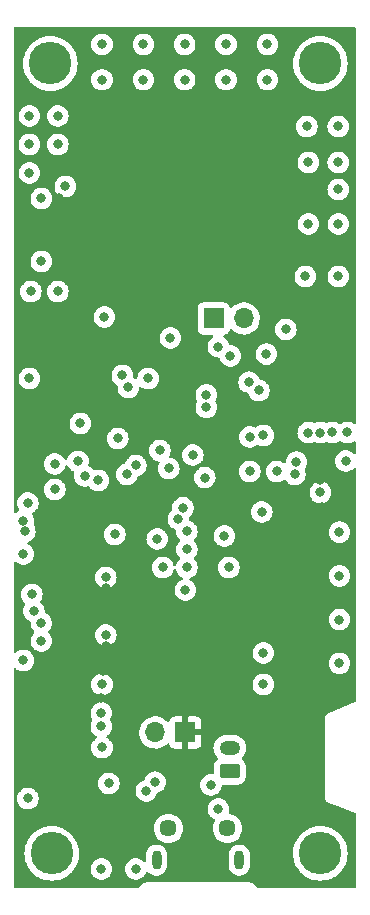
<source format=gbr>
%TF.GenerationSoftware,KiCad,Pcbnew,(6.0.8)*%
%TF.CreationDate,2023-05-05T23:38:08+01:00*%
%TF.ProjectId,circuit board design v1.0,63697263-7569-4742-9062-6f6172642064,rev?*%
%TF.SameCoordinates,Original*%
%TF.FileFunction,Copper,L2,Inr*%
%TF.FilePolarity,Positive*%
%FSLAX46Y46*%
G04 Gerber Fmt 4.6, Leading zero omitted, Abs format (unit mm)*
G04 Created by KiCad (PCBNEW (6.0.8)) date 2023-05-05 23:38:08*
%MOMM*%
%LPD*%
G01*
G04 APERTURE LIST*
G04 Aperture macros list*
%AMRoundRect*
0 Rectangle with rounded corners*
0 $1 Rounding radius*
0 $2 $3 $4 $5 $6 $7 $8 $9 X,Y pos of 4 corners*
0 Add a 4 corners polygon primitive as box body*
4,1,4,$2,$3,$4,$5,$6,$7,$8,$9,$2,$3,0*
0 Add four circle primitives for the rounded corners*
1,1,$1+$1,$2,$3*
1,1,$1+$1,$4,$5*
1,1,$1+$1,$6,$7*
1,1,$1+$1,$8,$9*
0 Add four rect primitives between the rounded corners*
20,1,$1+$1,$2,$3,$4,$5,0*
20,1,$1+$1,$4,$5,$6,$7,0*
20,1,$1+$1,$6,$7,$8,$9,0*
20,1,$1+$1,$8,$9,$2,$3,0*%
G04 Aperture macros list end*
%TA.AperFunction,ComponentPad*%
%ADD10R,1.700000X1.700000*%
%TD*%
%TA.AperFunction,ComponentPad*%
%ADD11O,1.700000X1.700000*%
%TD*%
%TA.AperFunction,ComponentPad*%
%ADD12C,1.450000*%
%TD*%
%TA.AperFunction,ComponentPad*%
%ADD13O,0.800000X1.600000*%
%TD*%
%TA.AperFunction,ComponentPad*%
%ADD14C,3.600000*%
%TD*%
%TA.AperFunction,ComponentPad*%
%ADD15RoundRect,0.250000X0.625000X-0.350000X0.625000X0.350000X-0.625000X0.350000X-0.625000X-0.350000X0*%
%TD*%
%TA.AperFunction,ComponentPad*%
%ADD16O,1.750000X1.200000*%
%TD*%
%TA.AperFunction,ViaPad*%
%ADD17C,0.800000*%
%TD*%
G04 APERTURE END LIST*
D10*
%TO.N,/MCU/SYS_JTCK_SWCLK*%
%TO.C,J6*%
X37460000Y-45212000D03*
D11*
%TO.N,/MCU/SYS_JTMS_SWDIO*%
X40000000Y-45212000D03*
%TD*%
D10*
%TO.N,+3.3V*%
%TO.C,J1*%
X35057000Y-80264000D03*
D11*
%TO.N,GND*%
X32517000Y-80264000D03*
%TD*%
D12*
%TO.N,GND*%
%TO.C,J3*%
X33620000Y-88378000D03*
X38620000Y-88378000D03*
D13*
X32620000Y-91078000D03*
X39620000Y-91078000D03*
%TD*%
D14*
%TO.N,GND*%
%TO.C,H4*%
X46482000Y-90500000D03*
%TD*%
D15*
%TO.N,GND*%
%TO.C,J2*%
X38825000Y-83566000D03*
D16*
%TO.N,Net-(J2-Pad2)*%
X38825000Y-81566000D03*
%TD*%
D14*
%TO.N,GND*%
%TO.C,H2*%
X46482000Y-23622000D03*
%TD*%
%TO.N,GND*%
%TO.C,H3*%
X23622000Y-23622000D03*
%TD*%
%TO.N,GND*%
%TO.C,H1*%
X23749000Y-90500000D03*
%TD*%
D17*
%TO.N,GND*%
X33147000Y-66294000D03*
%TO.N,+3.3V*%
X37846000Y-72136000D03*
X28067000Y-75057000D03*
%TO.N,/MCU/usb_d-*%
X36830000Y-52722000D03*
%TO.N,/MCU/usb_d+*%
X36830000Y-51672000D03*
%TO.N,/MCU/usb_d-*%
X32494730Y-84464768D03*
%TO.N,/MCU/usb_d+*%
X31752266Y-85207232D03*
%TO.N,/MCU/QUADSPI_CLK*%
X41656000Y-55118000D03*
X35687000Y-56769000D03*
%TO.N,/MCU/SPI1_SCK*%
X41656000Y-73533000D03*
%TO.N,/MCU/SPI1_MISO*%
X41656000Y-76200000D03*
%TO.N,/MCU/SPI1_MOSI*%
X33655000Y-57912000D03*
%TO.N,/MCU/Radio_Enable*%
X34849797Y-61216108D03*
%TO.N,/MCU/SYS_JTCK_SWCLK*%
X38862000Y-48387000D03*
%TO.N,/MCU/QUADSPI_NCS*%
X33782000Y-46863000D03*
X37845620Y-47587500D03*
%TO.N,/MCU/SCL*%
X44320500Y-58420000D03*
X47498000Y-54864000D03*
X30226000Y-51054000D03*
X22058500Y-68580000D03*
%TO.N,GND*%
X21844000Y-50292000D03*
X21844000Y-32893000D03*
X24892000Y-34036000D03*
X36698356Y-58678644D03*
X27940000Y-91821000D03*
X22860000Y-72517000D03*
X28575000Y-84582000D03*
X21717000Y-60833000D03*
X40450500Y-50604500D03*
X28321000Y-67122497D03*
X43561000Y-46138500D03*
X35000000Y-22000000D03*
X42000000Y-22000000D03*
X48100000Y-67000000D03*
X48006000Y-37211000D03*
X21971000Y-42926000D03*
X41529000Y-61595000D03*
X22860000Y-35052000D03*
X31500000Y-25000000D03*
X46482000Y-59944000D03*
X45466000Y-37211000D03*
X21336000Y-74168000D03*
X38354000Y-63627000D03*
X32678500Y-63881000D03*
X21717000Y-85852000D03*
X48100000Y-63300000D03*
X29083000Y-63500000D03*
X42799000Y-58166000D03*
X22860000Y-40386000D03*
X37211000Y-84709000D03*
X35000000Y-25000000D03*
X24257000Y-30480000D03*
X27940000Y-78613000D03*
X21463000Y-63246000D03*
X48641000Y-57277000D03*
X37846000Y-86741000D03*
X48000000Y-34290000D03*
X30099000Y-58420000D03*
X26162000Y-54102000D03*
X29337000Y-55372000D03*
X28194000Y-45085000D03*
X21336000Y-62357000D03*
X48000000Y-32004000D03*
X42000000Y-25000000D03*
X45212000Y-41656000D03*
X29718000Y-50038000D03*
X35179000Y-63246000D03*
X31500000Y-22000000D03*
X27940000Y-79756000D03*
X45466000Y-32004000D03*
X45457401Y-54872599D03*
X35052000Y-68199000D03*
X28000000Y-25000000D03*
X48000000Y-28956000D03*
X24257000Y-28067000D03*
X48768000Y-54864000D03*
X24003000Y-57531000D03*
X28321000Y-72009000D03*
X27999502Y-81534000D03*
X48100000Y-74400000D03*
X35179000Y-64770000D03*
X48100000Y-70700000D03*
X28000000Y-22000000D03*
X22860000Y-70993000D03*
X24257000Y-42926000D03*
X21844000Y-28067000D03*
X38500000Y-25000000D03*
X48006000Y-41656000D03*
X30861000Y-91821000D03*
X45339000Y-28956000D03*
X41910000Y-48222500D03*
X38500000Y-22000000D03*
X27999502Y-76200000D03*
X21844000Y-30480000D03*
%TO.N,+3.3V*%
X29972000Y-74168000D03*
X46609000Y-61214000D03*
X33655000Y-44577000D03*
X40386000Y-48222500D03*
X24384000Y-35052000D03*
X40640000Y-72136000D03*
X48895000Y-50673000D03*
X45339000Y-34036000D03*
X46482000Y-58928000D03*
X27940000Y-77343000D03*
X29083000Y-61976000D03*
X43053000Y-54387500D03*
X29464000Y-44577000D03*
X24384000Y-40386000D03*
X37719000Y-60452000D03*
X28321000Y-72958503D03*
X27432000Y-49022000D03*
X22860000Y-78232000D03*
X22987000Y-76200000D03*
X28321000Y-68072000D03*
X21336000Y-78232000D03*
X20955000Y-81280000D03*
X37846000Y-69342000D03*
%TO.N,+3.3VA*%
X40513000Y-55245000D03*
X24003000Y-59690000D03*
X21336000Y-65151000D03*
X32893395Y-56388000D03*
%TO.N,/MCU/SYS_JTMS_SWDIO*%
X41275000Y-51308000D03*
%TO.N,/MCU/SDA*%
X44462723Y-57374313D03*
X31906687Y-50292000D03*
X46485949Y-54876548D03*
X22225000Y-69977000D03*
%TO.N,Net-(J2-Pad2)*%
X38735000Y-66294000D03*
%TO.N,/MCU/PWR_BVOLTS*%
X34458944Y-62188056D03*
X35179000Y-66294000D03*
%TO.N,/MCU/Radio_DIO1*%
X25966500Y-57318537D03*
%TO.N,/MCU/Radio_DIO0*%
X26543000Y-58547000D03*
%TO.N,/MCU/Radio_TX*%
X30861000Y-57658000D03*
%TO.N,/MCU/Radio_RX*%
X27686000Y-58928000D03*
%TO.N,/MCU/Radio_Reset*%
X40513000Y-58166000D03*
%TD*%
%TA.AperFunction,Conductor*%
%TO.N,+3.3V*%
G36*
X49434037Y-20528502D02*
G01*
X49480530Y-20582158D01*
X49491916Y-20634415D01*
X49512000Y-51278455D01*
X49513807Y-54035521D01*
X49493850Y-54103655D01*
X49440224Y-54150183D01*
X49369957Y-54160333D01*
X49313746Y-54137540D01*
X49230094Y-54076763D01*
X49230093Y-54076762D01*
X49224752Y-54072882D01*
X49218724Y-54070198D01*
X49218722Y-54070197D01*
X49056319Y-53997891D01*
X49056318Y-53997891D01*
X49050288Y-53995206D01*
X48956888Y-53975353D01*
X48869944Y-53956872D01*
X48869939Y-53956872D01*
X48863487Y-53955500D01*
X48672513Y-53955500D01*
X48666061Y-53956872D01*
X48666056Y-53956872D01*
X48579113Y-53975353D01*
X48485712Y-53995206D01*
X48479682Y-53997891D01*
X48479681Y-53997891D01*
X48317278Y-54070197D01*
X48317276Y-54070198D01*
X48311248Y-54072882D01*
X48305907Y-54076762D01*
X48305906Y-54076763D01*
X48296686Y-54083462D01*
X48207060Y-54148579D01*
X48140194Y-54172437D01*
X48071042Y-54156357D01*
X48058944Y-54148582D01*
X47969314Y-54083462D01*
X47960094Y-54076763D01*
X47960093Y-54076762D01*
X47954752Y-54072882D01*
X47948724Y-54070198D01*
X47948722Y-54070197D01*
X47786319Y-53997891D01*
X47786318Y-53997891D01*
X47780288Y-53995206D01*
X47686888Y-53975353D01*
X47599944Y-53956872D01*
X47599939Y-53956872D01*
X47593487Y-53955500D01*
X47402513Y-53955500D01*
X47396061Y-53956872D01*
X47396056Y-53956872D01*
X47309113Y-53975353D01*
X47215712Y-53995206D01*
X47209682Y-53997891D01*
X47209681Y-53997891D01*
X47047280Y-54070196D01*
X47047277Y-54070198D01*
X47041248Y-54072882D01*
X47040435Y-54073472D01*
X46973462Y-54089725D01*
X46928201Y-54078974D01*
X46768237Y-54007754D01*
X46674836Y-53987901D01*
X46587893Y-53969420D01*
X46587888Y-53969420D01*
X46581436Y-53968048D01*
X46390462Y-53968048D01*
X46384010Y-53969420D01*
X46384005Y-53969420D01*
X46297062Y-53987901D01*
X46203661Y-54007754D01*
X46029197Y-54085430D01*
X46028321Y-54083462D01*
X45969094Y-54097827D01*
X45914644Y-54081838D01*
X45914153Y-54081481D01*
X45908127Y-54078798D01*
X45745720Y-54006490D01*
X45745719Y-54006490D01*
X45739689Y-54003805D01*
X45646288Y-53983952D01*
X45559345Y-53965471D01*
X45559340Y-53965471D01*
X45552888Y-53964099D01*
X45361914Y-53964099D01*
X45355462Y-53965471D01*
X45355457Y-53965471D01*
X45268514Y-53983952D01*
X45175113Y-54003805D01*
X45169083Y-54006490D01*
X45169082Y-54006490D01*
X45006679Y-54078796D01*
X45006677Y-54078797D01*
X45000649Y-54081481D01*
X44995308Y-54085361D01*
X44995307Y-54085362D01*
X44989302Y-54089725D01*
X44846148Y-54193733D01*
X44841727Y-54198643D01*
X44841726Y-54198644D01*
X44726104Y-54327056D01*
X44718361Y-54335655D01*
X44715060Y-54341373D01*
X44644550Y-54463500D01*
X44622874Y-54501043D01*
X44563859Y-54682671D01*
X44563169Y-54689232D01*
X44563169Y-54689234D01*
X44553538Y-54780866D01*
X44543897Y-54872599D01*
X44544587Y-54879164D01*
X44562416Y-55048794D01*
X44563859Y-55062527D01*
X44622874Y-55244155D01*
X44718361Y-55409543D01*
X44722779Y-55414450D01*
X44722780Y-55414451D01*
X44817102Y-55519206D01*
X44846148Y-55551465D01*
X44908659Y-55596882D01*
X44988814Y-55655118D01*
X45000649Y-55663717D01*
X45006677Y-55666401D01*
X45006679Y-55666402D01*
X45169082Y-55738708D01*
X45175113Y-55741393D01*
X45268513Y-55761246D01*
X45355457Y-55779727D01*
X45355462Y-55779727D01*
X45361914Y-55781099D01*
X45552888Y-55781099D01*
X45559340Y-55779727D01*
X45559345Y-55779727D01*
X45646289Y-55761246D01*
X45739689Y-55741393D01*
X45748948Y-55737271D01*
X45914153Y-55663717D01*
X45915029Y-55665685D01*
X45974256Y-55651320D01*
X46028706Y-55667309D01*
X46029197Y-55667666D01*
X46035223Y-55670349D01*
X46188761Y-55738708D01*
X46203661Y-55745342D01*
X46297062Y-55765195D01*
X46384005Y-55783676D01*
X46384010Y-55783676D01*
X46390462Y-55785048D01*
X46581436Y-55785048D01*
X46587888Y-55783676D01*
X46587893Y-55783676D01*
X46674836Y-55765195D01*
X46768237Y-55745342D01*
X46777107Y-55741393D01*
X46936669Y-55670352D01*
X46936672Y-55670350D01*
X46942701Y-55667666D01*
X46943514Y-55667076D01*
X47010487Y-55650823D01*
X47055748Y-55661574D01*
X47123018Y-55691524D01*
X47162571Y-55709134D01*
X47215712Y-55732794D01*
X47309113Y-55752647D01*
X47396056Y-55771128D01*
X47396061Y-55771128D01*
X47402513Y-55772500D01*
X47593487Y-55772500D01*
X47599939Y-55771128D01*
X47599944Y-55771128D01*
X47686887Y-55752647D01*
X47780288Y-55732794D01*
X47786319Y-55730109D01*
X47948722Y-55657803D01*
X47948724Y-55657802D01*
X47954752Y-55655118D01*
X48058940Y-55579421D01*
X48125806Y-55555563D01*
X48194958Y-55571643D01*
X48207056Y-55579418D01*
X48311248Y-55655118D01*
X48317276Y-55657802D01*
X48317278Y-55657803D01*
X48479681Y-55730109D01*
X48485712Y-55732794D01*
X48579113Y-55752647D01*
X48666056Y-55771128D01*
X48666061Y-55771128D01*
X48672513Y-55772500D01*
X48863487Y-55772500D01*
X48869939Y-55771128D01*
X48869944Y-55771128D01*
X48956887Y-55752647D01*
X49050288Y-55732794D01*
X49056319Y-55730109D01*
X49218722Y-55657803D01*
X49218724Y-55657802D01*
X49224752Y-55655118D01*
X49232862Y-55649226D01*
X49314832Y-55589671D01*
X49381700Y-55565812D01*
X49450851Y-55581893D01*
X49500332Y-55632807D01*
X49514893Y-55691524D01*
X49515038Y-55912920D01*
X49515429Y-56508204D01*
X49515464Y-56562136D01*
X49495507Y-56630270D01*
X49441881Y-56676798D01*
X49371614Y-56686948D01*
X49307014Y-56657498D01*
X49295828Y-56646529D01*
X49256675Y-56603045D01*
X49256674Y-56603044D01*
X49252253Y-56598134D01*
X49151227Y-56524734D01*
X49103094Y-56489763D01*
X49103093Y-56489762D01*
X49097752Y-56485882D01*
X49091724Y-56483198D01*
X49091722Y-56483197D01*
X48929319Y-56410891D01*
X48929318Y-56410891D01*
X48923288Y-56408206D01*
X48828227Y-56388000D01*
X48742944Y-56369872D01*
X48742939Y-56369872D01*
X48736487Y-56368500D01*
X48545513Y-56368500D01*
X48539061Y-56369872D01*
X48539056Y-56369872D01*
X48453773Y-56388000D01*
X48358712Y-56408206D01*
X48352682Y-56410891D01*
X48352681Y-56410891D01*
X48190278Y-56483197D01*
X48190276Y-56483198D01*
X48184248Y-56485882D01*
X48178907Y-56489762D01*
X48178906Y-56489763D01*
X48130773Y-56524734D01*
X48029747Y-56598134D01*
X48025326Y-56603044D01*
X48025325Y-56603045D01*
X47949779Y-56686948D01*
X47901960Y-56740056D01*
X47806473Y-56905444D01*
X47747458Y-57087072D01*
X47746768Y-57093633D01*
X47746768Y-57093635D01*
X47729401Y-57258872D01*
X47727496Y-57277000D01*
X47728186Y-57283565D01*
X47745863Y-57451749D01*
X47747458Y-57466928D01*
X47806473Y-57648556D01*
X47809776Y-57654278D01*
X47809777Y-57654279D01*
X47833761Y-57695820D01*
X47901960Y-57813944D01*
X47906378Y-57818851D01*
X47906379Y-57818852D01*
X47996161Y-57918565D01*
X48029747Y-57955866D01*
X48102875Y-58008997D01*
X48171982Y-58059206D01*
X48184248Y-58068118D01*
X48190276Y-58070802D01*
X48190278Y-58070803D01*
X48352681Y-58143109D01*
X48358712Y-58145794D01*
X48422888Y-58159435D01*
X48539056Y-58184128D01*
X48539061Y-58184128D01*
X48545513Y-58185500D01*
X48736487Y-58185500D01*
X48742939Y-58184128D01*
X48742944Y-58184128D01*
X48859112Y-58159435D01*
X48923288Y-58145794D01*
X48929319Y-58143109D01*
X49091722Y-58070803D01*
X49091724Y-58070802D01*
X49097752Y-58068118D01*
X49110019Y-58059206D01*
X49179125Y-58008997D01*
X49252253Y-57955866D01*
X49296766Y-57906429D01*
X49357209Y-57869191D01*
X49428193Y-57870542D01*
X49487178Y-57910056D01*
X49515436Y-57975186D01*
X49516400Y-57990658D01*
X49516702Y-58451803D01*
X49528903Y-77066109D01*
X49529226Y-77559648D01*
X49509269Y-77627782D01*
X49452861Y-77675542D01*
X47207916Y-78637662D01*
X47192925Y-78642992D01*
X47161229Y-78652051D01*
X47153638Y-78656841D01*
X47153637Y-78656841D01*
X47103903Y-78688220D01*
X47102222Y-78689262D01*
X47051574Y-78720117D01*
X47044238Y-78724586D01*
X47041490Y-78727600D01*
X47038042Y-78729776D01*
X47032373Y-78736195D01*
X47032372Y-78736196D01*
X46993153Y-78780604D01*
X46991828Y-78782081D01*
X46946112Y-78832231D01*
X46944321Y-78835895D01*
X46941622Y-78838951D01*
X46937987Y-78846693D01*
X46937986Y-78846695D01*
X46912796Y-78900348D01*
X46911939Y-78902135D01*
X46885908Y-78955385D01*
X46885906Y-78955391D01*
X46882142Y-78963090D01*
X46881451Y-78967111D01*
X46879719Y-78970800D01*
X46878404Y-78979244D01*
X46878403Y-78979249D01*
X46869289Y-79037783D01*
X46868969Y-79039738D01*
X46857471Y-79106643D01*
X46860359Y-79131800D01*
X46861678Y-79143290D01*
X46862500Y-79157660D01*
X46862500Y-85697350D01*
X46862039Y-85708122D01*
X46858095Y-85754085D01*
X46859869Y-85762885D01*
X46868931Y-85807846D01*
X46870143Y-85814878D01*
X46877920Y-85869187D01*
X46881636Y-85877360D01*
X46883215Y-85882759D01*
X46885100Y-85888069D01*
X46886874Y-85896871D01*
X46891046Y-85904819D01*
X46912364Y-85945431D01*
X46915501Y-85951841D01*
X46938208Y-86001782D01*
X46944070Y-86008585D01*
X46947105Y-86013330D01*
X46950399Y-86017890D01*
X46954572Y-86025840D01*
X46976167Y-86048206D01*
X46992666Y-86065294D01*
X46997471Y-86070560D01*
X47033287Y-86112127D01*
X47040818Y-86117008D01*
X47045063Y-86120712D01*
X47049512Y-86124170D01*
X47055746Y-86130626D01*
X47103392Y-86157808D01*
X47109485Y-86161517D01*
X47155515Y-86191352D01*
X47203535Y-86205713D01*
X47212254Y-86208674D01*
X48111049Y-86551072D01*
X49448355Y-87060522D01*
X49504893Y-87103464D01*
X49529239Y-87170156D01*
X49529500Y-87178267D01*
X49529500Y-93345500D01*
X49509498Y-93413621D01*
X49455842Y-93460114D01*
X49403500Y-93471500D01*
X41211250Y-93471500D01*
X41143129Y-93451498D01*
X41110450Y-93421100D01*
X40935459Y-93187779D01*
X40929697Y-93179415D01*
X40928600Y-93177676D01*
X40904224Y-93139042D01*
X40864296Y-93103779D01*
X40858639Y-93098464D01*
X40827303Y-93067149D01*
X40820952Y-93060802D01*
X40813076Y-93056494D01*
X40807558Y-93052361D01*
X40801777Y-93048564D01*
X40795049Y-93042622D01*
X40746827Y-93019982D01*
X40739917Y-93016474D01*
X40701036Y-92995205D01*
X40701035Y-92995205D01*
X40693164Y-92990899D01*
X40684402Y-92988976D01*
X40677936Y-92986554D01*
X40671323Y-92984532D01*
X40663200Y-92980719D01*
X40610553Y-92972522D01*
X40602925Y-92971092D01*
X40559664Y-92961596D01*
X40550894Y-92959671D01*
X40500976Y-92963091D01*
X40499312Y-92963205D01*
X40490700Y-92963500D01*
X31776100Y-92963500D01*
X31765952Y-92963091D01*
X31727315Y-92959969D01*
X31718368Y-92959246D01*
X31709579Y-92961063D01*
X31709577Y-92961063D01*
X31666197Y-92970031D01*
X31658552Y-92971367D01*
X31614700Y-92977647D01*
X31614698Y-92977648D01*
X31605813Y-92978920D01*
X31597640Y-92982636D01*
X31591017Y-92984573D01*
X31584518Y-92986917D01*
X31575727Y-92988734D01*
X31567800Y-92992945D01*
X31567798Y-92992946D01*
X31528680Y-93013728D01*
X31521722Y-93017154D01*
X31506136Y-93024241D01*
X31481388Y-93035493D01*
X31481387Y-93035494D01*
X31473218Y-93039208D01*
X31466422Y-93045064D01*
X31460595Y-93048790D01*
X31455018Y-93052861D01*
X31447095Y-93057071D01*
X31440671Y-93063336D01*
X31408952Y-93094268D01*
X31403228Y-93099515D01*
X31369674Y-93128426D01*
X31369670Y-93128430D01*
X31362873Y-93134287D01*
X31357991Y-93141819D01*
X31357990Y-93141820D01*
X31334749Y-93177676D01*
X31329820Y-93184739D01*
X31158159Y-93413621D01*
X31152550Y-93421100D01*
X31095676Y-93463595D01*
X31051750Y-93471500D01*
X20634500Y-93471500D01*
X20566379Y-93451498D01*
X20519886Y-93397842D01*
X20508500Y-93345500D01*
X20508500Y-90500000D01*
X21435547Y-90500000D01*
X21455339Y-90801966D01*
X21456143Y-90806006D01*
X21456143Y-90806009D01*
X21485758Y-90954891D01*
X21514376Y-91098766D01*
X21515701Y-91102670D01*
X21515702Y-91102673D01*
X21550207Y-91204322D01*
X21611648Y-91385320D01*
X21613472Y-91389018D01*
X21732840Y-91631072D01*
X21745491Y-91656726D01*
X21913614Y-91908341D01*
X21916328Y-91911435D01*
X21916332Y-91911441D01*
X22046316Y-92059658D01*
X22113142Y-92135858D01*
X22116231Y-92138567D01*
X22337559Y-92332668D01*
X22337565Y-92332672D01*
X22340659Y-92335386D01*
X22344085Y-92337675D01*
X22344090Y-92337679D01*
X22532371Y-92463484D01*
X22592273Y-92503509D01*
X22595972Y-92505333D01*
X22595977Y-92505336D01*
X22735308Y-92574046D01*
X22863680Y-92637352D01*
X22867585Y-92638677D01*
X22867586Y-92638678D01*
X23146327Y-92733298D01*
X23146330Y-92733299D01*
X23150234Y-92734624D01*
X23154273Y-92735427D01*
X23154279Y-92735429D01*
X23442991Y-92792857D01*
X23442994Y-92792857D01*
X23447034Y-92793661D01*
X23451145Y-92793930D01*
X23451149Y-92793931D01*
X23744881Y-92813183D01*
X23749000Y-92813453D01*
X23753119Y-92813183D01*
X24046851Y-92793931D01*
X24046855Y-92793930D01*
X24050966Y-92793661D01*
X24055006Y-92792857D01*
X24055009Y-92792857D01*
X24343721Y-92735429D01*
X24343727Y-92735427D01*
X24347766Y-92734624D01*
X24351670Y-92733299D01*
X24351673Y-92733298D01*
X24630414Y-92638678D01*
X24630415Y-92638677D01*
X24634320Y-92637352D01*
X24762692Y-92574046D01*
X24902023Y-92505336D01*
X24902028Y-92505333D01*
X24905727Y-92503509D01*
X24965629Y-92463484D01*
X25153910Y-92337679D01*
X25153915Y-92337675D01*
X25157341Y-92335386D01*
X25160435Y-92332672D01*
X25160441Y-92332668D01*
X25381769Y-92138567D01*
X25384858Y-92135858D01*
X25451684Y-92059658D01*
X25581668Y-91911441D01*
X25581672Y-91911435D01*
X25584386Y-91908341D01*
X25642745Y-91821000D01*
X27026496Y-91821000D01*
X27046458Y-92010928D01*
X27105473Y-92192556D01*
X27200960Y-92357944D01*
X27205378Y-92362851D01*
X27205379Y-92362852D01*
X27226672Y-92386500D01*
X27328747Y-92499866D01*
X27483248Y-92612118D01*
X27489276Y-92614802D01*
X27489278Y-92614803D01*
X27651681Y-92687109D01*
X27657712Y-92689794D01*
X27751113Y-92709647D01*
X27838056Y-92728128D01*
X27838061Y-92728128D01*
X27844513Y-92729500D01*
X28035487Y-92729500D01*
X28041939Y-92728128D01*
X28041944Y-92728128D01*
X28128887Y-92709647D01*
X28222288Y-92689794D01*
X28228319Y-92687109D01*
X28390722Y-92614803D01*
X28390724Y-92614802D01*
X28396752Y-92612118D01*
X28551253Y-92499866D01*
X28653328Y-92386500D01*
X28674621Y-92362852D01*
X28674622Y-92362851D01*
X28679040Y-92357944D01*
X28774527Y-92192556D01*
X28833542Y-92010928D01*
X28853504Y-91821000D01*
X29947496Y-91821000D01*
X29967458Y-92010928D01*
X30026473Y-92192556D01*
X30121960Y-92357944D01*
X30126378Y-92362851D01*
X30126379Y-92362852D01*
X30147672Y-92386500D01*
X30249747Y-92499866D01*
X30404248Y-92612118D01*
X30410276Y-92614802D01*
X30410278Y-92614803D01*
X30572681Y-92687109D01*
X30578712Y-92689794D01*
X30672113Y-92709647D01*
X30759056Y-92728128D01*
X30759061Y-92728128D01*
X30765513Y-92729500D01*
X30956487Y-92729500D01*
X30962939Y-92728128D01*
X30962944Y-92728128D01*
X31049887Y-92709647D01*
X31143288Y-92689794D01*
X31149319Y-92687109D01*
X31311722Y-92614803D01*
X31311724Y-92614802D01*
X31317752Y-92612118D01*
X31472253Y-92499866D01*
X31574328Y-92386500D01*
X31595621Y-92362852D01*
X31595622Y-92362851D01*
X31600040Y-92357944D01*
X31695527Y-92192556D01*
X31719666Y-92118264D01*
X31759740Y-92059658D01*
X31825136Y-92032021D01*
X31895093Y-92044128D01*
X31933135Y-92072890D01*
X31992271Y-92138567D01*
X32008747Y-92156866D01*
X32163248Y-92269118D01*
X32169276Y-92271802D01*
X32169278Y-92271803D01*
X32305984Y-92332668D01*
X32337712Y-92346794D01*
X32413259Y-92362852D01*
X32518056Y-92385128D01*
X32518061Y-92385128D01*
X32524513Y-92386500D01*
X32715487Y-92386500D01*
X32721939Y-92385128D01*
X32721944Y-92385128D01*
X32826741Y-92362852D01*
X32902288Y-92346794D01*
X32934016Y-92332668D01*
X33070722Y-92271803D01*
X33070724Y-92271802D01*
X33076752Y-92269118D01*
X33231253Y-92156866D01*
X33235675Y-92151955D01*
X33354621Y-92019852D01*
X33354622Y-92019851D01*
X33359040Y-92014944D01*
X33454527Y-91849556D01*
X33513542Y-91667928D01*
X33514720Y-91656726D01*
X33528156Y-91528880D01*
X33528500Y-91525610D01*
X38711500Y-91525610D01*
X38711844Y-91528880D01*
X38725281Y-91656726D01*
X38726458Y-91667928D01*
X38785473Y-91849556D01*
X38880960Y-92014944D01*
X38885378Y-92019851D01*
X38885379Y-92019852D01*
X39004325Y-92151955D01*
X39008747Y-92156866D01*
X39163248Y-92269118D01*
X39169276Y-92271802D01*
X39169278Y-92271803D01*
X39305984Y-92332668D01*
X39337712Y-92346794D01*
X39413259Y-92362852D01*
X39518056Y-92385128D01*
X39518061Y-92385128D01*
X39524513Y-92386500D01*
X39715487Y-92386500D01*
X39721939Y-92385128D01*
X39721944Y-92385128D01*
X39826741Y-92362852D01*
X39902288Y-92346794D01*
X39934016Y-92332668D01*
X40070722Y-92271803D01*
X40070724Y-92271802D01*
X40076752Y-92269118D01*
X40231253Y-92156866D01*
X40235675Y-92151955D01*
X40354621Y-92019852D01*
X40354622Y-92019851D01*
X40359040Y-92014944D01*
X40454527Y-91849556D01*
X40513542Y-91667928D01*
X40514720Y-91656726D01*
X40528156Y-91528880D01*
X40528500Y-91525610D01*
X40528500Y-90630390D01*
X40514796Y-90500000D01*
X44168547Y-90500000D01*
X44188339Y-90801966D01*
X44189143Y-90806006D01*
X44189143Y-90806009D01*
X44218758Y-90954891D01*
X44247376Y-91098766D01*
X44248701Y-91102670D01*
X44248702Y-91102673D01*
X44283207Y-91204322D01*
X44344648Y-91385320D01*
X44346472Y-91389018D01*
X44465840Y-91631072D01*
X44478491Y-91656726D01*
X44646614Y-91908341D01*
X44649328Y-91911435D01*
X44649332Y-91911441D01*
X44779316Y-92059658D01*
X44846142Y-92135858D01*
X44849231Y-92138567D01*
X45070559Y-92332668D01*
X45070565Y-92332672D01*
X45073659Y-92335386D01*
X45077085Y-92337675D01*
X45077090Y-92337679D01*
X45265371Y-92463484D01*
X45325273Y-92503509D01*
X45328972Y-92505333D01*
X45328977Y-92505336D01*
X45468308Y-92574046D01*
X45596680Y-92637352D01*
X45600585Y-92638677D01*
X45600586Y-92638678D01*
X45879327Y-92733298D01*
X45879330Y-92733299D01*
X45883234Y-92734624D01*
X45887273Y-92735427D01*
X45887279Y-92735429D01*
X46175991Y-92792857D01*
X46175994Y-92792857D01*
X46180034Y-92793661D01*
X46184145Y-92793930D01*
X46184149Y-92793931D01*
X46477881Y-92813183D01*
X46482000Y-92813453D01*
X46486119Y-92813183D01*
X46779851Y-92793931D01*
X46779855Y-92793930D01*
X46783966Y-92793661D01*
X46788006Y-92792857D01*
X46788009Y-92792857D01*
X47076721Y-92735429D01*
X47076727Y-92735427D01*
X47080766Y-92734624D01*
X47084670Y-92733299D01*
X47084673Y-92733298D01*
X47363414Y-92638678D01*
X47363415Y-92638677D01*
X47367320Y-92637352D01*
X47495692Y-92574046D01*
X47635023Y-92505336D01*
X47635028Y-92505333D01*
X47638727Y-92503509D01*
X47698629Y-92463484D01*
X47886910Y-92337679D01*
X47886915Y-92337675D01*
X47890341Y-92335386D01*
X47893435Y-92332672D01*
X47893441Y-92332668D01*
X48114769Y-92138567D01*
X48117858Y-92135858D01*
X48184684Y-92059658D01*
X48314668Y-91911441D01*
X48314672Y-91911435D01*
X48317386Y-91908341D01*
X48485509Y-91656726D01*
X48498161Y-91631072D01*
X48617528Y-91389018D01*
X48619352Y-91385320D01*
X48680793Y-91204322D01*
X48715298Y-91102673D01*
X48715299Y-91102670D01*
X48716624Y-91098766D01*
X48745243Y-90954891D01*
X48774857Y-90806009D01*
X48774857Y-90806006D01*
X48775661Y-90801966D01*
X48795453Y-90500000D01*
X48782767Y-90306444D01*
X48775931Y-90202149D01*
X48775930Y-90202145D01*
X48775661Y-90198034D01*
X48765465Y-90146774D01*
X48717429Y-89905279D01*
X48717427Y-89905273D01*
X48716624Y-89901234D01*
X48619352Y-89614680D01*
X48485509Y-89343274D01*
X48317386Y-89091659D01*
X48314672Y-89088565D01*
X48314668Y-89088559D01*
X48120567Y-88867231D01*
X48117858Y-88864142D01*
X48040366Y-88796183D01*
X47893441Y-88667332D01*
X47893435Y-88667328D01*
X47890341Y-88664614D01*
X47886911Y-88662322D01*
X47886910Y-88662321D01*
X47642160Y-88498785D01*
X47638727Y-88496491D01*
X47635028Y-88494667D01*
X47635023Y-88494664D01*
X47409553Y-88383475D01*
X47367320Y-88362648D01*
X47363414Y-88361322D01*
X47084673Y-88266702D01*
X47084670Y-88266701D01*
X47080766Y-88265376D01*
X47076727Y-88264573D01*
X47076721Y-88264571D01*
X46788009Y-88207143D01*
X46788006Y-88207143D01*
X46783966Y-88206339D01*
X46779855Y-88206070D01*
X46779851Y-88206069D01*
X46486119Y-88186817D01*
X46482000Y-88186547D01*
X46477881Y-88186817D01*
X46184149Y-88206069D01*
X46184145Y-88206070D01*
X46180034Y-88206339D01*
X46175994Y-88207143D01*
X46175991Y-88207143D01*
X45887279Y-88264571D01*
X45887273Y-88264573D01*
X45883234Y-88265376D01*
X45879330Y-88266701D01*
X45879327Y-88266702D01*
X45600586Y-88361322D01*
X45596680Y-88362648D01*
X45468442Y-88425888D01*
X45328978Y-88494664D01*
X45328973Y-88494667D01*
X45325274Y-88496491D01*
X45073659Y-88664614D01*
X45070565Y-88667328D01*
X45070559Y-88667332D01*
X44923634Y-88796183D01*
X44846142Y-88864142D01*
X44843433Y-88867231D01*
X44649332Y-89088559D01*
X44649328Y-89088565D01*
X44646614Y-89091659D01*
X44478491Y-89343274D01*
X44344648Y-89614680D01*
X44247376Y-89901234D01*
X44246573Y-89905273D01*
X44246571Y-89905279D01*
X44198535Y-90146774D01*
X44188339Y-90198034D01*
X44188070Y-90202145D01*
X44188069Y-90202149D01*
X44181233Y-90306444D01*
X44168547Y-90500000D01*
X40514796Y-90500000D01*
X40513542Y-90488072D01*
X40454527Y-90306444D01*
X40359040Y-90141056D01*
X40231253Y-89999134D01*
X40076752Y-89886882D01*
X40070724Y-89884198D01*
X40070722Y-89884197D01*
X39908319Y-89811891D01*
X39908318Y-89811891D01*
X39902288Y-89809206D01*
X39808887Y-89789353D01*
X39721944Y-89770872D01*
X39721939Y-89770872D01*
X39715487Y-89769500D01*
X39524513Y-89769500D01*
X39518061Y-89770872D01*
X39518056Y-89770872D01*
X39431113Y-89789353D01*
X39337712Y-89809206D01*
X39331682Y-89811891D01*
X39331681Y-89811891D01*
X39169278Y-89884197D01*
X39169276Y-89884198D01*
X39163248Y-89886882D01*
X39008747Y-89999134D01*
X38880960Y-90141056D01*
X38785473Y-90306444D01*
X38726458Y-90488072D01*
X38711500Y-90630390D01*
X38711500Y-91525610D01*
X33528500Y-91525610D01*
X33528500Y-90630390D01*
X33513542Y-90488072D01*
X33454527Y-90306444D01*
X33359040Y-90141056D01*
X33231253Y-89999134D01*
X33076752Y-89886882D01*
X33070724Y-89884198D01*
X33070722Y-89884197D01*
X32908319Y-89811891D01*
X32908318Y-89811891D01*
X32902288Y-89809206D01*
X32808887Y-89789353D01*
X32721944Y-89770872D01*
X32721939Y-89770872D01*
X32715487Y-89769500D01*
X32524513Y-89769500D01*
X32518061Y-89770872D01*
X32518056Y-89770872D01*
X32431113Y-89789353D01*
X32337712Y-89809206D01*
X32331682Y-89811891D01*
X32331681Y-89811891D01*
X32169278Y-89884197D01*
X32169276Y-89884198D01*
X32163248Y-89886882D01*
X32008747Y-89999134D01*
X31880960Y-90141056D01*
X31785473Y-90306444D01*
X31726458Y-90488072D01*
X31711500Y-90630390D01*
X31711500Y-91079604D01*
X31691498Y-91147725D01*
X31637842Y-91194218D01*
X31567568Y-91204322D01*
X31502988Y-91174828D01*
X31491870Y-91163921D01*
X31472253Y-91142134D01*
X31317752Y-91029882D01*
X31311724Y-91027198D01*
X31311722Y-91027197D01*
X31149319Y-90954891D01*
X31149318Y-90954891D01*
X31143288Y-90952206D01*
X31049888Y-90932353D01*
X30962944Y-90913872D01*
X30962939Y-90913872D01*
X30956487Y-90912500D01*
X30765513Y-90912500D01*
X30759061Y-90913872D01*
X30759056Y-90913872D01*
X30672112Y-90932353D01*
X30578712Y-90952206D01*
X30572682Y-90954891D01*
X30572681Y-90954891D01*
X30410278Y-91027197D01*
X30410276Y-91027198D01*
X30404248Y-91029882D01*
X30249747Y-91142134D01*
X30121960Y-91284056D01*
X30026473Y-91449444D01*
X29967458Y-91631072D01*
X29947496Y-91821000D01*
X28853504Y-91821000D01*
X28833542Y-91631072D01*
X28774527Y-91449444D01*
X28679040Y-91284056D01*
X28551253Y-91142134D01*
X28396752Y-91029882D01*
X28390724Y-91027198D01*
X28390722Y-91027197D01*
X28228319Y-90954891D01*
X28228318Y-90954891D01*
X28222288Y-90952206D01*
X28128888Y-90932353D01*
X28041944Y-90913872D01*
X28041939Y-90913872D01*
X28035487Y-90912500D01*
X27844513Y-90912500D01*
X27838061Y-90913872D01*
X27838056Y-90913872D01*
X27751112Y-90932353D01*
X27657712Y-90952206D01*
X27651682Y-90954891D01*
X27651681Y-90954891D01*
X27489278Y-91027197D01*
X27489276Y-91027198D01*
X27483248Y-91029882D01*
X27328747Y-91142134D01*
X27200960Y-91284056D01*
X27105473Y-91449444D01*
X27046458Y-91631072D01*
X27026496Y-91821000D01*
X25642745Y-91821000D01*
X25752509Y-91656726D01*
X25765161Y-91631072D01*
X25884528Y-91389018D01*
X25886352Y-91385320D01*
X25947793Y-91204322D01*
X25982298Y-91102673D01*
X25982299Y-91102670D01*
X25983624Y-91098766D01*
X26012243Y-90954891D01*
X26041857Y-90806009D01*
X26041857Y-90806006D01*
X26042661Y-90801966D01*
X26062453Y-90500000D01*
X26049767Y-90306444D01*
X26042931Y-90202149D01*
X26042930Y-90202145D01*
X26042661Y-90198034D01*
X26032465Y-90146774D01*
X25984429Y-89905279D01*
X25984427Y-89905273D01*
X25983624Y-89901234D01*
X25886352Y-89614680D01*
X25752509Y-89343274D01*
X25584386Y-89091659D01*
X25581672Y-89088565D01*
X25581668Y-89088559D01*
X25387567Y-88867231D01*
X25384858Y-88864142D01*
X25307366Y-88796183D01*
X25160441Y-88667332D01*
X25160435Y-88667328D01*
X25157341Y-88664614D01*
X25153911Y-88662322D01*
X25153910Y-88662321D01*
X24909160Y-88498785D01*
X24905727Y-88496491D01*
X24902028Y-88494667D01*
X24902023Y-88494664D01*
X24676553Y-88383475D01*
X24665451Y-88378000D01*
X32381788Y-88378000D01*
X32400599Y-88593013D01*
X32456461Y-88801493D01*
X32458783Y-88806474D01*
X32458784Y-88806475D01*
X32545351Y-88992119D01*
X32545354Y-88992124D01*
X32547677Y-88997106D01*
X32671475Y-89173907D01*
X32824093Y-89326525D01*
X32828601Y-89329682D01*
X32828604Y-89329684D01*
X32901906Y-89381010D01*
X33000894Y-89450323D01*
X33005876Y-89452646D01*
X33005881Y-89452649D01*
X33191525Y-89539216D01*
X33196507Y-89541539D01*
X33201815Y-89542961D01*
X33201817Y-89542962D01*
X33399672Y-89595977D01*
X33399674Y-89595977D01*
X33404987Y-89597401D01*
X33620000Y-89616212D01*
X33835013Y-89597401D01*
X33840326Y-89595977D01*
X33840328Y-89595977D01*
X34038183Y-89542962D01*
X34038185Y-89542961D01*
X34043493Y-89541539D01*
X34048475Y-89539216D01*
X34234119Y-89452649D01*
X34234124Y-89452646D01*
X34239106Y-89450323D01*
X34338094Y-89381010D01*
X34411396Y-89329684D01*
X34411399Y-89329682D01*
X34415907Y-89326525D01*
X34568525Y-89173907D01*
X34692323Y-88997106D01*
X34694646Y-88992124D01*
X34694649Y-88992119D01*
X34781216Y-88806475D01*
X34781217Y-88806474D01*
X34783539Y-88801493D01*
X34839401Y-88593013D01*
X34858212Y-88378000D01*
X34839401Y-88162987D01*
X34783539Y-87954507D01*
X34694649Y-87763882D01*
X34694649Y-87763881D01*
X34694646Y-87763876D01*
X34692323Y-87758894D01*
X34568525Y-87582093D01*
X34415907Y-87429475D01*
X34407730Y-87423749D01*
X34338094Y-87374990D01*
X34239106Y-87305677D01*
X34234124Y-87303354D01*
X34234119Y-87303351D01*
X34048475Y-87216784D01*
X34048474Y-87216783D01*
X34043493Y-87214461D01*
X34038185Y-87213039D01*
X34038183Y-87213038D01*
X33840328Y-87160023D01*
X33840326Y-87160023D01*
X33835013Y-87158599D01*
X33620000Y-87139788D01*
X33404987Y-87158599D01*
X33399674Y-87160023D01*
X33399672Y-87160023D01*
X33201817Y-87213038D01*
X33201815Y-87213039D01*
X33196507Y-87214461D01*
X33191526Y-87216783D01*
X33191525Y-87216784D01*
X33005881Y-87303351D01*
X33005876Y-87303354D01*
X33000894Y-87305677D01*
X32901906Y-87374990D01*
X32832271Y-87423749D01*
X32824093Y-87429475D01*
X32671475Y-87582093D01*
X32547677Y-87758894D01*
X32545354Y-87763876D01*
X32545351Y-87763881D01*
X32545351Y-87763882D01*
X32456461Y-87954507D01*
X32400599Y-88162987D01*
X32381788Y-88378000D01*
X24665451Y-88378000D01*
X24634320Y-88362648D01*
X24630414Y-88361322D01*
X24351673Y-88266702D01*
X24351670Y-88266701D01*
X24347766Y-88265376D01*
X24343727Y-88264573D01*
X24343721Y-88264571D01*
X24055009Y-88207143D01*
X24055006Y-88207143D01*
X24050966Y-88206339D01*
X24046855Y-88206070D01*
X24046851Y-88206069D01*
X23753119Y-88186817D01*
X23749000Y-88186547D01*
X23744881Y-88186817D01*
X23451149Y-88206069D01*
X23451145Y-88206070D01*
X23447034Y-88206339D01*
X23442994Y-88207143D01*
X23442991Y-88207143D01*
X23154279Y-88264571D01*
X23154273Y-88264573D01*
X23150234Y-88265376D01*
X23146330Y-88266701D01*
X23146327Y-88266702D01*
X22867586Y-88361322D01*
X22863680Y-88362648D01*
X22735442Y-88425888D01*
X22595978Y-88494664D01*
X22595973Y-88494667D01*
X22592274Y-88496491D01*
X22340659Y-88664614D01*
X22337565Y-88667328D01*
X22337559Y-88667332D01*
X22190634Y-88796183D01*
X22113142Y-88864142D01*
X22110433Y-88867231D01*
X21916332Y-89088559D01*
X21916328Y-89088565D01*
X21913614Y-89091659D01*
X21745491Y-89343274D01*
X21611648Y-89614680D01*
X21514376Y-89901234D01*
X21513573Y-89905273D01*
X21513571Y-89905279D01*
X21465535Y-90146774D01*
X21455339Y-90198034D01*
X21455070Y-90202145D01*
X21455069Y-90202149D01*
X21448233Y-90306444D01*
X21435547Y-90500000D01*
X20508500Y-90500000D01*
X20508500Y-85852000D01*
X20803496Y-85852000D01*
X20804186Y-85858565D01*
X20819239Y-86001782D01*
X20823458Y-86041928D01*
X20882473Y-86223556D01*
X20977960Y-86388944D01*
X21105747Y-86530866D01*
X21260248Y-86643118D01*
X21266276Y-86645802D01*
X21266278Y-86645803D01*
X21286156Y-86654653D01*
X21434712Y-86720794D01*
X21498888Y-86734435D01*
X21615056Y-86759128D01*
X21615061Y-86759128D01*
X21621513Y-86760500D01*
X21812487Y-86760500D01*
X21818939Y-86759128D01*
X21818944Y-86759128D01*
X21904227Y-86741000D01*
X36932496Y-86741000D01*
X36933186Y-86747565D01*
X36934546Y-86760500D01*
X36952458Y-86930928D01*
X37011473Y-87112556D01*
X37014776Y-87118278D01*
X37014777Y-87118279D01*
X37036841Y-87156495D01*
X37106960Y-87277944D01*
X37111378Y-87282851D01*
X37111379Y-87282852D01*
X37131931Y-87305677D01*
X37234747Y-87419866D01*
X37389248Y-87532118D01*
X37395274Y-87534801D01*
X37395281Y-87534805D01*
X37492036Y-87577882D01*
X37546132Y-87623862D01*
X37566782Y-87691789D01*
X37550027Y-87755538D01*
X37547677Y-87758894D01*
X37456461Y-87954507D01*
X37400599Y-88162987D01*
X37381788Y-88378000D01*
X37400599Y-88593013D01*
X37456461Y-88801493D01*
X37458783Y-88806474D01*
X37458784Y-88806475D01*
X37545351Y-88992119D01*
X37545354Y-88992124D01*
X37547677Y-88997106D01*
X37671475Y-89173907D01*
X37824093Y-89326525D01*
X37828601Y-89329682D01*
X37828604Y-89329684D01*
X37901906Y-89381010D01*
X38000894Y-89450323D01*
X38005876Y-89452646D01*
X38005881Y-89452649D01*
X38191525Y-89539216D01*
X38196507Y-89541539D01*
X38201815Y-89542961D01*
X38201817Y-89542962D01*
X38399672Y-89595977D01*
X38399674Y-89595977D01*
X38404987Y-89597401D01*
X38620000Y-89616212D01*
X38835013Y-89597401D01*
X38840326Y-89595977D01*
X38840328Y-89595977D01*
X39038183Y-89542962D01*
X39038185Y-89542961D01*
X39043493Y-89541539D01*
X39048475Y-89539216D01*
X39234119Y-89452649D01*
X39234124Y-89452646D01*
X39239106Y-89450323D01*
X39338094Y-89381010D01*
X39411396Y-89329684D01*
X39411399Y-89329682D01*
X39415907Y-89326525D01*
X39568525Y-89173907D01*
X39692323Y-88997106D01*
X39694646Y-88992124D01*
X39694649Y-88992119D01*
X39781216Y-88806475D01*
X39781217Y-88806474D01*
X39783539Y-88801493D01*
X39839401Y-88593013D01*
X39858212Y-88378000D01*
X39839401Y-88162987D01*
X39783539Y-87954507D01*
X39694649Y-87763882D01*
X39694649Y-87763881D01*
X39694646Y-87763876D01*
X39692323Y-87758894D01*
X39568525Y-87582093D01*
X39415907Y-87429475D01*
X39407730Y-87423749D01*
X39338094Y-87374990D01*
X39239106Y-87305677D01*
X39234124Y-87303354D01*
X39234119Y-87303351D01*
X39048475Y-87216784D01*
X39048474Y-87216783D01*
X39043493Y-87214461D01*
X39038185Y-87213039D01*
X39038183Y-87213038D01*
X38840328Y-87160023D01*
X38840326Y-87160023D01*
X38835013Y-87158599D01*
X38829537Y-87158120D01*
X38829532Y-87158119D01*
X38828053Y-87157990D01*
X38827441Y-87157751D01*
X38824114Y-87157164D01*
X38824232Y-87156495D01*
X38761935Y-87132128D01*
X38720294Y-87074625D01*
X38716353Y-87003737D01*
X38719197Y-86993544D01*
X38739542Y-86930928D01*
X38757455Y-86760500D01*
X38758814Y-86747565D01*
X38759504Y-86741000D01*
X38758814Y-86734435D01*
X38740232Y-86557635D01*
X38740232Y-86557633D01*
X38739542Y-86551072D01*
X38680527Y-86369444D01*
X38666939Y-86345908D01*
X38616745Y-86258971D01*
X38585040Y-86204056D01*
X38522928Y-86135073D01*
X38461675Y-86067045D01*
X38461674Y-86067044D01*
X38457253Y-86062134D01*
X38302752Y-85949882D01*
X38296724Y-85947198D01*
X38296722Y-85947197D01*
X38134319Y-85874891D01*
X38134318Y-85874891D01*
X38128288Y-85872206D01*
X38033227Y-85852000D01*
X37947944Y-85833872D01*
X37947939Y-85833872D01*
X37941487Y-85832500D01*
X37750513Y-85832500D01*
X37744061Y-85833872D01*
X37744056Y-85833872D01*
X37658773Y-85852000D01*
X37563712Y-85872206D01*
X37557682Y-85874891D01*
X37557681Y-85874891D01*
X37395278Y-85947197D01*
X37395276Y-85947198D01*
X37389248Y-85949882D01*
X37234747Y-86062134D01*
X37230326Y-86067044D01*
X37230325Y-86067045D01*
X37169073Y-86135073D01*
X37106960Y-86204056D01*
X37075255Y-86258971D01*
X37025062Y-86345908D01*
X37011473Y-86369444D01*
X36952458Y-86551072D01*
X36951768Y-86557633D01*
X36951768Y-86557635D01*
X36933186Y-86734435D01*
X36932496Y-86741000D01*
X21904227Y-86741000D01*
X21935112Y-86734435D01*
X21999288Y-86720794D01*
X22147844Y-86654653D01*
X22167722Y-86645803D01*
X22167724Y-86645802D01*
X22173752Y-86643118D01*
X22328253Y-86530866D01*
X22456040Y-86388944D01*
X22551527Y-86223556D01*
X22610542Y-86041928D01*
X22614762Y-86001782D01*
X22629814Y-85858565D01*
X22630504Y-85852000D01*
X22628599Y-85833872D01*
X22611232Y-85668635D01*
X22611232Y-85668633D01*
X22610542Y-85662072D01*
X22551527Y-85480444D01*
X22456040Y-85315056D01*
X22410744Y-85264749D01*
X22332675Y-85178045D01*
X22332674Y-85178044D01*
X22328253Y-85173134D01*
X22200831Y-85080556D01*
X22179094Y-85064763D01*
X22179093Y-85064762D01*
X22173752Y-85060882D01*
X22167724Y-85058198D01*
X22167722Y-85058197D01*
X22005319Y-84985891D01*
X22005318Y-84985891D01*
X21999288Y-84983206D01*
X21886721Y-84959279D01*
X21818944Y-84944872D01*
X21818939Y-84944872D01*
X21812487Y-84943500D01*
X21621513Y-84943500D01*
X21615061Y-84944872D01*
X21615056Y-84944872D01*
X21547279Y-84959279D01*
X21434712Y-84983206D01*
X21428682Y-84985891D01*
X21428681Y-84985891D01*
X21266278Y-85058197D01*
X21266276Y-85058198D01*
X21260248Y-85060882D01*
X21254907Y-85064762D01*
X21254906Y-85064763D01*
X21233169Y-85080556D01*
X21105747Y-85173134D01*
X21101326Y-85178044D01*
X21101325Y-85178045D01*
X21023257Y-85264749D01*
X20977960Y-85315056D01*
X20882473Y-85480444D01*
X20823458Y-85662072D01*
X20822768Y-85668633D01*
X20822768Y-85668635D01*
X20805401Y-85833872D01*
X20803496Y-85852000D01*
X20508500Y-85852000D01*
X20508500Y-84582000D01*
X27661496Y-84582000D01*
X27662186Y-84588565D01*
X27669137Y-84654696D01*
X27681458Y-84771928D01*
X27740473Y-84953556D01*
X27835960Y-85118944D01*
X27840378Y-85123851D01*
X27840379Y-85123852D01*
X27959263Y-85255886D01*
X27963747Y-85260866D01*
X28118248Y-85373118D01*
X28124276Y-85375802D01*
X28124278Y-85375803D01*
X28286681Y-85448109D01*
X28292712Y-85450794D01*
X28386112Y-85470647D01*
X28473056Y-85489128D01*
X28473061Y-85489128D01*
X28479513Y-85490500D01*
X28670487Y-85490500D01*
X28676939Y-85489128D01*
X28676944Y-85489128D01*
X28763888Y-85470647D01*
X28857288Y-85450794D01*
X28863319Y-85448109D01*
X29025722Y-85375803D01*
X29025724Y-85375802D01*
X29031752Y-85373118D01*
X29186253Y-85260866D01*
X29190737Y-85255886D01*
X29234545Y-85207232D01*
X30838762Y-85207232D01*
X30839452Y-85213797D01*
X30855805Y-85369383D01*
X30858724Y-85397160D01*
X30917739Y-85578788D01*
X31013226Y-85744176D01*
X31017644Y-85749083D01*
X31017645Y-85749084D01*
X31130922Y-85874891D01*
X31141013Y-85886098D01*
X31295514Y-85998350D01*
X31301542Y-86001034D01*
X31301544Y-86001035D01*
X31438776Y-86062134D01*
X31469978Y-86076026D01*
X31563379Y-86095879D01*
X31650322Y-86114360D01*
X31650327Y-86114360D01*
X31656779Y-86115732D01*
X31847753Y-86115732D01*
X31854205Y-86114360D01*
X31854210Y-86114360D01*
X31941153Y-86095879D01*
X32034554Y-86076026D01*
X32065756Y-86062134D01*
X32202988Y-86001035D01*
X32202990Y-86001034D01*
X32209018Y-85998350D01*
X32363519Y-85886098D01*
X32373610Y-85874891D01*
X32486887Y-85749084D01*
X32486888Y-85749083D01*
X32491306Y-85744176D01*
X32586793Y-85578788D01*
X32635791Y-85427989D01*
X32675865Y-85369383D01*
X32729427Y-85343679D01*
X32770552Y-85334937D01*
X32770557Y-85334935D01*
X32777018Y-85333562D01*
X32783049Y-85330877D01*
X32945452Y-85258571D01*
X32945454Y-85258570D01*
X32951482Y-85255886D01*
X33105983Y-85143634D01*
X33128214Y-85118944D01*
X33229351Y-85006620D01*
X33229352Y-85006619D01*
X33233770Y-85001712D01*
X33329257Y-84836324D01*
X33370627Y-84709000D01*
X36297496Y-84709000D01*
X36298186Y-84715565D01*
X36311480Y-84842047D01*
X36317458Y-84898928D01*
X36376473Y-85080556D01*
X36471960Y-85245944D01*
X36476378Y-85250851D01*
X36476379Y-85250852D01*
X36559961Y-85343679D01*
X36599747Y-85387866D01*
X36682664Y-85448109D01*
X36739122Y-85489128D01*
X36754248Y-85500118D01*
X36760276Y-85502802D01*
X36760278Y-85502803D01*
X36916828Y-85572503D01*
X36928712Y-85577794D01*
X37022113Y-85597647D01*
X37109056Y-85616128D01*
X37109061Y-85616128D01*
X37115513Y-85617500D01*
X37306487Y-85617500D01*
X37312939Y-85616128D01*
X37312944Y-85616128D01*
X37399887Y-85597647D01*
X37493288Y-85577794D01*
X37505172Y-85572503D01*
X37661722Y-85502803D01*
X37661724Y-85502802D01*
X37667752Y-85500118D01*
X37682879Y-85489128D01*
X37739336Y-85448109D01*
X37822253Y-85387866D01*
X37862039Y-85343679D01*
X37945621Y-85250852D01*
X37945622Y-85250851D01*
X37950040Y-85245944D01*
X38045527Y-85080556D01*
X38104542Y-84898928D01*
X38116271Y-84787329D01*
X38143284Y-84721673D01*
X38201505Y-84681043D01*
X38241581Y-84674500D01*
X39500400Y-84674500D01*
X39503646Y-84674163D01*
X39503650Y-84674163D01*
X39599308Y-84664238D01*
X39599312Y-84664237D01*
X39606166Y-84663526D01*
X39612702Y-84661345D01*
X39612704Y-84661345D01*
X39766998Y-84609868D01*
X39773946Y-84607550D01*
X39924348Y-84514478D01*
X40049305Y-84389303D01*
X40053146Y-84383072D01*
X40138275Y-84244968D01*
X40138276Y-84244966D01*
X40142115Y-84238738D01*
X40197797Y-84070861D01*
X40208500Y-83966400D01*
X40208500Y-83165600D01*
X40197526Y-83059834D01*
X40141550Y-82892054D01*
X40048478Y-82741652D01*
X39923303Y-82616695D01*
X39871764Y-82584925D01*
X39824271Y-82532154D01*
X39812847Y-82462082D01*
X39841121Y-82396958D01*
X39860045Y-82378582D01*
X39867920Y-82372396D01*
X39871852Y-82367865D01*
X39871855Y-82367862D01*
X40002621Y-82217167D01*
X40006552Y-82212637D01*
X40009552Y-82207451D01*
X40009555Y-82207447D01*
X40109467Y-82034742D01*
X40112473Y-82029546D01*
X40181861Y-81829729D01*
X40196506Y-81728725D01*
X40211352Y-81626336D01*
X40211352Y-81626333D01*
X40212213Y-81620396D01*
X40202433Y-81409101D01*
X40159657Y-81231606D01*
X40154281Y-81209299D01*
X40154280Y-81209297D01*
X40152875Y-81203466D01*
X40135607Y-81165486D01*
X40067806Y-81016368D01*
X40065326Y-81010913D01*
X39942946Y-80838389D01*
X39790150Y-80692119D01*
X39612452Y-80577380D01*
X39510060Y-80536115D01*
X39421832Y-80500558D01*
X39421829Y-80500557D01*
X39416263Y-80498314D01*
X39208663Y-80457772D01*
X39203101Y-80457500D01*
X38497154Y-80457500D01*
X38339434Y-80472548D01*
X38136466Y-80532092D01*
X38131139Y-80534836D01*
X38131138Y-80534836D01*
X37953751Y-80626196D01*
X37953748Y-80626198D01*
X37948420Y-80628942D01*
X37782080Y-80759604D01*
X37778148Y-80764135D01*
X37778145Y-80764138D01*
X37682960Y-80873829D01*
X37643448Y-80919363D01*
X37640448Y-80924549D01*
X37640445Y-80924553D01*
X37598501Y-80997056D01*
X37537527Y-81102454D01*
X37468139Y-81302271D01*
X37467278Y-81308206D01*
X37467278Y-81308208D01*
X37456399Y-81383242D01*
X37437787Y-81511604D01*
X37447567Y-81722899D01*
X37448971Y-81728724D01*
X37448971Y-81728725D01*
X37492967Y-81911279D01*
X37497125Y-81928534D01*
X37499607Y-81933992D01*
X37499608Y-81933996D01*
X37543053Y-82029546D01*
X37584674Y-82121087D01*
X37707054Y-82293611D01*
X37711381Y-82297753D01*
X37711386Y-82297759D01*
X37802317Y-82384806D01*
X37837694Y-82446361D01*
X37834175Y-82517270D01*
X37792879Y-82575021D01*
X37781496Y-82582965D01*
X37725652Y-82617522D01*
X37600695Y-82742697D01*
X37507885Y-82893262D01*
X37452203Y-83061139D01*
X37441500Y-83165600D01*
X37441500Y-83675447D01*
X37421498Y-83743568D01*
X37367842Y-83790061D01*
X37306487Y-83800079D01*
X37306487Y-83800500D01*
X37115513Y-83800500D01*
X37109061Y-83801872D01*
X37109056Y-83801872D01*
X37022112Y-83820353D01*
X36928712Y-83840206D01*
X36922682Y-83842891D01*
X36922681Y-83842891D01*
X36760278Y-83915197D01*
X36760276Y-83915198D01*
X36754248Y-83917882D01*
X36599747Y-84030134D01*
X36471960Y-84172056D01*
X36376473Y-84337444D01*
X36317458Y-84519072D01*
X36316768Y-84525633D01*
X36316768Y-84525635D01*
X36302544Y-84660974D01*
X36297496Y-84709000D01*
X33370627Y-84709000D01*
X33388272Y-84654696D01*
X33393633Y-84603694D01*
X33407544Y-84471333D01*
X33408234Y-84464768D01*
X33400847Y-84394483D01*
X33388962Y-84281403D01*
X33388962Y-84281401D01*
X33388272Y-84274840D01*
X33329257Y-84093212D01*
X33233770Y-83927824D01*
X33154879Y-83840206D01*
X33110405Y-83790813D01*
X33110404Y-83790812D01*
X33105983Y-83785902D01*
X32951482Y-83673650D01*
X32945454Y-83670966D01*
X32945452Y-83670965D01*
X32783049Y-83598659D01*
X32783048Y-83598659D01*
X32777018Y-83595974D01*
X32683617Y-83576121D01*
X32596674Y-83557640D01*
X32596669Y-83557640D01*
X32590217Y-83556268D01*
X32399243Y-83556268D01*
X32392791Y-83557640D01*
X32392786Y-83557640D01*
X32305843Y-83576121D01*
X32212442Y-83595974D01*
X32206412Y-83598659D01*
X32206411Y-83598659D01*
X32044008Y-83670965D01*
X32044006Y-83670966D01*
X32037978Y-83673650D01*
X31883477Y-83785902D01*
X31879056Y-83790812D01*
X31879055Y-83790813D01*
X31834582Y-83840206D01*
X31755690Y-83927824D01*
X31660203Y-84093212D01*
X31658161Y-84099497D01*
X31611205Y-84244011D01*
X31571131Y-84302617D01*
X31517569Y-84328321D01*
X31476444Y-84337063D01*
X31476439Y-84337065D01*
X31469978Y-84338438D01*
X31463948Y-84341123D01*
X31463947Y-84341123D01*
X31301544Y-84413429D01*
X31301542Y-84413430D01*
X31295514Y-84416114D01*
X31141013Y-84528366D01*
X31136592Y-84533276D01*
X31136591Y-84533277D01*
X31019315Y-84663526D01*
X31013226Y-84670288D01*
X30917739Y-84835676D01*
X30858724Y-85017304D01*
X30858034Y-85023865D01*
X30858034Y-85023867D01*
X30845446Y-85143634D01*
X30838762Y-85207232D01*
X29234545Y-85207232D01*
X29309621Y-85123852D01*
X29309622Y-85123851D01*
X29314040Y-85118944D01*
X29409527Y-84953556D01*
X29468542Y-84771928D01*
X29480864Y-84654696D01*
X29487814Y-84588565D01*
X29488504Y-84582000D01*
X29468542Y-84392072D01*
X29409527Y-84210444D01*
X29314040Y-84045056D01*
X29246098Y-83969598D01*
X29190675Y-83908045D01*
X29190674Y-83908044D01*
X29186253Y-83903134D01*
X29084489Y-83829198D01*
X29037094Y-83794763D01*
X29037093Y-83794762D01*
X29031752Y-83790882D01*
X29025724Y-83788198D01*
X29025722Y-83788197D01*
X28863319Y-83715891D01*
X28863318Y-83715891D01*
X28857288Y-83713206D01*
X28763888Y-83693353D01*
X28676944Y-83674872D01*
X28676939Y-83674872D01*
X28670487Y-83673500D01*
X28479513Y-83673500D01*
X28473061Y-83674872D01*
X28473056Y-83674872D01*
X28386112Y-83693353D01*
X28292712Y-83713206D01*
X28286682Y-83715891D01*
X28286681Y-83715891D01*
X28124278Y-83788197D01*
X28124276Y-83788198D01*
X28118248Y-83790882D01*
X28112907Y-83794762D01*
X28112906Y-83794763D01*
X28065511Y-83829198D01*
X27963747Y-83903134D01*
X27959326Y-83908044D01*
X27959325Y-83908045D01*
X27903903Y-83969598D01*
X27835960Y-84045056D01*
X27740473Y-84210444D01*
X27681458Y-84392072D01*
X27661496Y-84582000D01*
X20508500Y-84582000D01*
X20508500Y-79756000D01*
X27026496Y-79756000D01*
X27027186Y-79762565D01*
X27030942Y-79798297D01*
X27046458Y-79945928D01*
X27105473Y-80127556D01*
X27200960Y-80292944D01*
X27205378Y-80297851D01*
X27205379Y-80297852D01*
X27324325Y-80429955D01*
X27328747Y-80434866D01*
X27416075Y-80498314D01*
X27462567Y-80532092D01*
X27483248Y-80547118D01*
X27489278Y-80549803D01*
X27495001Y-80553107D01*
X27494169Y-80554547D01*
X27541926Y-80595130D01*
X27562583Y-80663055D01*
X27543238Y-80731365D01*
X27510650Y-80766204D01*
X27388249Y-80855134D01*
X27383828Y-80860044D01*
X27383827Y-80860045D01*
X27288356Y-80966077D01*
X27260462Y-80997056D01*
X27164975Y-81162444D01*
X27105960Y-81344072D01*
X27085998Y-81534000D01*
X27086688Y-81540565D01*
X27095642Y-81625753D01*
X27105960Y-81723928D01*
X27164975Y-81905556D01*
X27260462Y-82070944D01*
X27388249Y-82212866D01*
X27394169Y-82217167D01*
X27499385Y-82293611D01*
X27542750Y-82325118D01*
X27548778Y-82327802D01*
X27548780Y-82327803D01*
X27676812Y-82384806D01*
X27717214Y-82402794D01*
X27810614Y-82422647D01*
X27897558Y-82441128D01*
X27897563Y-82441128D01*
X27904015Y-82442500D01*
X28094989Y-82442500D01*
X28101441Y-82441128D01*
X28101446Y-82441128D01*
X28188390Y-82422647D01*
X28281790Y-82402794D01*
X28322192Y-82384806D01*
X28450224Y-82327803D01*
X28450226Y-82327802D01*
X28456254Y-82325118D01*
X28499620Y-82293611D01*
X28604835Y-82217167D01*
X28610755Y-82212866D01*
X28738542Y-82070944D01*
X28834029Y-81905556D01*
X28893044Y-81723928D01*
X28903363Y-81625753D01*
X28912316Y-81540565D01*
X28913006Y-81534000D01*
X28893044Y-81344072D01*
X28834029Y-81162444D01*
X28738542Y-80997056D01*
X28710649Y-80966077D01*
X28615177Y-80860045D01*
X28615176Y-80860044D01*
X28610755Y-80855134D01*
X28456254Y-80742882D01*
X28450224Y-80740197D01*
X28444501Y-80736893D01*
X28445333Y-80735453D01*
X28397576Y-80694870D01*
X28376919Y-80626945D01*
X28396264Y-80558635D01*
X28428852Y-80523796D01*
X28463925Y-80498314D01*
X28551253Y-80434866D01*
X28555675Y-80429955D01*
X28674621Y-80297852D01*
X28674622Y-80297851D01*
X28679040Y-80292944D01*
X28714980Y-80230695D01*
X31154251Y-80230695D01*
X31167110Y-80453715D01*
X31168247Y-80458761D01*
X31168248Y-80458767D01*
X31189275Y-80552069D01*
X31216222Y-80671639D01*
X31300266Y-80878616D01*
X31416987Y-81069088D01*
X31563250Y-81237938D01*
X31735126Y-81380632D01*
X31928000Y-81493338D01*
X32136692Y-81573030D01*
X32141760Y-81574061D01*
X32141763Y-81574062D01*
X32249017Y-81595883D01*
X32355597Y-81617567D01*
X32360772Y-81617757D01*
X32360774Y-81617757D01*
X32573673Y-81625564D01*
X32573677Y-81625564D01*
X32578837Y-81625753D01*
X32583957Y-81625097D01*
X32583959Y-81625097D01*
X32795288Y-81598025D01*
X32795289Y-81598025D01*
X32800416Y-81597368D01*
X32805366Y-81595883D01*
X33009429Y-81534661D01*
X33009434Y-81534659D01*
X33014384Y-81533174D01*
X33214994Y-81434896D01*
X33396860Y-81305173D01*
X33464331Y-81237938D01*
X33505479Y-81196933D01*
X33567851Y-81163017D01*
X33638658Y-81168205D01*
X33695419Y-81210851D01*
X33712401Y-81241954D01*
X33753676Y-81352054D01*
X33762214Y-81367649D01*
X33838715Y-81469724D01*
X33851276Y-81482285D01*
X33953351Y-81558786D01*
X33968946Y-81567324D01*
X34089394Y-81612478D01*
X34104649Y-81616105D01*
X34155514Y-81621631D01*
X34162328Y-81622000D01*
X34784885Y-81622000D01*
X34800124Y-81617525D01*
X34801329Y-81616135D01*
X34803000Y-81608452D01*
X34803000Y-81603884D01*
X35311000Y-81603884D01*
X35315475Y-81619123D01*
X35316865Y-81620328D01*
X35324548Y-81621999D01*
X35951669Y-81621999D01*
X35958490Y-81621629D01*
X36009352Y-81616105D01*
X36024604Y-81612479D01*
X36145054Y-81567324D01*
X36160649Y-81558786D01*
X36262724Y-81482285D01*
X36275285Y-81469724D01*
X36351786Y-81367649D01*
X36360324Y-81352054D01*
X36405478Y-81231606D01*
X36409105Y-81216351D01*
X36414631Y-81165486D01*
X36415000Y-81158672D01*
X36415000Y-80536115D01*
X36410525Y-80520876D01*
X36409135Y-80519671D01*
X36401452Y-80518000D01*
X35329115Y-80518000D01*
X35313876Y-80522475D01*
X35312671Y-80523865D01*
X35311000Y-80531548D01*
X35311000Y-81603884D01*
X34803000Y-81603884D01*
X34803000Y-79991885D01*
X35311000Y-79991885D01*
X35315475Y-80007124D01*
X35316865Y-80008329D01*
X35324548Y-80010000D01*
X36396884Y-80010000D01*
X36412123Y-80005525D01*
X36413328Y-80004135D01*
X36414999Y-79996452D01*
X36414999Y-79369331D01*
X36414629Y-79362510D01*
X36409105Y-79311648D01*
X36405479Y-79296396D01*
X36360324Y-79175946D01*
X36351786Y-79160351D01*
X36275285Y-79058276D01*
X36262724Y-79045715D01*
X36160649Y-78969214D01*
X36145054Y-78960676D01*
X36024606Y-78915522D01*
X36009351Y-78911895D01*
X35958486Y-78906369D01*
X35951672Y-78906000D01*
X35329115Y-78906000D01*
X35313876Y-78910475D01*
X35312671Y-78911865D01*
X35311000Y-78919548D01*
X35311000Y-79991885D01*
X34803000Y-79991885D01*
X34803000Y-78924116D01*
X34798525Y-78908877D01*
X34797135Y-78907672D01*
X34789452Y-78906001D01*
X34162331Y-78906001D01*
X34155510Y-78906371D01*
X34104648Y-78911895D01*
X34089396Y-78915521D01*
X33968946Y-78960676D01*
X33953351Y-78969214D01*
X33851276Y-79045715D01*
X33838715Y-79058276D01*
X33762214Y-79160351D01*
X33753676Y-79175946D01*
X33712297Y-79286322D01*
X33669655Y-79343087D01*
X33603093Y-79367786D01*
X33533744Y-79352578D01*
X33501121Y-79326891D01*
X33450151Y-79270876D01*
X33450148Y-79270873D01*
X33446670Y-79267051D01*
X33442619Y-79263852D01*
X33442615Y-79263848D01*
X33275414Y-79131800D01*
X33275410Y-79131798D01*
X33271359Y-79128598D01*
X33247743Y-79115561D01*
X33143970Y-79058276D01*
X33075789Y-79020638D01*
X33070920Y-79018914D01*
X33070916Y-79018912D01*
X32870087Y-78947795D01*
X32870083Y-78947794D01*
X32865212Y-78946069D01*
X32860119Y-78945162D01*
X32860116Y-78945161D01*
X32650373Y-78907800D01*
X32650367Y-78907799D01*
X32645284Y-78906894D01*
X32571452Y-78905992D01*
X32427081Y-78904228D01*
X32427079Y-78904228D01*
X32421911Y-78904165D01*
X32201091Y-78937955D01*
X31988756Y-79007357D01*
X31958443Y-79023137D01*
X31798030Y-79106643D01*
X31790607Y-79110507D01*
X31786474Y-79113610D01*
X31786471Y-79113612D01*
X31646033Y-79219056D01*
X31611965Y-79244635D01*
X31457629Y-79406138D01*
X31331743Y-79590680D01*
X31284715Y-79691993D01*
X31258052Y-79749435D01*
X31237688Y-79793305D01*
X31177989Y-80008570D01*
X31154251Y-80230695D01*
X28714980Y-80230695D01*
X28774527Y-80127556D01*
X28833542Y-79945928D01*
X28849059Y-79798297D01*
X28852814Y-79762565D01*
X28853504Y-79756000D01*
X28836622Y-79595375D01*
X28834232Y-79572635D01*
X28834232Y-79572633D01*
X28833542Y-79566072D01*
X28774527Y-79384444D01*
X28765802Y-79369331D01*
X28695462Y-79247500D01*
X28678724Y-79178505D01*
X28695462Y-79121500D01*
X28771223Y-78990279D01*
X28771224Y-78990278D01*
X28774527Y-78984556D01*
X28833542Y-78802928D01*
X28835889Y-78780604D01*
X28852814Y-78619565D01*
X28853504Y-78613000D01*
X28833542Y-78423072D01*
X28774527Y-78241444D01*
X28679040Y-78076056D01*
X28664645Y-78060068D01*
X28555675Y-77939045D01*
X28555674Y-77939044D01*
X28551253Y-77934134D01*
X28396752Y-77821882D01*
X28390724Y-77819198D01*
X28390722Y-77819197D01*
X28228319Y-77746891D01*
X28228318Y-77746891D01*
X28222288Y-77744206D01*
X28128887Y-77724353D01*
X28041944Y-77705872D01*
X28041939Y-77705872D01*
X28035487Y-77704500D01*
X27844513Y-77704500D01*
X27838061Y-77705872D01*
X27838056Y-77705872D01*
X27751113Y-77724353D01*
X27657712Y-77744206D01*
X27651682Y-77746891D01*
X27651681Y-77746891D01*
X27489278Y-77819197D01*
X27489276Y-77819198D01*
X27483248Y-77821882D01*
X27328747Y-77934134D01*
X27324326Y-77939044D01*
X27324325Y-77939045D01*
X27215356Y-78060068D01*
X27200960Y-78076056D01*
X27105473Y-78241444D01*
X27046458Y-78423072D01*
X27026496Y-78613000D01*
X27027186Y-78619565D01*
X27044112Y-78780604D01*
X27046458Y-78802928D01*
X27105473Y-78984556D01*
X27108776Y-78990278D01*
X27108777Y-78990279D01*
X27184538Y-79121500D01*
X27201276Y-79190495D01*
X27184538Y-79247500D01*
X27114199Y-79369331D01*
X27105473Y-79384444D01*
X27046458Y-79566072D01*
X27045768Y-79572633D01*
X27045768Y-79572635D01*
X27043378Y-79595375D01*
X27026496Y-79756000D01*
X20508500Y-79756000D01*
X20508500Y-76200000D01*
X27085998Y-76200000D01*
X27105960Y-76389928D01*
X27164975Y-76571556D01*
X27260462Y-76736944D01*
X27388249Y-76878866D01*
X27542750Y-76991118D01*
X27548778Y-76993802D01*
X27548780Y-76993803D01*
X27711183Y-77066109D01*
X27717214Y-77068794D01*
X27810615Y-77088647D01*
X27897558Y-77107128D01*
X27897563Y-77107128D01*
X27904015Y-77108500D01*
X28094989Y-77108500D01*
X28101441Y-77107128D01*
X28101446Y-77107128D01*
X28188389Y-77088647D01*
X28281790Y-77068794D01*
X28287821Y-77066109D01*
X28450224Y-76993803D01*
X28450226Y-76993802D01*
X28456254Y-76991118D01*
X28610755Y-76878866D01*
X28738542Y-76736944D01*
X28834029Y-76571556D01*
X28893044Y-76389928D01*
X28913006Y-76200000D01*
X40742496Y-76200000D01*
X40762458Y-76389928D01*
X40821473Y-76571556D01*
X40916960Y-76736944D01*
X41044747Y-76878866D01*
X41199248Y-76991118D01*
X41205276Y-76993802D01*
X41205278Y-76993803D01*
X41367681Y-77066109D01*
X41373712Y-77068794D01*
X41467113Y-77088647D01*
X41554056Y-77107128D01*
X41554061Y-77107128D01*
X41560513Y-77108500D01*
X41751487Y-77108500D01*
X41757939Y-77107128D01*
X41757944Y-77107128D01*
X41844887Y-77088647D01*
X41938288Y-77068794D01*
X41944319Y-77066109D01*
X42106722Y-76993803D01*
X42106724Y-76993802D01*
X42112752Y-76991118D01*
X42267253Y-76878866D01*
X42395040Y-76736944D01*
X42490527Y-76571556D01*
X42549542Y-76389928D01*
X42569504Y-76200000D01*
X42549542Y-76010072D01*
X42490527Y-75828444D01*
X42395040Y-75663056D01*
X42267253Y-75521134D01*
X42112752Y-75408882D01*
X42106724Y-75406198D01*
X42106722Y-75406197D01*
X41944319Y-75333891D01*
X41944318Y-75333891D01*
X41938288Y-75331206D01*
X41844887Y-75311353D01*
X41757944Y-75292872D01*
X41757939Y-75292872D01*
X41751487Y-75291500D01*
X41560513Y-75291500D01*
X41554061Y-75292872D01*
X41554056Y-75292872D01*
X41467113Y-75311353D01*
X41373712Y-75331206D01*
X41367682Y-75333891D01*
X41367681Y-75333891D01*
X41205278Y-75406197D01*
X41205276Y-75406198D01*
X41199248Y-75408882D01*
X41044747Y-75521134D01*
X40916960Y-75663056D01*
X40821473Y-75828444D01*
X40762458Y-76010072D01*
X40742496Y-76200000D01*
X28913006Y-76200000D01*
X28893044Y-76010072D01*
X28834029Y-75828444D01*
X28738542Y-75663056D01*
X28610755Y-75521134D01*
X28456254Y-75408882D01*
X28450226Y-75406198D01*
X28450224Y-75406197D01*
X28287821Y-75333891D01*
X28287820Y-75333891D01*
X28281790Y-75331206D01*
X28188389Y-75311353D01*
X28101446Y-75292872D01*
X28101441Y-75292872D01*
X28094989Y-75291500D01*
X27904015Y-75291500D01*
X27897563Y-75292872D01*
X27897558Y-75292872D01*
X27810615Y-75311353D01*
X27717214Y-75331206D01*
X27711184Y-75333891D01*
X27711183Y-75333891D01*
X27548780Y-75406197D01*
X27548778Y-75406198D01*
X27542750Y-75408882D01*
X27388249Y-75521134D01*
X27260462Y-75663056D01*
X27164975Y-75828444D01*
X27105960Y-76010072D01*
X27085998Y-76200000D01*
X20508500Y-76200000D01*
X20508500Y-74934228D01*
X20528502Y-74866107D01*
X20582158Y-74819614D01*
X20652432Y-74809510D01*
X20718811Y-74840592D01*
X20720325Y-74841955D01*
X20724747Y-74846866D01*
X20730089Y-74850747D01*
X20730091Y-74850749D01*
X20840858Y-74931226D01*
X20879248Y-74959118D01*
X20885276Y-74961802D01*
X20885278Y-74961803D01*
X21047681Y-75034109D01*
X21053712Y-75036794D01*
X21147113Y-75056647D01*
X21234056Y-75075128D01*
X21234061Y-75075128D01*
X21240513Y-75076500D01*
X21431487Y-75076500D01*
X21437939Y-75075128D01*
X21437944Y-75075128D01*
X21524887Y-75056647D01*
X21618288Y-75036794D01*
X21624319Y-75034109D01*
X21786722Y-74961803D01*
X21786724Y-74961802D01*
X21792752Y-74959118D01*
X21947253Y-74846866D01*
X21971791Y-74819614D01*
X22070621Y-74709852D01*
X22070622Y-74709851D01*
X22075040Y-74704944D01*
X22170527Y-74539556D01*
X22229542Y-74357928D01*
X22232814Y-74326803D01*
X22248814Y-74174565D01*
X22249504Y-74168000D01*
X22229542Y-73978072D01*
X22170527Y-73796444D01*
X22075040Y-73631056D01*
X22055075Y-73608882D01*
X21986750Y-73533000D01*
X40742496Y-73533000D01*
X40762458Y-73722928D01*
X40821473Y-73904556D01*
X40916960Y-74069944D01*
X41044747Y-74211866D01*
X41199248Y-74324118D01*
X41205276Y-74326802D01*
X41205278Y-74326803D01*
X41354937Y-74393435D01*
X41373712Y-74401794D01*
X41467112Y-74421647D01*
X41554056Y-74440128D01*
X41554061Y-74440128D01*
X41560513Y-74441500D01*
X41751487Y-74441500D01*
X41757939Y-74440128D01*
X41757944Y-74440128D01*
X41844888Y-74421647D01*
X41938288Y-74401794D01*
X41942317Y-74400000D01*
X47186496Y-74400000D01*
X47206458Y-74589928D01*
X47265473Y-74771556D01*
X47360960Y-74936944D01*
X47365378Y-74941851D01*
X47365379Y-74941852D01*
X47484325Y-75073955D01*
X47488747Y-75078866D01*
X47643248Y-75191118D01*
X47649276Y-75193802D01*
X47649278Y-75193803D01*
X47811681Y-75266109D01*
X47817712Y-75268794D01*
X47911112Y-75288647D01*
X47998056Y-75307128D01*
X47998061Y-75307128D01*
X48004513Y-75308500D01*
X48195487Y-75308500D01*
X48201939Y-75307128D01*
X48201944Y-75307128D01*
X48288888Y-75288647D01*
X48382288Y-75268794D01*
X48388319Y-75266109D01*
X48550722Y-75193803D01*
X48550724Y-75193802D01*
X48556752Y-75191118D01*
X48711253Y-75078866D01*
X48715675Y-75073955D01*
X48834621Y-74941852D01*
X48834622Y-74941851D01*
X48839040Y-74936944D01*
X48934527Y-74771556D01*
X48993542Y-74589928D01*
X49013504Y-74400000D01*
X48993542Y-74210072D01*
X48934527Y-74028444D01*
X48839040Y-73863056D01*
X48784722Y-73802729D01*
X48715675Y-73726045D01*
X48715674Y-73726044D01*
X48711253Y-73721134D01*
X48556752Y-73608882D01*
X48550724Y-73606198D01*
X48550722Y-73606197D01*
X48388319Y-73533891D01*
X48388318Y-73533891D01*
X48382288Y-73531206D01*
X48288887Y-73511353D01*
X48201944Y-73492872D01*
X48201939Y-73492872D01*
X48195487Y-73491500D01*
X48004513Y-73491500D01*
X47998061Y-73492872D01*
X47998056Y-73492872D01*
X47911113Y-73511353D01*
X47817712Y-73531206D01*
X47811682Y-73533891D01*
X47811681Y-73533891D01*
X47649278Y-73606197D01*
X47649276Y-73606198D01*
X47643248Y-73608882D01*
X47488747Y-73721134D01*
X47484326Y-73726044D01*
X47484325Y-73726045D01*
X47415279Y-73802729D01*
X47360960Y-73863056D01*
X47265473Y-74028444D01*
X47206458Y-74210072D01*
X47186496Y-74400000D01*
X41942317Y-74400000D01*
X41957063Y-74393435D01*
X42106722Y-74326803D01*
X42106724Y-74326802D01*
X42112752Y-74324118D01*
X42267253Y-74211866D01*
X42395040Y-74069944D01*
X42490527Y-73904556D01*
X42549542Y-73722928D01*
X42569504Y-73533000D01*
X42563082Y-73471899D01*
X42550232Y-73349635D01*
X42550232Y-73349633D01*
X42549542Y-73343072D01*
X42490527Y-73161444D01*
X42395040Y-72996056D01*
X42267253Y-72854134D01*
X42112752Y-72741882D01*
X42106724Y-72739198D01*
X42106722Y-72739197D01*
X41944319Y-72666891D01*
X41944318Y-72666891D01*
X41938288Y-72664206D01*
X41844887Y-72644353D01*
X41757944Y-72625872D01*
X41757939Y-72625872D01*
X41751487Y-72624500D01*
X41560513Y-72624500D01*
X41554061Y-72625872D01*
X41554056Y-72625872D01*
X41467113Y-72644353D01*
X41373712Y-72664206D01*
X41367682Y-72666891D01*
X41367681Y-72666891D01*
X41205278Y-72739197D01*
X41205276Y-72739198D01*
X41199248Y-72741882D01*
X41044747Y-72854134D01*
X40916960Y-72996056D01*
X40821473Y-73161444D01*
X40762458Y-73343072D01*
X40761768Y-73349633D01*
X40761768Y-73349635D01*
X40748918Y-73471899D01*
X40742496Y-73533000D01*
X21986750Y-73533000D01*
X21951675Y-73494045D01*
X21951674Y-73494044D01*
X21947253Y-73489134D01*
X21806907Y-73387166D01*
X21798094Y-73380763D01*
X21798093Y-73380762D01*
X21792752Y-73376882D01*
X21786724Y-73374198D01*
X21786722Y-73374197D01*
X21624319Y-73301891D01*
X21624318Y-73301891D01*
X21618288Y-73299206D01*
X21524887Y-73279353D01*
X21437944Y-73260872D01*
X21437939Y-73260872D01*
X21431487Y-73259500D01*
X21240513Y-73259500D01*
X21234061Y-73260872D01*
X21234056Y-73260872D01*
X21147113Y-73279353D01*
X21053712Y-73299206D01*
X21047682Y-73301891D01*
X21047681Y-73301891D01*
X20885278Y-73374197D01*
X20885276Y-73374198D01*
X20879248Y-73376882D01*
X20873907Y-73380762D01*
X20873906Y-73380763D01*
X20748469Y-73471899D01*
X20724747Y-73489134D01*
X20720327Y-73494043D01*
X20718811Y-73495408D01*
X20654803Y-73526125D01*
X20584350Y-73517361D01*
X20529818Y-73471899D01*
X20508500Y-73401772D01*
X20508500Y-68580000D01*
X21144996Y-68580000D01*
X21164958Y-68769928D01*
X21223973Y-68951556D01*
X21319460Y-69116944D01*
X21447247Y-69258866D01*
X21452589Y-69262747D01*
X21452591Y-69262749D01*
X21457369Y-69266220D01*
X21500723Y-69322442D01*
X21506799Y-69393178D01*
X21486414Y-69439551D01*
X21485960Y-69440056D01*
X21390473Y-69605444D01*
X21331458Y-69787072D01*
X21330768Y-69793633D01*
X21330768Y-69793635D01*
X21312186Y-69970435D01*
X21311496Y-69977000D01*
X21312186Y-69983565D01*
X21315727Y-70017251D01*
X21331458Y-70166928D01*
X21390473Y-70348556D01*
X21485960Y-70513944D01*
X21613747Y-70655866D01*
X21768248Y-70768118D01*
X21774276Y-70770802D01*
X21774278Y-70770803D01*
X21877477Y-70816750D01*
X21931573Y-70862730D01*
X21952222Y-70930658D01*
X21951538Y-70945027D01*
X21946496Y-70993000D01*
X21947186Y-70999565D01*
X21961824Y-71138834D01*
X21966458Y-71182928D01*
X22025473Y-71364556D01*
X22028776Y-71370278D01*
X22028777Y-71370279D01*
X22033735Y-71378866D01*
X22120960Y-71529944D01*
X22125378Y-71534851D01*
X22125379Y-71534852D01*
X22247688Y-71670690D01*
X22278406Y-71734697D01*
X22269641Y-71805151D01*
X22247688Y-71839310D01*
X22120960Y-71980056D01*
X22025473Y-72145444D01*
X21966458Y-72327072D01*
X21946496Y-72517000D01*
X21947186Y-72523565D01*
X21964863Y-72691749D01*
X21966458Y-72706928D01*
X22025473Y-72888556D01*
X22120960Y-73053944D01*
X22248747Y-73195866D01*
X22336331Y-73259500D01*
X22390982Y-73299206D01*
X22403248Y-73308118D01*
X22409276Y-73310802D01*
X22409278Y-73310803D01*
X22557695Y-73376882D01*
X22577712Y-73385794D01*
X22671112Y-73405647D01*
X22758056Y-73424128D01*
X22758061Y-73424128D01*
X22764513Y-73425500D01*
X22955487Y-73425500D01*
X22961939Y-73424128D01*
X22961944Y-73424128D01*
X23048888Y-73405647D01*
X23142288Y-73385794D01*
X23162305Y-73376882D01*
X23310722Y-73310803D01*
X23310724Y-73310802D01*
X23316752Y-73308118D01*
X23329019Y-73299206D01*
X23383669Y-73259500D01*
X23471253Y-73195866D01*
X23599040Y-73053944D01*
X23694527Y-72888556D01*
X23753542Y-72706928D01*
X23755138Y-72691749D01*
X23772814Y-72523565D01*
X23773504Y-72517000D01*
X23753542Y-72327072D01*
X23694527Y-72145444D01*
X23615751Y-72009000D01*
X27407496Y-72009000D01*
X27427458Y-72198928D01*
X27486473Y-72380556D01*
X27581960Y-72545944D01*
X27709747Y-72687866D01*
X27864248Y-72800118D01*
X27870276Y-72802802D01*
X27870278Y-72802803D01*
X28032681Y-72875109D01*
X28038712Y-72877794D01*
X28132112Y-72897647D01*
X28219056Y-72916128D01*
X28219061Y-72916128D01*
X28225513Y-72917500D01*
X28416487Y-72917500D01*
X28422939Y-72916128D01*
X28422944Y-72916128D01*
X28509888Y-72897647D01*
X28603288Y-72877794D01*
X28609319Y-72875109D01*
X28771722Y-72802803D01*
X28771724Y-72802802D01*
X28777752Y-72800118D01*
X28932253Y-72687866D01*
X29060040Y-72545944D01*
X29155527Y-72380556D01*
X29214542Y-72198928D01*
X29234504Y-72009000D01*
X29216669Y-71839310D01*
X29215232Y-71825635D01*
X29215232Y-71825633D01*
X29214542Y-71819072D01*
X29155527Y-71637444D01*
X29060040Y-71472056D01*
X28976132Y-71378866D01*
X28936675Y-71335045D01*
X28936674Y-71335044D01*
X28932253Y-71330134D01*
X28810744Y-71241852D01*
X28783094Y-71221763D01*
X28783093Y-71221762D01*
X28777752Y-71217882D01*
X28771724Y-71215198D01*
X28771722Y-71215197D01*
X28609319Y-71142891D01*
X28609318Y-71142891D01*
X28603288Y-71140206D01*
X28509887Y-71120353D01*
X28422944Y-71101872D01*
X28422939Y-71101872D01*
X28416487Y-71100500D01*
X28225513Y-71100500D01*
X28219061Y-71101872D01*
X28219056Y-71101872D01*
X28132113Y-71120353D01*
X28038712Y-71140206D01*
X28032682Y-71142891D01*
X28032681Y-71142891D01*
X27870278Y-71215197D01*
X27870276Y-71215198D01*
X27864248Y-71217882D01*
X27858907Y-71221762D01*
X27858906Y-71221763D01*
X27831256Y-71241852D01*
X27709747Y-71330134D01*
X27705326Y-71335044D01*
X27705325Y-71335045D01*
X27665869Y-71378866D01*
X27581960Y-71472056D01*
X27486473Y-71637444D01*
X27427458Y-71819072D01*
X27426768Y-71825633D01*
X27426768Y-71825635D01*
X27425331Y-71839310D01*
X27407496Y-72009000D01*
X23615751Y-72009000D01*
X23599040Y-71980056D01*
X23472312Y-71839310D01*
X23441594Y-71775303D01*
X23450359Y-71704849D01*
X23472312Y-71670690D01*
X23594621Y-71534852D01*
X23594622Y-71534851D01*
X23599040Y-71529944D01*
X23686265Y-71378866D01*
X23691223Y-71370279D01*
X23691224Y-71370278D01*
X23694527Y-71364556D01*
X23753542Y-71182928D01*
X23758177Y-71138834D01*
X23772814Y-70999565D01*
X23773504Y-70993000D01*
X23753542Y-70803072D01*
X23720052Y-70700000D01*
X47186496Y-70700000D01*
X47187186Y-70706565D01*
X47193248Y-70764237D01*
X47206458Y-70889928D01*
X47265473Y-71071556D01*
X47360960Y-71236944D01*
X47365378Y-71241851D01*
X47365379Y-71241852D01*
X47449290Y-71335045D01*
X47488747Y-71378866D01*
X47587843Y-71450864D01*
X47624882Y-71477774D01*
X47643248Y-71491118D01*
X47649276Y-71493802D01*
X47649278Y-71493803D01*
X47811681Y-71566109D01*
X47817712Y-71568794D01*
X47911112Y-71588647D01*
X47998056Y-71607128D01*
X47998061Y-71607128D01*
X48004513Y-71608500D01*
X48195487Y-71608500D01*
X48201939Y-71607128D01*
X48201944Y-71607128D01*
X48288888Y-71588647D01*
X48382288Y-71568794D01*
X48388319Y-71566109D01*
X48550722Y-71493803D01*
X48550724Y-71493802D01*
X48556752Y-71491118D01*
X48575119Y-71477774D01*
X48612157Y-71450864D01*
X48711253Y-71378866D01*
X48750710Y-71335045D01*
X48834621Y-71241852D01*
X48834622Y-71241851D01*
X48839040Y-71236944D01*
X48934527Y-71071556D01*
X48993542Y-70889928D01*
X49006753Y-70764237D01*
X49012814Y-70706565D01*
X49013504Y-70700000D01*
X49012814Y-70693435D01*
X48994232Y-70516635D01*
X48994232Y-70516633D01*
X48993542Y-70510072D01*
X48934527Y-70328444D01*
X48929101Y-70319045D01*
X48842341Y-70168774D01*
X48839040Y-70163056D01*
X48804060Y-70124206D01*
X48715675Y-70026045D01*
X48715674Y-70026044D01*
X48711253Y-70021134D01*
X48556752Y-69908882D01*
X48550724Y-69906198D01*
X48550722Y-69906197D01*
X48388319Y-69833891D01*
X48388318Y-69833891D01*
X48382288Y-69831206D01*
X48288887Y-69811353D01*
X48201944Y-69792872D01*
X48201939Y-69792872D01*
X48195487Y-69791500D01*
X48004513Y-69791500D01*
X47998061Y-69792872D01*
X47998056Y-69792872D01*
X47911113Y-69811353D01*
X47817712Y-69831206D01*
X47811682Y-69833891D01*
X47811681Y-69833891D01*
X47649278Y-69906197D01*
X47649276Y-69906198D01*
X47643248Y-69908882D01*
X47488747Y-70021134D01*
X47484326Y-70026044D01*
X47484325Y-70026045D01*
X47395941Y-70124206D01*
X47360960Y-70163056D01*
X47357659Y-70168774D01*
X47270900Y-70319045D01*
X47265473Y-70328444D01*
X47206458Y-70510072D01*
X47205768Y-70516633D01*
X47205768Y-70516635D01*
X47187186Y-70693435D01*
X47186496Y-70700000D01*
X23720052Y-70700000D01*
X23694527Y-70621444D01*
X23599040Y-70456056D01*
X23471253Y-70314134D01*
X23316752Y-70201882D01*
X23310724Y-70199198D01*
X23310722Y-70199197D01*
X23207523Y-70153250D01*
X23153427Y-70107270D01*
X23132778Y-70039342D01*
X23133462Y-70024973D01*
X23137814Y-69983565D01*
X23138504Y-69977000D01*
X23137814Y-69970435D01*
X23119232Y-69793635D01*
X23119232Y-69793633D01*
X23118542Y-69787072D01*
X23059527Y-69605444D01*
X22964040Y-69440056D01*
X22836253Y-69298134D01*
X22826131Y-69290780D01*
X22782777Y-69234558D01*
X22776701Y-69163822D01*
X22797086Y-69117449D01*
X22797540Y-69116944D01*
X22893027Y-68951556D01*
X22952042Y-68769928D01*
X22972004Y-68580000D01*
X22952042Y-68390072D01*
X22893027Y-68208444D01*
X22887575Y-68199000D01*
X22800841Y-68048774D01*
X22797540Y-68043056D01*
X22677497Y-67909734D01*
X22674175Y-67906045D01*
X22674174Y-67906044D01*
X22669753Y-67901134D01*
X22515252Y-67788882D01*
X22509224Y-67786198D01*
X22509222Y-67786197D01*
X22346819Y-67713891D01*
X22346818Y-67713891D01*
X22340788Y-67711206D01*
X22247388Y-67691353D01*
X22160444Y-67672872D01*
X22160439Y-67672872D01*
X22153987Y-67671500D01*
X21963013Y-67671500D01*
X21956561Y-67672872D01*
X21956556Y-67672872D01*
X21869612Y-67691353D01*
X21776212Y-67711206D01*
X21770182Y-67713891D01*
X21770181Y-67713891D01*
X21607778Y-67786197D01*
X21607776Y-67786198D01*
X21601748Y-67788882D01*
X21447247Y-67901134D01*
X21442826Y-67906044D01*
X21442825Y-67906045D01*
X21439504Y-67909734D01*
X21319460Y-68043056D01*
X21316159Y-68048774D01*
X21229426Y-68199000D01*
X21223973Y-68208444D01*
X21164958Y-68390072D01*
X21144996Y-68580000D01*
X20508500Y-68580000D01*
X20508500Y-67122497D01*
X27407496Y-67122497D01*
X27408186Y-67129062D01*
X27425154Y-67290500D01*
X27427458Y-67312425D01*
X27486473Y-67494053D01*
X27581960Y-67659441D01*
X27586378Y-67664348D01*
X27586379Y-67664349D01*
X27702940Y-67793803D01*
X27709747Y-67801363D01*
X27864248Y-67913615D01*
X27870276Y-67916299D01*
X27870278Y-67916300D01*
X28032681Y-67988606D01*
X28038712Y-67991291D01*
X28122365Y-68009072D01*
X28219056Y-68029625D01*
X28219061Y-68029625D01*
X28225513Y-68030997D01*
X28416487Y-68030997D01*
X28422939Y-68029625D01*
X28422944Y-68029625D01*
X28519635Y-68009072D01*
X28603288Y-67991291D01*
X28609319Y-67988606D01*
X28771722Y-67916300D01*
X28771724Y-67916299D01*
X28777752Y-67913615D01*
X28932253Y-67801363D01*
X28939060Y-67793803D01*
X29055621Y-67664349D01*
X29055622Y-67664348D01*
X29060040Y-67659441D01*
X29155527Y-67494053D01*
X29214542Y-67312425D01*
X29216847Y-67290500D01*
X29233814Y-67129062D01*
X29234504Y-67122497D01*
X29220939Y-66993435D01*
X29215232Y-66939132D01*
X29215232Y-66939130D01*
X29214542Y-66932569D01*
X29155527Y-66750941D01*
X29060040Y-66585553D01*
X28932253Y-66443631D01*
X28777752Y-66331379D01*
X28771724Y-66328695D01*
X28771722Y-66328694D01*
X28693797Y-66294000D01*
X32233496Y-66294000D01*
X32234186Y-66300565D01*
X32249223Y-66443631D01*
X32253458Y-66483928D01*
X32312473Y-66665556D01*
X32407960Y-66830944D01*
X32535747Y-66972866D01*
X32690248Y-67085118D01*
X32696276Y-67087802D01*
X32696278Y-67087803D01*
X32857684Y-67159665D01*
X32864712Y-67162794D01*
X32958112Y-67182647D01*
X33045056Y-67201128D01*
X33045061Y-67201128D01*
X33051513Y-67202500D01*
X33242487Y-67202500D01*
X33248939Y-67201128D01*
X33248944Y-67201128D01*
X33335888Y-67182647D01*
X33429288Y-67162794D01*
X33436316Y-67159665D01*
X33597722Y-67087803D01*
X33597724Y-67087802D01*
X33603752Y-67085118D01*
X33758253Y-66972866D01*
X33886040Y-66830944D01*
X33981527Y-66665556D01*
X34040542Y-66483928D01*
X34040682Y-66482599D01*
X34073482Y-66421844D01*
X34135632Y-66387523D01*
X34206471Y-66392252D01*
X34263508Y-66434528D01*
X34285276Y-66482192D01*
X34285458Y-66483928D01*
X34344473Y-66665556D01*
X34439960Y-66830944D01*
X34567747Y-66972866D01*
X34722248Y-67085118D01*
X34728274Y-67087801D01*
X34728281Y-67087805D01*
X34762683Y-67103121D01*
X34816779Y-67149101D01*
X34837429Y-67217028D01*
X34818077Y-67285336D01*
X34762684Y-67333335D01*
X34601278Y-67405197D01*
X34601276Y-67405198D01*
X34595248Y-67407882D01*
X34440747Y-67520134D01*
X34312960Y-67662056D01*
X34306090Y-67673955D01*
X34240687Y-67787237D01*
X34217473Y-67827444D01*
X34158458Y-68009072D01*
X34157768Y-68015633D01*
X34157768Y-68015635D01*
X34155402Y-68038148D01*
X34138496Y-68199000D01*
X34158458Y-68388928D01*
X34217473Y-68570556D01*
X34220776Y-68576278D01*
X34220777Y-68576279D01*
X34226716Y-68586565D01*
X34312960Y-68735944D01*
X34440747Y-68877866D01*
X34595248Y-68990118D01*
X34601276Y-68992802D01*
X34601278Y-68992803D01*
X34763681Y-69065109D01*
X34769712Y-69067794D01*
X34863112Y-69087647D01*
X34950056Y-69106128D01*
X34950061Y-69106128D01*
X34956513Y-69107500D01*
X35147487Y-69107500D01*
X35153939Y-69106128D01*
X35153944Y-69106128D01*
X35240888Y-69087647D01*
X35334288Y-69067794D01*
X35340319Y-69065109D01*
X35502722Y-68992803D01*
X35502724Y-68992802D01*
X35508752Y-68990118D01*
X35663253Y-68877866D01*
X35791040Y-68735944D01*
X35877284Y-68586565D01*
X35883223Y-68576279D01*
X35883224Y-68576278D01*
X35886527Y-68570556D01*
X35945542Y-68388928D01*
X35965504Y-68199000D01*
X35948598Y-68038148D01*
X35946232Y-68015635D01*
X35946232Y-68015633D01*
X35945542Y-68009072D01*
X35886527Y-67827444D01*
X35863314Y-67787237D01*
X35797910Y-67673955D01*
X35791040Y-67662056D01*
X35663253Y-67520134D01*
X35508752Y-67407882D01*
X35502726Y-67405199D01*
X35502719Y-67405195D01*
X35468317Y-67389879D01*
X35414221Y-67343899D01*
X35393571Y-67275972D01*
X35412923Y-67207664D01*
X35468316Y-67159665D01*
X35629722Y-67087803D01*
X35629724Y-67087802D01*
X35635752Y-67085118D01*
X35790253Y-66972866D01*
X35918040Y-66830944D01*
X36013527Y-66665556D01*
X36072542Y-66483928D01*
X36076778Y-66443631D01*
X36091814Y-66300565D01*
X36092504Y-66294000D01*
X37821496Y-66294000D01*
X37822186Y-66300565D01*
X37837223Y-66443631D01*
X37841458Y-66483928D01*
X37900473Y-66665556D01*
X37995960Y-66830944D01*
X38123747Y-66972866D01*
X38278248Y-67085118D01*
X38284276Y-67087802D01*
X38284278Y-67087803D01*
X38445684Y-67159665D01*
X38452712Y-67162794D01*
X38546112Y-67182647D01*
X38633056Y-67201128D01*
X38633061Y-67201128D01*
X38639513Y-67202500D01*
X38830487Y-67202500D01*
X38836939Y-67201128D01*
X38836944Y-67201128D01*
X38923888Y-67182647D01*
X39017288Y-67162794D01*
X39024316Y-67159665D01*
X39185722Y-67087803D01*
X39185724Y-67087802D01*
X39191752Y-67085118D01*
X39308906Y-67000000D01*
X47186496Y-67000000D01*
X47187186Y-67006565D01*
X47195725Y-67087805D01*
X47206458Y-67189928D01*
X47265473Y-67371556D01*
X47268776Y-67377278D01*
X47268777Y-67377279D01*
X47302686Y-67436010D01*
X47360960Y-67536944D01*
X47488747Y-67678866D01*
X47643248Y-67791118D01*
X47649276Y-67793802D01*
X47649278Y-67793803D01*
X47738954Y-67833729D01*
X47817712Y-67868794D01*
X47911112Y-67888647D01*
X47998056Y-67907128D01*
X47998061Y-67907128D01*
X48004513Y-67908500D01*
X48195487Y-67908500D01*
X48201939Y-67907128D01*
X48201944Y-67907128D01*
X48288888Y-67888647D01*
X48382288Y-67868794D01*
X48461046Y-67833729D01*
X48550722Y-67793803D01*
X48550724Y-67793802D01*
X48556752Y-67791118D01*
X48711253Y-67678866D01*
X48839040Y-67536944D01*
X48897314Y-67436010D01*
X48931223Y-67377279D01*
X48931224Y-67377278D01*
X48934527Y-67371556D01*
X48993542Y-67189928D01*
X49004276Y-67087805D01*
X49012814Y-67006565D01*
X49013504Y-67000000D01*
X48993542Y-66810072D01*
X48934527Y-66628444D01*
X48839040Y-66463056D01*
X48818054Y-66439748D01*
X48715675Y-66326045D01*
X48715674Y-66326044D01*
X48711253Y-66321134D01*
X48556752Y-66208882D01*
X48550724Y-66206198D01*
X48550722Y-66206197D01*
X48388319Y-66133891D01*
X48388318Y-66133891D01*
X48382288Y-66131206D01*
X48285510Y-66110635D01*
X48201944Y-66092872D01*
X48201939Y-66092872D01*
X48195487Y-66091500D01*
X48004513Y-66091500D01*
X47998061Y-66092872D01*
X47998056Y-66092872D01*
X47914490Y-66110635D01*
X47817712Y-66131206D01*
X47811682Y-66133891D01*
X47811681Y-66133891D01*
X47649278Y-66206197D01*
X47649276Y-66206198D01*
X47643248Y-66208882D01*
X47488747Y-66321134D01*
X47484326Y-66326044D01*
X47484325Y-66326045D01*
X47381947Y-66439748D01*
X47360960Y-66463056D01*
X47265473Y-66628444D01*
X47206458Y-66810072D01*
X47186496Y-67000000D01*
X39308906Y-67000000D01*
X39346253Y-66972866D01*
X39474040Y-66830944D01*
X39569527Y-66665556D01*
X39628542Y-66483928D01*
X39632778Y-66443631D01*
X39647814Y-66300565D01*
X39648504Y-66294000D01*
X39644269Y-66253703D01*
X39629232Y-66110635D01*
X39629232Y-66110633D01*
X39628542Y-66104072D01*
X39569527Y-65922444D01*
X39474040Y-65757056D01*
X39346253Y-65615134D01*
X39218831Y-65522556D01*
X39197094Y-65506763D01*
X39197093Y-65506762D01*
X39191752Y-65502882D01*
X39185724Y-65500198D01*
X39185722Y-65500197D01*
X39023319Y-65427891D01*
X39023318Y-65427891D01*
X39017288Y-65425206D01*
X38923888Y-65405353D01*
X38836944Y-65386872D01*
X38836939Y-65386872D01*
X38830487Y-65385500D01*
X38639513Y-65385500D01*
X38633061Y-65386872D01*
X38633056Y-65386872D01*
X38546112Y-65405353D01*
X38452712Y-65425206D01*
X38446682Y-65427891D01*
X38446681Y-65427891D01*
X38284278Y-65500197D01*
X38284276Y-65500198D01*
X38278248Y-65502882D01*
X38272907Y-65506762D01*
X38272906Y-65506763D01*
X38251169Y-65522556D01*
X38123747Y-65615134D01*
X37995960Y-65757056D01*
X37900473Y-65922444D01*
X37841458Y-66104072D01*
X37840768Y-66110633D01*
X37840768Y-66110635D01*
X37825731Y-66253703D01*
X37821496Y-66294000D01*
X36092504Y-66294000D01*
X36088269Y-66253703D01*
X36073232Y-66110635D01*
X36073232Y-66110633D01*
X36072542Y-66104072D01*
X36013527Y-65922444D01*
X35918040Y-65757056D01*
X35791312Y-65616310D01*
X35760594Y-65552303D01*
X35769359Y-65481849D01*
X35791312Y-65447690D01*
X35913621Y-65311852D01*
X35913622Y-65311851D01*
X35918040Y-65306944D01*
X36004284Y-65157565D01*
X36010223Y-65147279D01*
X36010224Y-65147278D01*
X36013527Y-65141556D01*
X36072542Y-64959928D01*
X36090455Y-64789500D01*
X36091814Y-64776565D01*
X36092504Y-64770000D01*
X36091814Y-64763435D01*
X36073232Y-64586635D01*
X36073232Y-64586633D01*
X36072542Y-64580072D01*
X36013527Y-64398444D01*
X36005634Y-64384772D01*
X35960077Y-64305866D01*
X35918040Y-64233056D01*
X35913463Y-64227972D01*
X35791312Y-64092310D01*
X35760594Y-64028303D01*
X35769359Y-63957849D01*
X35791312Y-63923690D01*
X35913621Y-63787852D01*
X35913622Y-63787851D01*
X35918040Y-63782944D01*
X36004284Y-63633565D01*
X36008075Y-63627000D01*
X37440496Y-63627000D01*
X37441186Y-63633565D01*
X37457374Y-63787582D01*
X37460458Y-63816928D01*
X37519473Y-63998556D01*
X37522776Y-64004278D01*
X37522777Y-64004279D01*
X37536647Y-64028303D01*
X37614960Y-64163944D01*
X37619378Y-64168851D01*
X37619379Y-64168852D01*
X37721443Y-64282206D01*
X37742747Y-64305866D01*
X37813395Y-64357195D01*
X37882122Y-64407128D01*
X37897248Y-64418118D01*
X37903276Y-64420802D01*
X37903278Y-64420803D01*
X38032662Y-64478408D01*
X38071712Y-64495794D01*
X38165113Y-64515647D01*
X38252056Y-64534128D01*
X38252061Y-64534128D01*
X38258513Y-64535500D01*
X38449487Y-64535500D01*
X38455939Y-64534128D01*
X38455944Y-64534128D01*
X38542887Y-64515647D01*
X38636288Y-64495794D01*
X38675338Y-64478408D01*
X38804722Y-64420803D01*
X38804724Y-64420802D01*
X38810752Y-64418118D01*
X38825879Y-64407128D01*
X38894605Y-64357195D01*
X38965253Y-64305866D01*
X38986557Y-64282206D01*
X39088621Y-64168852D01*
X39088622Y-64168851D01*
X39093040Y-64163944D01*
X39171353Y-64028303D01*
X39185223Y-64004279D01*
X39185224Y-64004278D01*
X39188527Y-63998556D01*
X39247542Y-63816928D01*
X39250627Y-63787582D01*
X39266814Y-63633565D01*
X39267504Y-63627000D01*
X39247542Y-63437072D01*
X39203004Y-63300000D01*
X47186496Y-63300000D01*
X47206458Y-63489928D01*
X47265473Y-63671556D01*
X47268776Y-63677278D01*
X47268777Y-63677279D01*
X47279705Y-63696206D01*
X47360960Y-63836944D01*
X47365378Y-63841851D01*
X47365379Y-63841852D01*
X47469823Y-63957849D01*
X47488747Y-63978866D01*
X47643248Y-64091118D01*
X47649276Y-64093802D01*
X47649278Y-64093803D01*
X47811681Y-64166109D01*
X47817712Y-64168794D01*
X47883365Y-64182749D01*
X47998056Y-64207128D01*
X47998061Y-64207128D01*
X48004513Y-64208500D01*
X48195487Y-64208500D01*
X48201939Y-64207128D01*
X48201944Y-64207128D01*
X48316635Y-64182749D01*
X48382288Y-64168794D01*
X48388319Y-64166109D01*
X48550722Y-64093803D01*
X48550724Y-64093802D01*
X48556752Y-64091118D01*
X48711253Y-63978866D01*
X48730177Y-63957849D01*
X48834621Y-63841852D01*
X48834622Y-63841851D01*
X48839040Y-63836944D01*
X48920295Y-63696206D01*
X48931223Y-63677279D01*
X48931224Y-63677278D01*
X48934527Y-63671556D01*
X48993542Y-63489928D01*
X49013504Y-63300000D01*
X49007828Y-63246000D01*
X48994232Y-63116635D01*
X48994232Y-63116633D01*
X48993542Y-63110072D01*
X48934527Y-62928444D01*
X48839040Y-62763056D01*
X48809194Y-62729908D01*
X48715675Y-62626045D01*
X48715674Y-62626044D01*
X48711253Y-62621134D01*
X48556752Y-62508882D01*
X48550724Y-62506198D01*
X48550722Y-62506197D01*
X48388319Y-62433891D01*
X48388318Y-62433891D01*
X48382288Y-62431206D01*
X48288887Y-62411353D01*
X48201944Y-62392872D01*
X48201939Y-62392872D01*
X48195487Y-62391500D01*
X48004513Y-62391500D01*
X47998061Y-62392872D01*
X47998056Y-62392872D01*
X47911113Y-62411353D01*
X47817712Y-62431206D01*
X47811682Y-62433891D01*
X47811681Y-62433891D01*
X47649278Y-62506197D01*
X47649276Y-62506198D01*
X47643248Y-62508882D01*
X47488747Y-62621134D01*
X47484326Y-62626044D01*
X47484325Y-62626045D01*
X47390807Y-62729908D01*
X47360960Y-62763056D01*
X47265473Y-62928444D01*
X47206458Y-63110072D01*
X47205768Y-63116633D01*
X47205768Y-63116635D01*
X47192172Y-63246000D01*
X47186496Y-63300000D01*
X39203004Y-63300000D01*
X39188527Y-63255444D01*
X39183075Y-63246000D01*
X39104596Y-63110072D01*
X39093040Y-63090056D01*
X39060726Y-63054167D01*
X38969675Y-62953045D01*
X38969674Y-62953044D01*
X38965253Y-62948134D01*
X38810752Y-62835882D01*
X38804724Y-62833198D01*
X38804722Y-62833197D01*
X38642319Y-62760891D01*
X38642318Y-62760891D01*
X38636288Y-62758206D01*
X38542887Y-62738353D01*
X38455944Y-62719872D01*
X38455939Y-62719872D01*
X38449487Y-62718500D01*
X38258513Y-62718500D01*
X38252061Y-62719872D01*
X38252056Y-62719872D01*
X38165113Y-62738353D01*
X38071712Y-62758206D01*
X38065682Y-62760891D01*
X38065681Y-62760891D01*
X37903278Y-62833197D01*
X37903276Y-62833198D01*
X37897248Y-62835882D01*
X37742747Y-62948134D01*
X37738326Y-62953044D01*
X37738325Y-62953045D01*
X37647275Y-63054167D01*
X37614960Y-63090056D01*
X37603404Y-63110072D01*
X37524926Y-63246000D01*
X37519473Y-63255444D01*
X37460458Y-63437072D01*
X37440496Y-63627000D01*
X36008075Y-63627000D01*
X36010223Y-63623279D01*
X36010224Y-63623278D01*
X36013527Y-63617556D01*
X36072542Y-63435928D01*
X36086139Y-63306565D01*
X36091814Y-63252565D01*
X36092504Y-63246000D01*
X36076715Y-63095774D01*
X36073232Y-63062635D01*
X36073232Y-63062633D01*
X36072542Y-63056072D01*
X36013527Y-62874444D01*
X35918040Y-62709056D01*
X35899540Y-62688509D01*
X35794675Y-62572045D01*
X35794674Y-62572044D01*
X35790253Y-62567134D01*
X35649907Y-62465166D01*
X35641094Y-62458763D01*
X35641093Y-62458762D01*
X35635752Y-62454882D01*
X35629724Y-62452198D01*
X35629722Y-62452197D01*
X35467315Y-62379889D01*
X35467312Y-62379888D01*
X35461288Y-62377206D01*
X35454839Y-62375835D01*
X35453121Y-62375277D01*
X35394516Y-62335202D01*
X35366881Y-62269804D01*
X35366750Y-62242276D01*
X35371758Y-62194623D01*
X35371758Y-62194621D01*
X35372448Y-62188056D01*
X35357719Y-62047920D01*
X35370491Y-61978082D01*
X35408968Y-61932814D01*
X35455705Y-61898857D01*
X35461050Y-61894974D01*
X35526049Y-61822785D01*
X35584418Y-61757960D01*
X35584419Y-61757959D01*
X35588837Y-61753052D01*
X35680089Y-61595000D01*
X40615496Y-61595000D01*
X40616186Y-61601565D01*
X40632624Y-61757960D01*
X40635458Y-61784928D01*
X40694473Y-61966556D01*
X40697776Y-61972278D01*
X40697777Y-61972279D01*
X40712701Y-61998128D01*
X40789960Y-62131944D01*
X40794378Y-62136851D01*
X40794379Y-62136852D01*
X40846396Y-62194623D01*
X40917747Y-62273866D01*
X41016843Y-62345864D01*
X41063675Y-62379889D01*
X41072248Y-62386118D01*
X41078276Y-62388802D01*
X41078278Y-62388803D01*
X41226695Y-62454882D01*
X41246712Y-62463794D01*
X41340113Y-62483647D01*
X41427056Y-62502128D01*
X41427061Y-62502128D01*
X41433513Y-62503500D01*
X41624487Y-62503500D01*
X41630939Y-62502128D01*
X41630944Y-62502128D01*
X41717887Y-62483647D01*
X41811288Y-62463794D01*
X41831305Y-62454882D01*
X41979722Y-62388803D01*
X41979724Y-62388802D01*
X41985752Y-62386118D01*
X41994326Y-62379889D01*
X42041157Y-62345864D01*
X42140253Y-62273866D01*
X42211604Y-62194623D01*
X42263621Y-62136852D01*
X42263622Y-62136851D01*
X42268040Y-62131944D01*
X42345299Y-61998128D01*
X42360223Y-61972279D01*
X42360224Y-61972278D01*
X42363527Y-61966556D01*
X42422542Y-61784928D01*
X42425377Y-61757960D01*
X42441814Y-61601565D01*
X42442504Y-61595000D01*
X42437540Y-61547770D01*
X42423232Y-61411635D01*
X42423232Y-61411633D01*
X42422542Y-61405072D01*
X42363527Y-61223444D01*
X42268040Y-61058056D01*
X42242064Y-61029206D01*
X42144675Y-60921045D01*
X42144674Y-60921044D01*
X42140253Y-60916134D01*
X42025829Y-60833000D01*
X41991094Y-60807763D01*
X41991093Y-60807762D01*
X41985752Y-60803882D01*
X41979724Y-60801198D01*
X41979722Y-60801197D01*
X41817319Y-60728891D01*
X41817318Y-60728891D01*
X41811288Y-60726206D01*
X41717887Y-60706353D01*
X41630944Y-60687872D01*
X41630939Y-60687872D01*
X41624487Y-60686500D01*
X41433513Y-60686500D01*
X41427061Y-60687872D01*
X41427056Y-60687872D01*
X41340113Y-60706353D01*
X41246712Y-60726206D01*
X41240682Y-60728891D01*
X41240681Y-60728891D01*
X41078278Y-60801197D01*
X41078276Y-60801198D01*
X41072248Y-60803882D01*
X41066907Y-60807762D01*
X41066906Y-60807763D01*
X41032171Y-60833000D01*
X40917747Y-60916134D01*
X40913326Y-60921044D01*
X40913325Y-60921045D01*
X40815937Y-61029206D01*
X40789960Y-61058056D01*
X40694473Y-61223444D01*
X40635458Y-61405072D01*
X40634768Y-61411633D01*
X40634768Y-61411635D01*
X40620460Y-61547770D01*
X40615496Y-61595000D01*
X35680089Y-61595000D01*
X35684324Y-61587664D01*
X35743339Y-61406036D01*
X35747133Y-61369944D01*
X35762611Y-61222673D01*
X35762611Y-61222672D01*
X35763301Y-61216108D01*
X35746689Y-61058056D01*
X35744029Y-61032743D01*
X35744029Y-61032741D01*
X35743339Y-61026180D01*
X35684324Y-60844552D01*
X35677655Y-60833000D01*
X35615997Y-60726206D01*
X35588837Y-60679164D01*
X35541643Y-60626749D01*
X35465472Y-60542153D01*
X35465471Y-60542152D01*
X35461050Y-60537242D01*
X35306549Y-60424990D01*
X35300521Y-60422306D01*
X35300519Y-60422305D01*
X35138116Y-60349999D01*
X35138115Y-60349999D01*
X35132085Y-60347314D01*
X35009601Y-60321279D01*
X34951741Y-60308980D01*
X34951736Y-60308980D01*
X34945284Y-60307608D01*
X34754310Y-60307608D01*
X34747858Y-60308980D01*
X34747853Y-60308980D01*
X34689993Y-60321279D01*
X34567509Y-60347314D01*
X34561479Y-60349999D01*
X34561478Y-60349999D01*
X34399075Y-60422305D01*
X34399073Y-60422306D01*
X34393045Y-60424990D01*
X34238544Y-60537242D01*
X34234123Y-60542152D01*
X34234122Y-60542153D01*
X34157952Y-60626749D01*
X34110757Y-60679164D01*
X34083597Y-60726206D01*
X34021940Y-60833000D01*
X34015270Y-60844552D01*
X33956255Y-61026180D01*
X33955565Y-61032741D01*
X33955565Y-61032743D01*
X33952905Y-61058056D01*
X33936293Y-61216108D01*
X33936983Y-61222672D01*
X33951022Y-61356243D01*
X33938250Y-61426082D01*
X33899773Y-61471350D01*
X33847691Y-61509190D01*
X33843270Y-61514100D01*
X33843269Y-61514101D01*
X33776339Y-61588435D01*
X33719904Y-61651112D01*
X33706545Y-61674251D01*
X33639021Y-61791206D01*
X33624417Y-61816500D01*
X33565402Y-61998128D01*
X33564712Y-62004689D01*
X33564712Y-62004691D01*
X33550822Y-62136852D01*
X33545440Y-62188056D01*
X33546130Y-62194621D01*
X33563887Y-62363565D01*
X33565402Y-62377984D01*
X33624417Y-62559612D01*
X33627720Y-62565334D01*
X33627721Y-62565335D01*
X33643620Y-62592872D01*
X33719904Y-62725000D01*
X33724322Y-62729907D01*
X33724323Y-62729908D01*
X33749803Y-62758206D01*
X33847691Y-62866922D01*
X33941019Y-62934729D01*
X33987878Y-62968774D01*
X34002192Y-62979174D01*
X34008220Y-62981858D01*
X34008222Y-62981859D01*
X34170629Y-63054167D01*
X34170632Y-63054168D01*
X34176656Y-63056850D01*
X34183105Y-63058221D01*
X34184823Y-63058779D01*
X34243428Y-63098854D01*
X34271063Y-63164252D01*
X34271194Y-63191780D01*
X34270514Y-63198251D01*
X34265496Y-63246000D01*
X34266186Y-63252565D01*
X34271862Y-63306565D01*
X34285458Y-63435928D01*
X34344473Y-63617556D01*
X34347776Y-63623278D01*
X34347777Y-63623279D01*
X34353716Y-63633565D01*
X34439960Y-63782944D01*
X34444378Y-63787851D01*
X34444379Y-63787852D01*
X34566688Y-63923690D01*
X34597406Y-63987697D01*
X34588641Y-64058151D01*
X34566688Y-64092310D01*
X34444538Y-64227972D01*
X34439960Y-64233056D01*
X34397923Y-64305866D01*
X34352367Y-64384772D01*
X34344473Y-64398444D01*
X34285458Y-64580072D01*
X34284768Y-64586633D01*
X34284768Y-64586635D01*
X34266186Y-64763435D01*
X34265496Y-64770000D01*
X34266186Y-64776565D01*
X34267546Y-64789500D01*
X34285458Y-64959928D01*
X34344473Y-65141556D01*
X34347776Y-65147278D01*
X34347777Y-65147279D01*
X34353716Y-65157565D01*
X34439960Y-65306944D01*
X34444378Y-65311851D01*
X34444379Y-65311852D01*
X34566688Y-65447690D01*
X34597406Y-65511697D01*
X34588641Y-65582151D01*
X34566688Y-65616310D01*
X34439960Y-65757056D01*
X34344473Y-65922444D01*
X34285458Y-66104072D01*
X34285318Y-66105401D01*
X34252518Y-66166156D01*
X34190368Y-66200477D01*
X34119529Y-66195748D01*
X34062492Y-66153472D01*
X34040724Y-66105808D01*
X34040542Y-66104072D01*
X33981527Y-65922444D01*
X33886040Y-65757056D01*
X33758253Y-65615134D01*
X33630831Y-65522556D01*
X33609094Y-65506763D01*
X33609093Y-65506762D01*
X33603752Y-65502882D01*
X33597724Y-65500198D01*
X33597722Y-65500197D01*
X33435319Y-65427891D01*
X33435318Y-65427891D01*
X33429288Y-65425206D01*
X33335888Y-65405353D01*
X33248944Y-65386872D01*
X33248939Y-65386872D01*
X33242487Y-65385500D01*
X33051513Y-65385500D01*
X33045061Y-65386872D01*
X33045056Y-65386872D01*
X32958112Y-65405353D01*
X32864712Y-65425206D01*
X32858682Y-65427891D01*
X32858681Y-65427891D01*
X32696278Y-65500197D01*
X32696276Y-65500198D01*
X32690248Y-65502882D01*
X32684907Y-65506762D01*
X32684906Y-65506763D01*
X32663169Y-65522556D01*
X32535747Y-65615134D01*
X32407960Y-65757056D01*
X32312473Y-65922444D01*
X32253458Y-66104072D01*
X32252768Y-66110633D01*
X32252768Y-66110635D01*
X32237731Y-66253703D01*
X32233496Y-66294000D01*
X28693797Y-66294000D01*
X28609319Y-66256388D01*
X28609318Y-66256388D01*
X28603288Y-66253703D01*
X28509888Y-66233850D01*
X28422944Y-66215369D01*
X28422939Y-66215369D01*
X28416487Y-66213997D01*
X28225513Y-66213997D01*
X28219061Y-66215369D01*
X28219056Y-66215369D01*
X28132112Y-66233850D01*
X28038712Y-66253703D01*
X28032682Y-66256388D01*
X28032681Y-66256388D01*
X27870278Y-66328694D01*
X27870276Y-66328695D01*
X27864248Y-66331379D01*
X27709747Y-66443631D01*
X27581960Y-66585553D01*
X27486473Y-66750941D01*
X27427458Y-66932569D01*
X27426768Y-66939130D01*
X27426768Y-66939132D01*
X27421061Y-66993435D01*
X27407496Y-67122497D01*
X20508500Y-67122497D01*
X20508500Y-65917228D01*
X20528502Y-65849107D01*
X20582158Y-65802614D01*
X20652432Y-65792510D01*
X20718811Y-65823592D01*
X20720325Y-65824955D01*
X20724747Y-65829866D01*
X20730089Y-65833747D01*
X20730091Y-65833749D01*
X20873906Y-65938237D01*
X20879248Y-65942118D01*
X20885276Y-65944802D01*
X20885278Y-65944803D01*
X21047681Y-66017109D01*
X21053712Y-66019794D01*
X21147112Y-66039647D01*
X21234056Y-66058128D01*
X21234061Y-66058128D01*
X21240513Y-66059500D01*
X21431487Y-66059500D01*
X21437939Y-66058128D01*
X21437944Y-66058128D01*
X21524888Y-66039647D01*
X21618288Y-66019794D01*
X21624319Y-66017109D01*
X21786722Y-65944803D01*
X21786724Y-65944802D01*
X21792752Y-65942118D01*
X21811181Y-65928729D01*
X21920770Y-65849107D01*
X21947253Y-65829866D01*
X21971791Y-65802614D01*
X22070621Y-65692852D01*
X22070622Y-65692851D01*
X22075040Y-65687944D01*
X22163500Y-65534727D01*
X22167223Y-65528279D01*
X22167224Y-65528278D01*
X22170527Y-65522556D01*
X22229542Y-65340928D01*
X22249504Y-65151000D01*
X22229542Y-64961072D01*
X22170527Y-64779444D01*
X22165075Y-64770000D01*
X22078341Y-64619774D01*
X22075040Y-64614056D01*
X22029744Y-64563749D01*
X21951675Y-64477045D01*
X21951674Y-64477044D01*
X21947253Y-64472134D01*
X21806907Y-64370166D01*
X21798094Y-64363763D01*
X21798093Y-64363762D01*
X21792752Y-64359882D01*
X21786726Y-64357199D01*
X21786719Y-64357195D01*
X21752317Y-64341879D01*
X21698221Y-64295899D01*
X21677571Y-64227972D01*
X21696923Y-64159664D01*
X21752316Y-64111665D01*
X21913722Y-64039803D01*
X21913724Y-64039802D01*
X21919752Y-64037118D01*
X22074253Y-63924866D01*
X22113750Y-63881000D01*
X22197621Y-63787852D01*
X22197622Y-63787851D01*
X22202040Y-63782944D01*
X22288284Y-63633565D01*
X22294223Y-63623279D01*
X22294224Y-63623278D01*
X22297527Y-63617556D01*
X22335724Y-63500000D01*
X28169496Y-63500000D01*
X28170186Y-63506565D01*
X28188129Y-63677279D01*
X28189458Y-63689928D01*
X28248473Y-63871556D01*
X28251776Y-63877278D01*
X28251777Y-63877279D01*
X28257716Y-63887565D01*
X28343960Y-64036944D01*
X28348378Y-64041851D01*
X28348379Y-64041852D01*
X28462678Y-64168794D01*
X28471747Y-64178866D01*
X28539578Y-64228148D01*
X28613982Y-64282206D01*
X28626248Y-64291118D01*
X28632276Y-64293802D01*
X28632278Y-64293803D01*
X28780695Y-64359882D01*
X28800712Y-64368794D01*
X28894113Y-64388647D01*
X28981056Y-64407128D01*
X28981061Y-64407128D01*
X28987513Y-64408500D01*
X29178487Y-64408500D01*
X29184939Y-64407128D01*
X29184944Y-64407128D01*
X29271887Y-64388647D01*
X29365288Y-64368794D01*
X29385305Y-64359882D01*
X29533722Y-64293803D01*
X29533724Y-64293802D01*
X29539752Y-64291118D01*
X29552019Y-64282206D01*
X29626422Y-64228148D01*
X29694253Y-64178866D01*
X29703322Y-64168794D01*
X29817621Y-64041852D01*
X29817622Y-64041851D01*
X29822040Y-64036944D01*
X29908284Y-63887565D01*
X29912075Y-63881000D01*
X31764996Y-63881000D01*
X31765686Y-63887565D01*
X31783297Y-64055121D01*
X31784958Y-64070928D01*
X31843973Y-64252556D01*
X31939460Y-64417944D01*
X31943878Y-64422851D01*
X31943879Y-64422852D01*
X32021560Y-64509125D01*
X32067247Y-64559866D01*
X32221748Y-64672118D01*
X32227776Y-64674802D01*
X32227778Y-64674803D01*
X32390181Y-64747109D01*
X32396212Y-64749794D01*
X32460388Y-64763435D01*
X32576556Y-64788128D01*
X32576561Y-64788128D01*
X32583013Y-64789500D01*
X32773987Y-64789500D01*
X32780439Y-64788128D01*
X32780444Y-64788128D01*
X32896612Y-64763435D01*
X32960788Y-64749794D01*
X32966819Y-64747109D01*
X33129222Y-64674803D01*
X33129224Y-64674802D01*
X33135252Y-64672118D01*
X33289753Y-64559866D01*
X33335440Y-64509125D01*
X33413121Y-64422852D01*
X33413122Y-64422851D01*
X33417540Y-64417944D01*
X33513027Y-64252556D01*
X33572042Y-64070928D01*
X33573704Y-64055121D01*
X33591314Y-63887565D01*
X33592004Y-63881000D01*
X33582214Y-63787852D01*
X33572732Y-63697635D01*
X33572732Y-63697633D01*
X33572042Y-63691072D01*
X33513027Y-63509444D01*
X33507575Y-63500000D01*
X33420841Y-63349774D01*
X33417540Y-63344056D01*
X33337754Y-63255444D01*
X33294175Y-63207045D01*
X33294174Y-63207044D01*
X33289753Y-63202134D01*
X33135252Y-63089882D01*
X33129224Y-63087198D01*
X33129222Y-63087197D01*
X32966819Y-63014891D01*
X32966818Y-63014891D01*
X32960788Y-63012206D01*
X32867388Y-62992353D01*
X32780444Y-62973872D01*
X32780439Y-62973872D01*
X32773987Y-62972500D01*
X32583013Y-62972500D01*
X32576561Y-62973872D01*
X32576556Y-62973872D01*
X32489612Y-62992353D01*
X32396212Y-63012206D01*
X32390182Y-63014891D01*
X32390181Y-63014891D01*
X32227778Y-63087197D01*
X32227776Y-63087198D01*
X32221748Y-63089882D01*
X32067247Y-63202134D01*
X32062826Y-63207044D01*
X32062825Y-63207045D01*
X32019247Y-63255444D01*
X31939460Y-63344056D01*
X31936159Y-63349774D01*
X31849426Y-63500000D01*
X31843973Y-63509444D01*
X31784958Y-63691072D01*
X31784268Y-63697633D01*
X31784268Y-63697635D01*
X31774786Y-63787852D01*
X31764996Y-63881000D01*
X29912075Y-63881000D01*
X29914223Y-63877279D01*
X29914224Y-63877278D01*
X29917527Y-63871556D01*
X29976542Y-63689928D01*
X29977872Y-63677279D01*
X29995814Y-63506565D01*
X29996504Y-63500000D01*
X29976542Y-63310072D01*
X29917527Y-63128444D01*
X29822040Y-62963056D01*
X29742254Y-62874444D01*
X29698675Y-62826045D01*
X29698674Y-62826044D01*
X29694253Y-62821134D01*
X29568454Y-62729735D01*
X29545094Y-62712763D01*
X29545093Y-62712762D01*
X29539752Y-62708882D01*
X29533724Y-62706198D01*
X29533722Y-62706197D01*
X29371319Y-62633891D01*
X29371318Y-62633891D01*
X29365288Y-62631206D01*
X29271887Y-62611353D01*
X29184944Y-62592872D01*
X29184939Y-62592872D01*
X29178487Y-62591500D01*
X28987513Y-62591500D01*
X28981061Y-62592872D01*
X28981056Y-62592872D01*
X28894113Y-62611353D01*
X28800712Y-62631206D01*
X28794682Y-62633891D01*
X28794681Y-62633891D01*
X28632278Y-62706197D01*
X28632276Y-62706198D01*
X28626248Y-62708882D01*
X28620907Y-62712762D01*
X28620906Y-62712763D01*
X28597546Y-62729735D01*
X28471747Y-62821134D01*
X28467326Y-62826044D01*
X28467325Y-62826045D01*
X28423747Y-62874444D01*
X28343960Y-62963056D01*
X28248473Y-63128444D01*
X28189458Y-63310072D01*
X28169496Y-63500000D01*
X22335724Y-63500000D01*
X22356542Y-63435928D01*
X22370139Y-63306565D01*
X22375814Y-63252565D01*
X22376504Y-63246000D01*
X22360715Y-63095774D01*
X22357232Y-63062635D01*
X22357232Y-63062633D01*
X22356542Y-63056072D01*
X22297527Y-62874444D01*
X22213979Y-62729735D01*
X22197241Y-62660740D01*
X22203265Y-62627798D01*
X22205431Y-62621134D01*
X22223561Y-62565335D01*
X22227501Y-62553211D01*
X22227502Y-62553207D01*
X22229542Y-62546928D01*
X22234107Y-62503500D01*
X22248814Y-62363565D01*
X22249504Y-62357000D01*
X22247213Y-62335202D01*
X22230232Y-62173635D01*
X22230232Y-62173633D01*
X22229542Y-62167072D01*
X22170527Y-61985444D01*
X22166511Y-61978487D01*
X22115459Y-61890063D01*
X22075202Y-61820336D01*
X22058464Y-61751342D01*
X22081684Y-61684250D01*
X22133072Y-61642230D01*
X22167722Y-61626803D01*
X22167724Y-61626802D01*
X22173752Y-61624118D01*
X22204794Y-61601565D01*
X22257602Y-61563197D01*
X22328253Y-61511866D01*
X22349557Y-61488206D01*
X22451621Y-61374852D01*
X22451622Y-61374851D01*
X22456040Y-61369944D01*
X22543926Y-61217721D01*
X22548223Y-61210279D01*
X22548224Y-61210278D01*
X22551527Y-61204556D01*
X22610542Y-61022928D01*
X22622175Y-60912251D01*
X22629814Y-60839565D01*
X22630504Y-60833000D01*
X22629814Y-60826435D01*
X22611232Y-60649635D01*
X22611232Y-60649633D01*
X22610542Y-60643072D01*
X22551527Y-60461444D01*
X22456040Y-60296056D01*
X22328253Y-60154134D01*
X22200831Y-60061556D01*
X22179094Y-60045763D01*
X22179093Y-60045762D01*
X22173752Y-60041882D01*
X22167724Y-60039198D01*
X22167722Y-60039197D01*
X22005319Y-59966891D01*
X22005318Y-59966891D01*
X21999288Y-59964206D01*
X21904227Y-59944000D01*
X21818944Y-59925872D01*
X21818939Y-59925872D01*
X21812487Y-59924500D01*
X21621513Y-59924500D01*
X21615061Y-59925872D01*
X21615056Y-59925872D01*
X21529773Y-59944000D01*
X21434712Y-59964206D01*
X21428682Y-59966891D01*
X21428681Y-59966891D01*
X21266278Y-60039197D01*
X21266276Y-60039198D01*
X21260248Y-60041882D01*
X21254907Y-60045762D01*
X21254906Y-60045763D01*
X21233169Y-60061556D01*
X21105747Y-60154134D01*
X20977960Y-60296056D01*
X20882473Y-60461444D01*
X20823458Y-60643072D01*
X20822768Y-60649633D01*
X20822768Y-60649635D01*
X20804186Y-60826435D01*
X20803496Y-60833000D01*
X20804186Y-60839565D01*
X20811826Y-60912251D01*
X20823458Y-61022928D01*
X20882473Y-61204556D01*
X20885776Y-61210278D01*
X20885777Y-61210279D01*
X20977798Y-61369663D01*
X20994536Y-61438658D01*
X20971316Y-61505750D01*
X20919928Y-61547770D01*
X20885278Y-61563197D01*
X20885276Y-61563198D01*
X20879248Y-61565882D01*
X20873907Y-61569762D01*
X20873906Y-61569763D01*
X20748469Y-61660899D01*
X20724747Y-61678134D01*
X20720327Y-61683043D01*
X20718811Y-61684408D01*
X20654803Y-61715125D01*
X20584350Y-61706361D01*
X20529818Y-61660899D01*
X20508500Y-61590772D01*
X20508500Y-59690000D01*
X23089496Y-59690000D01*
X23090186Y-59696565D01*
X23104894Y-59836500D01*
X23109458Y-59879928D01*
X23168473Y-60061556D01*
X23263960Y-60226944D01*
X23268378Y-60231851D01*
X23268379Y-60231852D01*
X23374759Y-60349999D01*
X23391747Y-60368866D01*
X23490843Y-60440864D01*
X23527820Y-60467729D01*
X23546248Y-60481118D01*
X23552276Y-60483802D01*
X23552278Y-60483803D01*
X23714681Y-60556109D01*
X23720712Y-60558794D01*
X23814113Y-60578647D01*
X23901056Y-60597128D01*
X23901061Y-60597128D01*
X23907513Y-60598500D01*
X24098487Y-60598500D01*
X24104939Y-60597128D01*
X24104944Y-60597128D01*
X24191887Y-60578647D01*
X24285288Y-60558794D01*
X24291319Y-60556109D01*
X24453722Y-60483803D01*
X24453724Y-60483802D01*
X24459752Y-60481118D01*
X24478181Y-60467729D01*
X24515157Y-60440864D01*
X24614253Y-60368866D01*
X24631241Y-60349999D01*
X24737621Y-60231852D01*
X24737622Y-60231851D01*
X24742040Y-60226944D01*
X24837527Y-60061556D01*
X24875724Y-59944000D01*
X45568496Y-59944000D01*
X45569186Y-59950565D01*
X45579192Y-60045763D01*
X45588458Y-60133928D01*
X45647473Y-60315556D01*
X45650776Y-60321278D01*
X45650777Y-60321279D01*
X45667359Y-60349999D01*
X45742960Y-60480944D01*
X45747378Y-60485851D01*
X45747379Y-60485852D01*
X45793651Y-60537242D01*
X45870747Y-60622866D01*
X45941479Y-60674256D01*
X46012982Y-60726206D01*
X46025248Y-60735118D01*
X46031276Y-60737802D01*
X46031278Y-60737803D01*
X46179695Y-60803882D01*
X46199712Y-60812794D01*
X46263888Y-60826435D01*
X46380056Y-60851128D01*
X46380061Y-60851128D01*
X46386513Y-60852500D01*
X46577487Y-60852500D01*
X46583939Y-60851128D01*
X46583944Y-60851128D01*
X46700112Y-60826435D01*
X46764288Y-60812794D01*
X46784305Y-60803882D01*
X46932722Y-60737803D01*
X46932724Y-60737802D01*
X46938752Y-60735118D01*
X46951019Y-60726206D01*
X47022521Y-60674256D01*
X47093253Y-60622866D01*
X47170349Y-60537242D01*
X47216621Y-60485852D01*
X47216622Y-60485851D01*
X47221040Y-60480944D01*
X47296641Y-60349999D01*
X47313223Y-60321279D01*
X47313224Y-60321278D01*
X47316527Y-60315556D01*
X47375542Y-60133928D01*
X47384809Y-60045763D01*
X47394814Y-59950565D01*
X47395504Y-59944000D01*
X47393599Y-59925872D01*
X47376232Y-59760635D01*
X47376232Y-59760633D01*
X47375542Y-59754072D01*
X47316527Y-59572444D01*
X47221040Y-59407056D01*
X47141254Y-59318444D01*
X47097675Y-59270045D01*
X47097674Y-59270044D01*
X47093253Y-59265134D01*
X46938752Y-59152882D01*
X46932724Y-59150198D01*
X46932722Y-59150197D01*
X46770319Y-59077891D01*
X46770318Y-59077891D01*
X46764288Y-59075206D01*
X46646645Y-59050200D01*
X46583944Y-59036872D01*
X46583939Y-59036872D01*
X46577487Y-59035500D01*
X46386513Y-59035500D01*
X46380061Y-59036872D01*
X46380056Y-59036872D01*
X46317355Y-59050200D01*
X46199712Y-59075206D01*
X46193682Y-59077891D01*
X46193681Y-59077891D01*
X46031278Y-59150197D01*
X46031276Y-59150198D01*
X46025248Y-59152882D01*
X45870747Y-59265134D01*
X45866326Y-59270044D01*
X45866325Y-59270045D01*
X45822747Y-59318444D01*
X45742960Y-59407056D01*
X45647473Y-59572444D01*
X45588458Y-59754072D01*
X45587768Y-59760633D01*
X45587768Y-59760635D01*
X45570401Y-59925872D01*
X45568496Y-59944000D01*
X24875724Y-59944000D01*
X24896542Y-59879928D01*
X24901107Y-59836500D01*
X24915814Y-59696565D01*
X24916504Y-59690000D01*
X24915814Y-59683435D01*
X24897232Y-59506635D01*
X24897232Y-59506633D01*
X24896542Y-59500072D01*
X24837527Y-59318444D01*
X24742040Y-59153056D01*
X24716064Y-59124206D01*
X24618675Y-59016045D01*
X24618674Y-59016044D01*
X24614253Y-59011134D01*
X24494708Y-58924279D01*
X24465094Y-58902763D01*
X24465093Y-58902762D01*
X24459752Y-58898882D01*
X24453724Y-58896198D01*
X24453722Y-58896197D01*
X24291319Y-58823891D01*
X24291318Y-58823891D01*
X24285288Y-58821206D01*
X24172721Y-58797279D01*
X24104944Y-58782872D01*
X24104939Y-58782872D01*
X24098487Y-58781500D01*
X23907513Y-58781500D01*
X23901061Y-58782872D01*
X23901056Y-58782872D01*
X23833279Y-58797279D01*
X23720712Y-58821206D01*
X23714682Y-58823891D01*
X23714681Y-58823891D01*
X23552278Y-58896197D01*
X23552276Y-58896198D01*
X23546248Y-58898882D01*
X23540907Y-58902762D01*
X23540906Y-58902763D01*
X23511292Y-58924279D01*
X23391747Y-59011134D01*
X23387326Y-59016044D01*
X23387325Y-59016045D01*
X23289937Y-59124206D01*
X23263960Y-59153056D01*
X23168473Y-59318444D01*
X23109458Y-59500072D01*
X23108768Y-59506633D01*
X23108768Y-59506635D01*
X23090186Y-59683435D01*
X23089496Y-59690000D01*
X20508500Y-59690000D01*
X20508500Y-57531000D01*
X23089496Y-57531000D01*
X23090186Y-57537565D01*
X23104894Y-57677500D01*
X23109458Y-57720928D01*
X23168473Y-57902556D01*
X23171776Y-57908278D01*
X23171777Y-57908279D01*
X23196416Y-57950955D01*
X23263960Y-58067944D01*
X23268378Y-58072851D01*
X23268379Y-58072852D01*
X23382730Y-58199852D01*
X23391747Y-58209866D01*
X23440450Y-58245251D01*
X23534212Y-58313373D01*
X23546248Y-58322118D01*
X23552276Y-58324802D01*
X23552278Y-58324803D01*
X23690062Y-58386148D01*
X23720712Y-58399794D01*
X23784888Y-58413435D01*
X23901056Y-58438128D01*
X23901061Y-58438128D01*
X23907513Y-58439500D01*
X24098487Y-58439500D01*
X24104939Y-58438128D01*
X24104944Y-58438128D01*
X24221112Y-58413435D01*
X24285288Y-58399794D01*
X24315938Y-58386148D01*
X24453722Y-58324803D01*
X24453724Y-58324802D01*
X24459752Y-58322118D01*
X24471789Y-58313373D01*
X24565550Y-58245251D01*
X24614253Y-58209866D01*
X24623270Y-58199852D01*
X24737621Y-58072852D01*
X24737622Y-58072851D01*
X24742040Y-58067944D01*
X24809584Y-57950955D01*
X24834223Y-57908279D01*
X24834224Y-57908278D01*
X24837527Y-57902556D01*
X24896542Y-57720928D01*
X24896847Y-57718030D01*
X24929925Y-57656760D01*
X24992075Y-57622439D01*
X25062914Y-57627168D01*
X25119951Y-57669444D01*
X25131773Y-57689476D01*
X25131973Y-57690093D01*
X25135277Y-57695816D01*
X25135279Y-57695820D01*
X25178983Y-57771516D01*
X25227460Y-57855481D01*
X25231878Y-57860388D01*
X25231879Y-57860389D01*
X25341950Y-57982635D01*
X25355247Y-57997403D01*
X25390851Y-58023271D01*
X25499113Y-58101928D01*
X25509748Y-58109655D01*
X25515776Y-58112339D01*
X25515778Y-58112340D01*
X25598390Y-58149121D01*
X25652486Y-58195101D01*
X25673135Y-58263029D01*
X25666974Y-58303165D01*
X25654762Y-58340749D01*
X25649458Y-58357072D01*
X25648768Y-58363638D01*
X25648767Y-58363642D01*
X25631149Y-58531271D01*
X25629496Y-58547000D01*
X25630186Y-58553565D01*
X25646187Y-58705803D01*
X25649458Y-58736928D01*
X25708473Y-58918556D01*
X25711776Y-58924278D01*
X25711777Y-58924279D01*
X25717716Y-58934565D01*
X25803960Y-59083944D01*
X25931747Y-59225866D01*
X25980450Y-59261251D01*
X26071122Y-59327128D01*
X26086248Y-59338118D01*
X26092276Y-59340802D01*
X26092278Y-59340803D01*
X26230062Y-59402148D01*
X26260712Y-59415794D01*
X26354112Y-59435647D01*
X26441056Y-59454128D01*
X26441061Y-59454128D01*
X26447513Y-59455500D01*
X26638487Y-59455500D01*
X26644939Y-59454128D01*
X26644944Y-59454128D01*
X26820453Y-59416822D01*
X26891244Y-59422224D01*
X26946775Y-59464623D01*
X26946960Y-59464944D01*
X26951375Y-59469848D01*
X26951377Y-59469850D01*
X27018820Y-59544753D01*
X27074747Y-59606866D01*
X27173843Y-59678864D01*
X27198207Y-59696565D01*
X27229248Y-59719118D01*
X27235276Y-59721802D01*
X27235278Y-59721803D01*
X27307756Y-59754072D01*
X27403712Y-59796794D01*
X27497113Y-59816647D01*
X27584056Y-59835128D01*
X27584061Y-59835128D01*
X27590513Y-59836500D01*
X27781487Y-59836500D01*
X27787939Y-59835128D01*
X27787944Y-59835128D01*
X27874887Y-59816647D01*
X27968288Y-59796794D01*
X28064244Y-59754072D01*
X28136722Y-59721803D01*
X28136724Y-59721802D01*
X28142752Y-59719118D01*
X28173794Y-59696565D01*
X28198157Y-59678864D01*
X28297253Y-59606866D01*
X28393411Y-59500072D01*
X28420621Y-59469852D01*
X28420622Y-59469851D01*
X28425040Y-59464944D01*
X28520527Y-59299556D01*
X28579542Y-59117928D01*
X28581138Y-59102749D01*
X28598814Y-58934565D01*
X28599504Y-58928000D01*
X28591175Y-58848750D01*
X28580232Y-58744635D01*
X28580232Y-58744633D01*
X28579542Y-58738072D01*
X28520527Y-58556444D01*
X28515075Y-58547000D01*
X28481424Y-58488716D01*
X28441751Y-58420000D01*
X29185496Y-58420000D01*
X29186186Y-58426565D01*
X29203863Y-58594749D01*
X29205458Y-58609928D01*
X29264473Y-58791556D01*
X29359960Y-58956944D01*
X29364378Y-58961851D01*
X29364379Y-58961852D01*
X29408753Y-59011134D01*
X29487747Y-59098866D01*
X29642248Y-59211118D01*
X29648276Y-59213802D01*
X29648278Y-59213803D01*
X29810681Y-59286109D01*
X29816712Y-59288794D01*
X29910113Y-59308647D01*
X29997056Y-59327128D01*
X29997061Y-59327128D01*
X30003513Y-59328500D01*
X30194487Y-59328500D01*
X30200939Y-59327128D01*
X30200944Y-59327128D01*
X30287887Y-59308647D01*
X30381288Y-59288794D01*
X30387319Y-59286109D01*
X30549722Y-59213803D01*
X30549724Y-59213802D01*
X30555752Y-59211118D01*
X30710253Y-59098866D01*
X30789247Y-59011134D01*
X30833621Y-58961852D01*
X30833622Y-58961851D01*
X30838040Y-58956944D01*
X30933527Y-58791556D01*
X30987895Y-58624231D01*
X31027968Y-58565626D01*
X31081529Y-58539922D01*
X31143288Y-58526794D01*
X31149319Y-58524109D01*
X31311722Y-58451803D01*
X31311724Y-58451802D01*
X31317752Y-58449118D01*
X31332879Y-58438128D01*
X31435399Y-58363642D01*
X31472253Y-58336866D01*
X31499065Y-58307088D01*
X31595621Y-58199852D01*
X31595622Y-58199851D01*
X31600040Y-58194944D01*
X31695527Y-58029556D01*
X31754542Y-57847928D01*
X31759808Y-57797831D01*
X31773814Y-57664565D01*
X31774504Y-57658000D01*
X31772851Y-57642271D01*
X31755232Y-57474635D01*
X31755232Y-57474633D01*
X31754542Y-57468072D01*
X31695527Y-57286444D01*
X31690075Y-57277000D01*
X31618897Y-57153717D01*
X31600040Y-57121056D01*
X31554744Y-57070749D01*
X31476675Y-56984045D01*
X31476674Y-56984044D01*
X31472253Y-56979134D01*
X31317752Y-56866882D01*
X31311724Y-56864198D01*
X31311722Y-56864197D01*
X31149319Y-56791891D01*
X31149318Y-56791891D01*
X31143288Y-56789206D01*
X31030721Y-56765279D01*
X30962944Y-56750872D01*
X30962939Y-56750872D01*
X30956487Y-56749500D01*
X30765513Y-56749500D01*
X30759061Y-56750872D01*
X30759056Y-56750872D01*
X30691279Y-56765279D01*
X30578712Y-56789206D01*
X30572682Y-56791891D01*
X30572681Y-56791891D01*
X30410278Y-56864197D01*
X30410276Y-56864198D01*
X30404248Y-56866882D01*
X30249747Y-56979134D01*
X30245326Y-56984044D01*
X30245325Y-56984045D01*
X30167257Y-57070749D01*
X30121960Y-57121056D01*
X30103103Y-57153717D01*
X30031926Y-57277000D01*
X30026473Y-57286444D01*
X29974024Y-57447866D01*
X29972106Y-57453768D01*
X29932032Y-57512374D01*
X29878471Y-57538078D01*
X29816712Y-57551206D01*
X29810682Y-57553891D01*
X29810681Y-57553891D01*
X29648278Y-57626197D01*
X29648276Y-57626198D01*
X29642248Y-57628882D01*
X29636907Y-57632762D01*
X29636906Y-57632763D01*
X29607292Y-57654279D01*
X29487747Y-57741134D01*
X29483326Y-57746044D01*
X29483325Y-57746045D01*
X29371228Y-57870542D01*
X29359960Y-57883056D01*
X29264473Y-58048444D01*
X29205458Y-58230072D01*
X29204768Y-58236633D01*
X29204768Y-58236635D01*
X29186186Y-58413435D01*
X29185496Y-58420000D01*
X28441751Y-58420000D01*
X28425040Y-58391056D01*
X28400357Y-58363642D01*
X28301675Y-58254045D01*
X28301674Y-58254044D01*
X28297253Y-58249134D01*
X28182829Y-58166000D01*
X28148094Y-58140763D01*
X28148093Y-58140762D01*
X28142752Y-58136882D01*
X28136724Y-58134198D01*
X28136722Y-58134197D01*
X27974319Y-58061891D01*
X27974318Y-58061891D01*
X27968288Y-58059206D01*
X27855721Y-58035279D01*
X27787944Y-58020872D01*
X27787939Y-58020872D01*
X27781487Y-58019500D01*
X27590513Y-58019500D01*
X27584061Y-58020872D01*
X27584056Y-58020872D01*
X27408547Y-58058178D01*
X27337756Y-58052776D01*
X27282225Y-58010377D01*
X27282040Y-58010056D01*
X27274144Y-58001286D01*
X27158675Y-57873045D01*
X27158674Y-57873044D01*
X27154253Y-57868134D01*
X26999752Y-57755882D01*
X26993724Y-57753198D01*
X26993722Y-57753197D01*
X26911110Y-57716416D01*
X26857014Y-57670436D01*
X26836365Y-57602508D01*
X26842526Y-57562372D01*
X26843259Y-57560118D01*
X26855090Y-57523706D01*
X26858001Y-57514748D01*
X26858002Y-57514744D01*
X26860042Y-57508465D01*
X26864288Y-57468072D01*
X26879314Y-57325102D01*
X26880004Y-57318537D01*
X26870620Y-57229251D01*
X26860732Y-57135172D01*
X26860732Y-57135170D01*
X26860042Y-57128609D01*
X26801027Y-56946981D01*
X26705540Y-56781593D01*
X26700113Y-56775565D01*
X26582175Y-56644582D01*
X26582174Y-56644581D01*
X26577753Y-56639671D01*
X26423252Y-56527419D01*
X26417224Y-56524735D01*
X26417222Y-56524734D01*
X26254819Y-56452428D01*
X26254818Y-56452428D01*
X26248788Y-56449743D01*
X26155388Y-56429890D01*
X26068444Y-56411409D01*
X26068439Y-56411409D01*
X26061987Y-56410037D01*
X25871013Y-56410037D01*
X25864561Y-56411409D01*
X25864556Y-56411409D01*
X25777612Y-56429890D01*
X25684212Y-56449743D01*
X25678182Y-56452428D01*
X25678181Y-56452428D01*
X25515778Y-56524734D01*
X25515776Y-56524735D01*
X25509748Y-56527419D01*
X25355247Y-56639671D01*
X25350826Y-56644581D01*
X25350825Y-56644582D01*
X25232888Y-56775565D01*
X25227460Y-56781593D01*
X25131973Y-56946981D01*
X25072958Y-57128609D01*
X25072653Y-57131507D01*
X25039575Y-57192777D01*
X24977425Y-57227098D01*
X24906586Y-57222369D01*
X24849549Y-57180093D01*
X24837727Y-57160061D01*
X24837527Y-57159444D01*
X24829927Y-57146279D01*
X24750692Y-57009042D01*
X24742040Y-56994056D01*
X24716064Y-56965206D01*
X24618675Y-56857045D01*
X24618674Y-56857044D01*
X24614253Y-56852134D01*
X24494701Y-56765274D01*
X24465094Y-56743763D01*
X24465093Y-56743762D01*
X24459752Y-56739882D01*
X24453724Y-56737198D01*
X24453722Y-56737197D01*
X24291319Y-56664891D01*
X24291318Y-56664891D01*
X24285288Y-56662206D01*
X24179270Y-56639671D01*
X24104944Y-56623872D01*
X24104939Y-56623872D01*
X24098487Y-56622500D01*
X23907513Y-56622500D01*
X23901061Y-56623872D01*
X23901056Y-56623872D01*
X23826730Y-56639671D01*
X23720712Y-56662206D01*
X23714682Y-56664891D01*
X23714681Y-56664891D01*
X23552278Y-56737197D01*
X23552276Y-56737198D01*
X23546248Y-56739882D01*
X23540907Y-56743762D01*
X23540906Y-56743763D01*
X23511299Y-56765274D01*
X23391747Y-56852134D01*
X23387326Y-56857044D01*
X23387325Y-56857045D01*
X23289937Y-56965206D01*
X23263960Y-56994056D01*
X23168473Y-57159444D01*
X23109458Y-57341072D01*
X23108768Y-57347633D01*
X23108768Y-57347635D01*
X23097613Y-57453768D01*
X23089496Y-57531000D01*
X20508500Y-57531000D01*
X20508500Y-56388000D01*
X31979891Y-56388000D01*
X31980581Y-56394565D01*
X31992243Y-56505519D01*
X31999853Y-56577928D01*
X32058868Y-56759556D01*
X32062171Y-56765278D01*
X32062172Y-56765279D01*
X32068111Y-56775565D01*
X32154355Y-56924944D01*
X32158773Y-56929851D01*
X32158774Y-56929852D01*
X32203148Y-56979134D01*
X32282142Y-57066866D01*
X32349973Y-57116148D01*
X32418215Y-57165729D01*
X32436643Y-57179118D01*
X32442671Y-57181802D01*
X32442673Y-57181803D01*
X32605076Y-57254109D01*
X32611107Y-57256794D01*
X32675283Y-57270435D01*
X32773819Y-57291380D01*
X32836293Y-57325109D01*
X32870614Y-57387258D01*
X32865886Y-57458097D01*
X32856746Y-57477618D01*
X32820473Y-57540444D01*
X32761458Y-57722072D01*
X32760768Y-57728633D01*
X32760768Y-57728635D01*
X32753191Y-57800729D01*
X32741496Y-57912000D01*
X32742186Y-57918565D01*
X32758187Y-58070803D01*
X32761458Y-58101928D01*
X32820473Y-58283556D01*
X32915960Y-58448944D01*
X32920378Y-58453851D01*
X32920379Y-58453852D01*
X33004250Y-58547000D01*
X33043747Y-58590866D01*
X33089671Y-58624232D01*
X33164563Y-58678644D01*
X33198248Y-58703118D01*
X33204276Y-58705802D01*
X33204278Y-58705803D01*
X33366681Y-58778109D01*
X33372712Y-58780794D01*
X33466113Y-58800647D01*
X33553056Y-58819128D01*
X33553061Y-58819128D01*
X33559513Y-58820500D01*
X33750487Y-58820500D01*
X33756939Y-58819128D01*
X33756944Y-58819128D01*
X33843887Y-58800647D01*
X33937288Y-58780794D01*
X33943319Y-58778109D01*
X34105722Y-58705803D01*
X34105724Y-58705802D01*
X34111752Y-58703118D01*
X34145438Y-58678644D01*
X35784852Y-58678644D01*
X35785542Y-58685209D01*
X35802731Y-58848750D01*
X35804814Y-58868572D01*
X35863829Y-59050200D01*
X35867132Y-59055922D01*
X35867133Y-59055923D01*
X35877474Y-59073834D01*
X35959316Y-59215588D01*
X35963734Y-59220495D01*
X35963735Y-59220496D01*
X36000431Y-59261251D01*
X36087103Y-59357510D01*
X36121843Y-59382750D01*
X36234973Y-59464944D01*
X36241604Y-59469762D01*
X36247632Y-59472446D01*
X36247634Y-59472447D01*
X36410037Y-59544753D01*
X36416068Y-59547438D01*
X36506787Y-59566721D01*
X36596412Y-59585772D01*
X36596417Y-59585772D01*
X36602869Y-59587144D01*
X36793843Y-59587144D01*
X36800295Y-59585772D01*
X36800300Y-59585772D01*
X36889925Y-59566721D01*
X36980644Y-59547438D01*
X36986675Y-59544753D01*
X37149078Y-59472447D01*
X37149080Y-59472446D01*
X37155108Y-59469762D01*
X37161740Y-59464944D01*
X37274869Y-59382750D01*
X37309609Y-59357510D01*
X37396281Y-59261251D01*
X37432977Y-59220496D01*
X37432978Y-59220495D01*
X37437396Y-59215588D01*
X37519238Y-59073834D01*
X37529579Y-59055923D01*
X37529580Y-59055922D01*
X37532883Y-59050200D01*
X37591898Y-58868572D01*
X37593982Y-58848750D01*
X37611170Y-58685209D01*
X37611860Y-58678644D01*
X37602118Y-58585955D01*
X37592588Y-58495279D01*
X37592588Y-58495277D01*
X37591898Y-58488716D01*
X37532883Y-58307088D01*
X37507446Y-58263029D01*
X37468227Y-58195101D01*
X37451426Y-58166000D01*
X39599496Y-58166000D01*
X39600186Y-58172565D01*
X39617863Y-58340749D01*
X39619458Y-58355928D01*
X39678473Y-58537556D01*
X39681776Y-58543278D01*
X39681777Y-58543279D01*
X39686074Y-58550721D01*
X39773960Y-58702944D01*
X39778378Y-58707851D01*
X39778379Y-58707852D01*
X39878572Y-58819128D01*
X39901747Y-58844866D01*
X39972398Y-58896197D01*
X40025207Y-58934565D01*
X40056248Y-58957118D01*
X40062276Y-58959802D01*
X40062278Y-58959803D01*
X40224681Y-59032109D01*
X40230712Y-59034794D01*
X40324112Y-59054647D01*
X40411056Y-59073128D01*
X40411061Y-59073128D01*
X40417513Y-59074500D01*
X40608487Y-59074500D01*
X40614939Y-59073128D01*
X40614944Y-59073128D01*
X40701888Y-59054647D01*
X40795288Y-59034794D01*
X40801319Y-59032109D01*
X40963722Y-58959803D01*
X40963724Y-58959802D01*
X40969752Y-58957118D01*
X41000794Y-58934565D01*
X41053602Y-58896197D01*
X41124253Y-58844866D01*
X41147428Y-58819128D01*
X41247621Y-58707852D01*
X41247622Y-58707851D01*
X41252040Y-58702944D01*
X41339926Y-58550721D01*
X41344223Y-58543279D01*
X41344224Y-58543278D01*
X41347527Y-58537556D01*
X41406542Y-58355928D01*
X41408138Y-58340749D01*
X41425814Y-58172565D01*
X41426504Y-58166000D01*
X41885496Y-58166000D01*
X41886186Y-58172565D01*
X41903863Y-58340749D01*
X41905458Y-58355928D01*
X41964473Y-58537556D01*
X41967776Y-58543278D01*
X41967777Y-58543279D01*
X41972074Y-58550721D01*
X42059960Y-58702944D01*
X42064378Y-58707851D01*
X42064379Y-58707852D01*
X42164572Y-58819128D01*
X42187747Y-58844866D01*
X42258398Y-58896197D01*
X42311207Y-58934565D01*
X42342248Y-58957118D01*
X42348276Y-58959802D01*
X42348278Y-58959803D01*
X42510681Y-59032109D01*
X42516712Y-59034794D01*
X42610112Y-59054647D01*
X42697056Y-59073128D01*
X42697061Y-59073128D01*
X42703513Y-59074500D01*
X42894487Y-59074500D01*
X42900939Y-59073128D01*
X42900944Y-59073128D01*
X42987888Y-59054647D01*
X43081288Y-59034794D01*
X43087319Y-59032109D01*
X43249722Y-58959803D01*
X43249724Y-58959802D01*
X43255752Y-58957118D01*
X43263862Y-58951226D01*
X43372069Y-58872609D01*
X43438937Y-58848750D01*
X43508089Y-58864831D01*
X43555249Y-58911545D01*
X43581460Y-58956944D01*
X43585878Y-58961851D01*
X43585879Y-58961852D01*
X43630253Y-59011134D01*
X43709247Y-59098866D01*
X43863748Y-59211118D01*
X43869776Y-59213802D01*
X43869778Y-59213803D01*
X44032181Y-59286109D01*
X44038212Y-59288794D01*
X44131613Y-59308647D01*
X44218556Y-59327128D01*
X44218561Y-59327128D01*
X44225013Y-59328500D01*
X44415987Y-59328500D01*
X44422439Y-59327128D01*
X44422444Y-59327128D01*
X44509387Y-59308647D01*
X44602788Y-59288794D01*
X44608819Y-59286109D01*
X44771222Y-59213803D01*
X44771224Y-59213802D01*
X44777252Y-59211118D01*
X44931753Y-59098866D01*
X45010747Y-59011134D01*
X45055121Y-58961852D01*
X45055122Y-58961851D01*
X45059540Y-58956944D01*
X45155027Y-58791556D01*
X45214042Y-58609928D01*
X45215638Y-58594749D01*
X45233314Y-58426565D01*
X45234004Y-58420000D01*
X45233314Y-58413435D01*
X45214732Y-58236635D01*
X45214732Y-58236633D01*
X45214042Y-58230072D01*
X45161363Y-58067944D01*
X45157145Y-58054962D01*
X45155117Y-57983995D01*
X45183340Y-57931718D01*
X45201763Y-57911257D01*
X45261248Y-57808226D01*
X45293946Y-57751592D01*
X45293947Y-57751591D01*
X45297250Y-57745869D01*
X45356265Y-57564241D01*
X45360526Y-57523706D01*
X45375537Y-57380878D01*
X45376227Y-57374313D01*
X45367652Y-57292729D01*
X45356955Y-57190948D01*
X45356955Y-57190946D01*
X45356265Y-57184385D01*
X45297250Y-57002757D01*
X45292227Y-56994056D01*
X45213123Y-56857045D01*
X45201763Y-56837369D01*
X45160815Y-56791891D01*
X45078398Y-56700358D01*
X45078397Y-56700357D01*
X45073976Y-56695447D01*
X44919475Y-56583195D01*
X44913447Y-56580511D01*
X44913445Y-56580510D01*
X44751042Y-56508204D01*
X44751041Y-56508204D01*
X44745011Y-56505519D01*
X44639995Y-56483197D01*
X44564667Y-56467185D01*
X44564662Y-56467185D01*
X44558210Y-56465813D01*
X44367236Y-56465813D01*
X44360784Y-56467185D01*
X44360779Y-56467185D01*
X44285451Y-56483197D01*
X44180435Y-56505519D01*
X44174405Y-56508204D01*
X44174404Y-56508204D01*
X44012001Y-56580510D01*
X44011999Y-56580511D01*
X44005971Y-56583195D01*
X43851470Y-56695447D01*
X43847049Y-56700357D01*
X43847048Y-56700358D01*
X43764632Y-56791891D01*
X43723683Y-56837369D01*
X43712323Y-56857045D01*
X43633220Y-56994056D01*
X43628196Y-57002757D01*
X43569181Y-57184385D01*
X43554391Y-57325109D01*
X43551156Y-57355888D01*
X43524143Y-57421545D01*
X43465922Y-57462175D01*
X43394977Y-57464878D01*
X43351785Y-57444654D01*
X43261094Y-57378763D01*
X43261093Y-57378762D01*
X43255752Y-57374882D01*
X43249724Y-57372198D01*
X43249722Y-57372197D01*
X43087319Y-57299891D01*
X43087318Y-57299891D01*
X43081288Y-57297206D01*
X42986227Y-57277000D01*
X42900944Y-57258872D01*
X42900939Y-57258872D01*
X42894487Y-57257500D01*
X42703513Y-57257500D01*
X42697061Y-57258872D01*
X42697056Y-57258872D01*
X42611773Y-57277000D01*
X42516712Y-57297206D01*
X42510682Y-57299891D01*
X42510681Y-57299891D01*
X42348278Y-57372197D01*
X42348276Y-57372198D01*
X42342248Y-57374882D01*
X42187747Y-57487134D01*
X42183326Y-57492044D01*
X42183325Y-57492045D01*
X42118320Y-57564241D01*
X42059960Y-57629056D01*
X42043965Y-57656760D01*
X41977711Y-57771516D01*
X41964473Y-57794444D01*
X41905458Y-57976072D01*
X41904768Y-57982633D01*
X41904768Y-57982635D01*
X41887449Y-58147418D01*
X41885496Y-58166000D01*
X41426504Y-58166000D01*
X41424551Y-58147418D01*
X41407232Y-57982635D01*
X41407232Y-57982633D01*
X41406542Y-57976072D01*
X41347527Y-57794444D01*
X41334290Y-57771516D01*
X41268035Y-57656760D01*
X41252040Y-57629056D01*
X41193681Y-57564241D01*
X41128675Y-57492045D01*
X41128674Y-57492044D01*
X41124253Y-57487134D01*
X40969752Y-57374882D01*
X40963724Y-57372198D01*
X40963722Y-57372197D01*
X40801319Y-57299891D01*
X40801318Y-57299891D01*
X40795288Y-57297206D01*
X40700227Y-57277000D01*
X40614944Y-57258872D01*
X40614939Y-57258872D01*
X40608487Y-57257500D01*
X40417513Y-57257500D01*
X40411061Y-57258872D01*
X40411056Y-57258872D01*
X40325773Y-57277000D01*
X40230712Y-57297206D01*
X40224682Y-57299891D01*
X40224681Y-57299891D01*
X40062278Y-57372197D01*
X40062276Y-57372198D01*
X40056248Y-57374882D01*
X39901747Y-57487134D01*
X39897326Y-57492044D01*
X39897325Y-57492045D01*
X39832320Y-57564241D01*
X39773960Y-57629056D01*
X39757965Y-57656760D01*
X39691711Y-57771516D01*
X39678473Y-57794444D01*
X39619458Y-57976072D01*
X39618768Y-57982633D01*
X39618768Y-57982635D01*
X39601449Y-58147418D01*
X39599496Y-58166000D01*
X37451426Y-58166000D01*
X37437396Y-58141700D01*
X37365838Y-58062226D01*
X37314031Y-58004689D01*
X37314030Y-58004688D01*
X37309609Y-57999778D01*
X37194519Y-57916160D01*
X37160450Y-57891407D01*
X37160449Y-57891406D01*
X37155108Y-57887526D01*
X37149080Y-57884842D01*
X37149078Y-57884841D01*
X36986675Y-57812535D01*
X36986674Y-57812535D01*
X36980644Y-57809850D01*
X36887243Y-57789997D01*
X36800300Y-57771516D01*
X36800295Y-57771516D01*
X36793843Y-57770144D01*
X36602869Y-57770144D01*
X36596417Y-57771516D01*
X36596412Y-57771516D01*
X36509469Y-57789997D01*
X36416068Y-57809850D01*
X36410038Y-57812535D01*
X36410037Y-57812535D01*
X36247634Y-57884841D01*
X36247632Y-57884842D01*
X36241604Y-57887526D01*
X36236263Y-57891406D01*
X36236262Y-57891407D01*
X36202193Y-57916160D01*
X36087103Y-57999778D01*
X36082682Y-58004688D01*
X36082681Y-58004689D01*
X36030875Y-58062226D01*
X35959316Y-58141700D01*
X35928485Y-58195101D01*
X35889267Y-58263029D01*
X35863829Y-58307088D01*
X35804814Y-58488716D01*
X35804124Y-58495277D01*
X35804124Y-58495279D01*
X35794594Y-58585955D01*
X35784852Y-58678644D01*
X34145438Y-58678644D01*
X34220329Y-58624232D01*
X34266253Y-58590866D01*
X34305750Y-58547000D01*
X34389621Y-58453852D01*
X34389622Y-58453851D01*
X34394040Y-58448944D01*
X34489527Y-58283556D01*
X34548542Y-58101928D01*
X34551814Y-58070803D01*
X34567814Y-57918565D01*
X34568504Y-57912000D01*
X34556809Y-57800729D01*
X34549232Y-57728635D01*
X34549232Y-57728633D01*
X34548542Y-57722072D01*
X34489527Y-57540444D01*
X34484075Y-57531000D01*
X34436077Y-57447866D01*
X34394040Y-57375056D01*
X34314254Y-57286444D01*
X34270675Y-57238045D01*
X34270674Y-57238044D01*
X34266253Y-57233134D01*
X34138831Y-57140556D01*
X34117094Y-57124763D01*
X34117093Y-57124762D01*
X34111752Y-57120882D01*
X34105724Y-57118198D01*
X34105722Y-57118197D01*
X33943319Y-57045891D01*
X33943318Y-57045891D01*
X33937288Y-57043206D01*
X33834704Y-57021401D01*
X33774576Y-57008620D01*
X33712102Y-56974891D01*
X33677781Y-56912742D01*
X33682509Y-56841903D01*
X33691649Y-56822382D01*
X33722469Y-56769000D01*
X34773496Y-56769000D01*
X34774186Y-56775565D01*
X34784192Y-56870763D01*
X34793458Y-56958928D01*
X34852473Y-57140556D01*
X34855776Y-57146278D01*
X34855777Y-57146279D01*
X34860074Y-57153721D01*
X34947960Y-57305944D01*
X34952378Y-57310851D01*
X34952379Y-57310852D01*
X35005769Y-57370148D01*
X35075747Y-57447866D01*
X35116711Y-57477628D01*
X35217982Y-57551206D01*
X35230248Y-57560118D01*
X35236276Y-57562802D01*
X35236278Y-57562803D01*
X35380845Y-57627168D01*
X35404712Y-57637794D01*
X35493940Y-57656760D01*
X35585056Y-57676128D01*
X35585061Y-57676128D01*
X35591513Y-57677500D01*
X35782487Y-57677500D01*
X35788939Y-57676128D01*
X35788944Y-57676128D01*
X35880060Y-57656760D01*
X35969288Y-57637794D01*
X35993155Y-57627168D01*
X36137722Y-57562803D01*
X36137724Y-57562802D01*
X36143752Y-57560118D01*
X36156019Y-57551206D01*
X36257289Y-57477628D01*
X36298253Y-57447866D01*
X36368231Y-57370148D01*
X36421621Y-57310852D01*
X36421622Y-57310851D01*
X36426040Y-57305944D01*
X36513926Y-57153721D01*
X36518223Y-57146279D01*
X36518224Y-57146278D01*
X36521527Y-57140556D01*
X36580542Y-56958928D01*
X36589809Y-56870763D01*
X36599814Y-56775565D01*
X36600504Y-56769000D01*
X36598599Y-56750872D01*
X36581232Y-56585635D01*
X36581232Y-56585633D01*
X36580542Y-56579072D01*
X36521527Y-56397444D01*
X36516075Y-56388000D01*
X36431085Y-56240794D01*
X36426040Y-56232056D01*
X36298253Y-56090134D01*
X36157907Y-55988166D01*
X36149094Y-55981763D01*
X36149093Y-55981762D01*
X36143752Y-55977882D01*
X36137724Y-55975198D01*
X36137722Y-55975197D01*
X35975319Y-55902891D01*
X35975318Y-55902891D01*
X35969288Y-55900206D01*
X35875888Y-55880353D01*
X35788944Y-55861872D01*
X35788939Y-55861872D01*
X35782487Y-55860500D01*
X35591513Y-55860500D01*
X35585061Y-55861872D01*
X35585056Y-55861872D01*
X35498112Y-55880353D01*
X35404712Y-55900206D01*
X35398682Y-55902891D01*
X35398681Y-55902891D01*
X35236278Y-55975197D01*
X35236276Y-55975198D01*
X35230248Y-55977882D01*
X35224907Y-55981762D01*
X35224906Y-55981763D01*
X35216093Y-55988166D01*
X35075747Y-56090134D01*
X34947960Y-56232056D01*
X34942915Y-56240794D01*
X34857926Y-56388000D01*
X34852473Y-56397444D01*
X34793458Y-56579072D01*
X34792768Y-56585633D01*
X34792768Y-56585635D01*
X34775401Y-56750872D01*
X34773496Y-56769000D01*
X33722469Y-56769000D01*
X33727922Y-56759556D01*
X33786937Y-56577928D01*
X33794548Y-56505519D01*
X33806209Y-56394565D01*
X33806899Y-56388000D01*
X33804994Y-56369872D01*
X33787627Y-56204635D01*
X33787627Y-56204633D01*
X33786937Y-56198072D01*
X33727922Y-56016444D01*
X33632435Y-55851056D01*
X33587139Y-55800749D01*
X33509070Y-55714045D01*
X33509069Y-55714044D01*
X33504648Y-55709134D01*
X33377226Y-55616556D01*
X33355489Y-55600763D01*
X33355488Y-55600762D01*
X33350147Y-55596882D01*
X33344119Y-55594198D01*
X33344117Y-55594197D01*
X33181714Y-55521891D01*
X33181713Y-55521891D01*
X33175683Y-55519206D01*
X33063116Y-55495279D01*
X32995339Y-55480872D01*
X32995334Y-55480872D01*
X32988882Y-55479500D01*
X32797908Y-55479500D01*
X32791456Y-55480872D01*
X32791451Y-55480872D01*
X32723674Y-55495279D01*
X32611107Y-55519206D01*
X32605077Y-55521891D01*
X32605076Y-55521891D01*
X32442673Y-55594197D01*
X32442671Y-55594198D01*
X32436643Y-55596882D01*
X32431302Y-55600762D01*
X32431301Y-55600763D01*
X32409564Y-55616556D01*
X32282142Y-55709134D01*
X32277721Y-55714044D01*
X32277720Y-55714045D01*
X32199652Y-55800749D01*
X32154355Y-55851056D01*
X32058868Y-56016444D01*
X31999853Y-56198072D01*
X31999163Y-56204633D01*
X31999163Y-56204635D01*
X31981796Y-56369872D01*
X31979891Y-56388000D01*
X20508500Y-56388000D01*
X20508500Y-55372000D01*
X28423496Y-55372000D01*
X28424186Y-55378565D01*
X28441455Y-55542866D01*
X28443458Y-55561928D01*
X28502473Y-55743556D01*
X28505776Y-55749278D01*
X28505777Y-55749279D01*
X28524636Y-55781944D01*
X28597960Y-55908944D01*
X28602378Y-55913851D01*
X28602379Y-55913852D01*
X28611396Y-55923866D01*
X28725747Y-56050866D01*
X28774450Y-56086251D01*
X28865122Y-56152128D01*
X28880248Y-56163118D01*
X28886276Y-56165802D01*
X28886278Y-56165803D01*
X28958756Y-56198072D01*
X29054712Y-56240794D01*
X29148113Y-56260647D01*
X29235056Y-56279128D01*
X29235061Y-56279128D01*
X29241513Y-56280500D01*
X29432487Y-56280500D01*
X29438939Y-56279128D01*
X29438944Y-56279128D01*
X29525887Y-56260647D01*
X29619288Y-56240794D01*
X29715244Y-56198072D01*
X29787722Y-56165803D01*
X29787724Y-56165802D01*
X29793752Y-56163118D01*
X29808879Y-56152128D01*
X29899550Y-56086251D01*
X29948253Y-56050866D01*
X30062604Y-55923866D01*
X30071621Y-55913852D01*
X30071622Y-55913851D01*
X30076040Y-55908944D01*
X30149364Y-55781944D01*
X30168223Y-55749279D01*
X30168224Y-55749278D01*
X30171527Y-55743556D01*
X30230542Y-55561928D01*
X30232546Y-55542866D01*
X30249814Y-55378565D01*
X30250504Y-55372000D01*
X30237156Y-55245000D01*
X39599496Y-55245000D01*
X39619458Y-55434928D01*
X39678473Y-55616556D01*
X39681776Y-55622278D01*
X39681777Y-55622279D01*
X39697335Y-55649226D01*
X39773960Y-55781944D01*
X39778378Y-55786851D01*
X39778379Y-55786852D01*
X39879208Y-55898834D01*
X39901747Y-55923866D01*
X39919519Y-55936778D01*
X40041122Y-56025128D01*
X40056248Y-56036118D01*
X40062276Y-56038802D01*
X40062278Y-56038803D01*
X40224681Y-56111109D01*
X40230712Y-56113794D01*
X40324112Y-56133647D01*
X40411056Y-56152128D01*
X40411061Y-56152128D01*
X40417513Y-56153500D01*
X40608487Y-56153500D01*
X40614939Y-56152128D01*
X40614944Y-56152128D01*
X40701888Y-56133647D01*
X40795288Y-56113794D01*
X40801319Y-56111109D01*
X40963722Y-56038803D01*
X40963724Y-56038802D01*
X40969752Y-56036118D01*
X40984879Y-56025128D01*
X41106481Y-55936778D01*
X41173348Y-55912920D01*
X41231791Y-55923607D01*
X41347665Y-55975197D01*
X41373712Y-55986794D01*
X41467113Y-56006647D01*
X41554056Y-56025128D01*
X41554061Y-56025128D01*
X41560513Y-56026500D01*
X41751487Y-56026500D01*
X41757939Y-56025128D01*
X41757944Y-56025128D01*
X41844887Y-56006647D01*
X41938288Y-55986794D01*
X41958305Y-55977882D01*
X42106722Y-55911803D01*
X42106724Y-55911802D01*
X42112752Y-55909118D01*
X42125019Y-55900206D01*
X42199422Y-55846148D01*
X42267253Y-55796866D01*
X42290428Y-55771128D01*
X42390621Y-55659852D01*
X42390622Y-55659851D01*
X42395040Y-55654944D01*
X42474201Y-55517834D01*
X42487223Y-55495279D01*
X42487224Y-55495278D01*
X42490527Y-55489556D01*
X42549542Y-55307928D01*
X42569504Y-55118000D01*
X42568814Y-55111435D01*
X42550232Y-54934635D01*
X42550232Y-54934633D01*
X42549542Y-54928072D01*
X42490527Y-54746444D01*
X42395040Y-54581056D01*
X42304940Y-54480989D01*
X42271675Y-54444045D01*
X42271674Y-54444044D01*
X42267253Y-54439134D01*
X42129599Y-54339122D01*
X42118094Y-54330763D01*
X42118093Y-54330762D01*
X42112752Y-54326882D01*
X42106724Y-54324198D01*
X42106722Y-54324197D01*
X41944319Y-54251891D01*
X41944318Y-54251891D01*
X41938288Y-54249206D01*
X41844887Y-54229353D01*
X41757944Y-54210872D01*
X41757939Y-54210872D01*
X41751487Y-54209500D01*
X41560513Y-54209500D01*
X41554061Y-54210872D01*
X41554056Y-54210872D01*
X41467113Y-54229353D01*
X41373712Y-54249206D01*
X41367682Y-54251891D01*
X41367681Y-54251891D01*
X41205278Y-54324197D01*
X41205276Y-54324198D01*
X41199248Y-54326882D01*
X41193907Y-54330762D01*
X41193906Y-54330763D01*
X41062519Y-54426222D01*
X40995652Y-54450080D01*
X40937209Y-54439393D01*
X40801319Y-54378891D01*
X40801318Y-54378891D01*
X40795288Y-54376206D01*
X40701887Y-54356353D01*
X40614944Y-54337872D01*
X40614939Y-54337872D01*
X40608487Y-54336500D01*
X40417513Y-54336500D01*
X40411061Y-54337872D01*
X40411056Y-54337872D01*
X40324112Y-54356353D01*
X40230712Y-54376206D01*
X40224682Y-54378891D01*
X40224681Y-54378891D01*
X40062278Y-54451197D01*
X40062276Y-54451198D01*
X40056248Y-54453882D01*
X40050907Y-54457762D01*
X40050906Y-54457763D01*
X40000843Y-54494136D01*
X39901747Y-54566134D01*
X39773960Y-54708056D01*
X39678473Y-54873444D01*
X39619458Y-55055072D01*
X39618768Y-55061633D01*
X39618768Y-55061635D01*
X39613534Y-55111435D01*
X39599496Y-55245000D01*
X30237156Y-55245000D01*
X30230542Y-55182072D01*
X30171527Y-55000444D01*
X30076040Y-54835056D01*
X30030744Y-54784749D01*
X29952675Y-54698045D01*
X29952674Y-54698044D01*
X29948253Y-54693134D01*
X29793752Y-54580882D01*
X29787724Y-54578198D01*
X29787722Y-54578197D01*
X29625319Y-54505891D01*
X29625318Y-54505891D01*
X29619288Y-54503206D01*
X29506721Y-54479279D01*
X29438944Y-54464872D01*
X29438939Y-54464872D01*
X29432487Y-54463500D01*
X29241513Y-54463500D01*
X29235061Y-54464872D01*
X29235056Y-54464872D01*
X29167279Y-54479279D01*
X29054712Y-54503206D01*
X29048682Y-54505891D01*
X29048681Y-54505891D01*
X28886278Y-54578197D01*
X28886276Y-54578198D01*
X28880248Y-54580882D01*
X28725747Y-54693134D01*
X28721326Y-54698044D01*
X28721325Y-54698045D01*
X28643257Y-54784749D01*
X28597960Y-54835056D01*
X28502473Y-55000444D01*
X28443458Y-55182072D01*
X28423496Y-55372000D01*
X20508500Y-55372000D01*
X20508500Y-54102000D01*
X25248496Y-54102000D01*
X25249186Y-54108565D01*
X25263824Y-54247834D01*
X25268458Y-54291928D01*
X25327473Y-54473556D01*
X25422960Y-54638944D01*
X25427378Y-54643851D01*
X25427379Y-54643852D01*
X25471753Y-54693134D01*
X25550747Y-54780866D01*
X25618578Y-54830148D01*
X25686820Y-54879729D01*
X25705248Y-54893118D01*
X25711276Y-54895802D01*
X25711278Y-54895803D01*
X25783756Y-54928072D01*
X25879712Y-54970794D01*
X25973113Y-54990647D01*
X26060056Y-55009128D01*
X26060061Y-55009128D01*
X26066513Y-55010500D01*
X26257487Y-55010500D01*
X26263939Y-55009128D01*
X26263944Y-55009128D01*
X26350887Y-54990647D01*
X26444288Y-54970794D01*
X26540244Y-54928072D01*
X26612722Y-54895803D01*
X26612724Y-54895802D01*
X26618752Y-54893118D01*
X26637181Y-54879729D01*
X26705422Y-54830148D01*
X26773253Y-54780866D01*
X26852247Y-54693134D01*
X26896621Y-54643852D01*
X26896622Y-54643851D01*
X26901040Y-54638944D01*
X26996527Y-54473556D01*
X27055542Y-54291928D01*
X27060177Y-54247834D01*
X27074814Y-54108565D01*
X27075504Y-54102000D01*
X27065881Y-54010439D01*
X27056232Y-53918635D01*
X27056232Y-53918633D01*
X27055542Y-53912072D01*
X26996527Y-53730444D01*
X26901040Y-53565056D01*
X26856693Y-53515803D01*
X26777675Y-53428045D01*
X26777674Y-53428044D01*
X26773253Y-53423134D01*
X26618752Y-53310882D01*
X26612724Y-53308198D01*
X26612722Y-53308197D01*
X26450319Y-53235891D01*
X26450318Y-53235891D01*
X26444288Y-53233206D01*
X26350888Y-53213353D01*
X26263944Y-53194872D01*
X26263939Y-53194872D01*
X26257487Y-53193500D01*
X26066513Y-53193500D01*
X26060061Y-53194872D01*
X26060056Y-53194872D01*
X25973112Y-53213353D01*
X25879712Y-53233206D01*
X25873682Y-53235891D01*
X25873681Y-53235891D01*
X25711278Y-53308197D01*
X25711276Y-53308198D01*
X25705248Y-53310882D01*
X25550747Y-53423134D01*
X25546326Y-53428044D01*
X25546325Y-53428045D01*
X25467308Y-53515803D01*
X25422960Y-53565056D01*
X25327473Y-53730444D01*
X25268458Y-53912072D01*
X25267768Y-53918633D01*
X25267768Y-53918635D01*
X25258119Y-54010439D01*
X25248496Y-54102000D01*
X20508500Y-54102000D01*
X20508500Y-52722000D01*
X35916496Y-52722000D01*
X35936458Y-52911928D01*
X35995473Y-53093556D01*
X36090960Y-53258944D01*
X36095378Y-53263851D01*
X36095379Y-53263852D01*
X36214325Y-53395955D01*
X36218747Y-53400866D01*
X36373248Y-53513118D01*
X36379276Y-53515802D01*
X36379278Y-53515803D01*
X36489903Y-53565056D01*
X36547712Y-53590794D01*
X36641112Y-53610647D01*
X36728056Y-53629128D01*
X36728061Y-53629128D01*
X36734513Y-53630500D01*
X36925487Y-53630500D01*
X36931939Y-53629128D01*
X36931944Y-53629128D01*
X37018887Y-53610647D01*
X37112288Y-53590794D01*
X37170097Y-53565056D01*
X37280722Y-53515803D01*
X37280724Y-53515802D01*
X37286752Y-53513118D01*
X37441253Y-53400866D01*
X37445675Y-53395955D01*
X37564621Y-53263852D01*
X37564622Y-53263851D01*
X37569040Y-53258944D01*
X37664527Y-53093556D01*
X37723542Y-52911928D01*
X37743504Y-52722000D01*
X37723542Y-52532072D01*
X37664527Y-52350444D01*
X37612309Y-52260000D01*
X37595571Y-52191005D01*
X37612309Y-52134000D01*
X37661223Y-52049279D01*
X37661224Y-52049278D01*
X37664527Y-52043556D01*
X37723542Y-51861928D01*
X37743504Y-51672000D01*
X37725955Y-51505031D01*
X37724232Y-51488635D01*
X37724232Y-51488633D01*
X37723542Y-51482072D01*
X37664527Y-51300444D01*
X37569040Y-51135056D01*
X37527171Y-51088555D01*
X37445675Y-50998045D01*
X37445674Y-50998044D01*
X37441253Y-50993134D01*
X37286752Y-50880882D01*
X37280724Y-50878198D01*
X37280722Y-50878197D01*
X37118319Y-50805891D01*
X37118318Y-50805891D01*
X37112288Y-50803206D01*
X37018887Y-50783353D01*
X36931944Y-50764872D01*
X36931939Y-50764872D01*
X36925487Y-50763500D01*
X36734513Y-50763500D01*
X36728061Y-50764872D01*
X36728056Y-50764872D01*
X36641113Y-50783353D01*
X36547712Y-50803206D01*
X36541682Y-50805891D01*
X36541681Y-50805891D01*
X36379278Y-50878197D01*
X36379276Y-50878198D01*
X36373248Y-50880882D01*
X36218747Y-50993134D01*
X36214326Y-50998044D01*
X36214325Y-50998045D01*
X36132830Y-51088555D01*
X36090960Y-51135056D01*
X35995473Y-51300444D01*
X35936458Y-51482072D01*
X35935768Y-51488633D01*
X35935768Y-51488635D01*
X35934045Y-51505031D01*
X35916496Y-51672000D01*
X35936458Y-51861928D01*
X35995473Y-52043556D01*
X35998776Y-52049278D01*
X35998777Y-52049279D01*
X36047691Y-52134000D01*
X36064429Y-52202995D01*
X36047691Y-52260000D01*
X35995473Y-52350444D01*
X35936458Y-52532072D01*
X35916496Y-52722000D01*
X20508500Y-52722000D01*
X20508500Y-50292000D01*
X20930496Y-50292000D01*
X20931186Y-50298565D01*
X20945824Y-50437834D01*
X20950458Y-50481928D01*
X21009473Y-50663556D01*
X21104960Y-50828944D01*
X21109378Y-50833851D01*
X21109379Y-50833852D01*
X21196600Y-50930721D01*
X21232747Y-50970866D01*
X21270156Y-50998045D01*
X21356207Y-51060565D01*
X21387248Y-51083118D01*
X21393276Y-51085802D01*
X21393278Y-51085803D01*
X21555681Y-51158109D01*
X21561712Y-51160794D01*
X21655113Y-51180647D01*
X21742056Y-51199128D01*
X21742061Y-51199128D01*
X21748513Y-51200500D01*
X21939487Y-51200500D01*
X21945939Y-51199128D01*
X21945944Y-51199128D01*
X22032887Y-51180647D01*
X22126288Y-51160794D01*
X22132319Y-51158109D01*
X22294722Y-51085803D01*
X22294724Y-51085802D01*
X22300752Y-51083118D01*
X22331794Y-51060565D01*
X22417844Y-50998045D01*
X22455253Y-50970866D01*
X22491400Y-50930721D01*
X22578621Y-50833852D01*
X22578622Y-50833851D01*
X22583040Y-50828944D01*
X22678527Y-50663556D01*
X22737542Y-50481928D01*
X22742177Y-50437834D01*
X22756814Y-50298565D01*
X22757504Y-50292000D01*
X22749138Y-50212401D01*
X22738232Y-50108635D01*
X22738232Y-50108633D01*
X22737542Y-50102072D01*
X22716724Y-50038000D01*
X28804496Y-50038000D01*
X28824458Y-50227928D01*
X28883473Y-50409556D01*
X28978960Y-50574944D01*
X28983378Y-50579851D01*
X28983379Y-50579852D01*
X29075753Y-50682444D01*
X29106747Y-50716866D01*
X29170933Y-50763500D01*
X29255903Y-50825235D01*
X29255906Y-50825236D01*
X29261248Y-50829118D01*
X29262426Y-50829643D01*
X29310058Y-50879599D01*
X29323374Y-50950504D01*
X29312496Y-51054000D01*
X29313186Y-51060565D01*
X29327894Y-51200500D01*
X29332458Y-51243928D01*
X29391473Y-51425556D01*
X29486960Y-51590944D01*
X29491378Y-51595851D01*
X29491379Y-51595852D01*
X29610325Y-51727955D01*
X29614747Y-51732866D01*
X29769248Y-51845118D01*
X29775276Y-51847802D01*
X29775278Y-51847803D01*
X29937681Y-51920109D01*
X29943712Y-51922794D01*
X30037113Y-51942647D01*
X30124056Y-51961128D01*
X30124061Y-51961128D01*
X30130513Y-51962500D01*
X30321487Y-51962500D01*
X30327939Y-51961128D01*
X30327944Y-51961128D01*
X30414887Y-51942647D01*
X30508288Y-51922794D01*
X30514319Y-51920109D01*
X30676722Y-51847803D01*
X30676724Y-51847802D01*
X30682752Y-51845118D01*
X30837253Y-51732866D01*
X30841675Y-51727955D01*
X30960621Y-51595852D01*
X30960622Y-51595851D01*
X30965040Y-51590944D01*
X31060527Y-51425556D01*
X31119542Y-51243928D01*
X31124107Y-51200500D01*
X31135872Y-51088555D01*
X31162885Y-51022898D01*
X31221107Y-50982268D01*
X31292052Y-50979565D01*
X31335243Y-50999789D01*
X31418894Y-51060565D01*
X31449935Y-51083118D01*
X31455963Y-51085802D01*
X31455965Y-51085803D01*
X31618368Y-51158109D01*
X31624399Y-51160794D01*
X31717800Y-51180647D01*
X31804743Y-51199128D01*
X31804748Y-51199128D01*
X31811200Y-51200500D01*
X32002174Y-51200500D01*
X32008626Y-51199128D01*
X32008631Y-51199128D01*
X32095575Y-51180647D01*
X32188975Y-51160794D01*
X32195006Y-51158109D01*
X32357409Y-51085803D01*
X32357411Y-51085802D01*
X32363439Y-51083118D01*
X32394481Y-51060565D01*
X32480531Y-50998045D01*
X32517940Y-50970866D01*
X32554087Y-50930721D01*
X32641308Y-50833852D01*
X32641309Y-50833851D01*
X32645727Y-50828944D01*
X32741214Y-50663556D01*
X32760403Y-50604500D01*
X39536996Y-50604500D01*
X39537686Y-50611065D01*
X39555103Y-50776774D01*
X39556958Y-50794428D01*
X39615973Y-50976056D01*
X39619276Y-50981778D01*
X39619277Y-50981779D01*
X39623591Y-50989251D01*
X39711460Y-51141444D01*
X39715878Y-51146351D01*
X39715879Y-51146352D01*
X39803737Y-51243928D01*
X39839247Y-51283366D01*
X39993748Y-51395618D01*
X39999776Y-51398302D01*
X39999778Y-51398303D01*
X40060990Y-51425556D01*
X40168212Y-51473294D01*
X40317525Y-51505032D01*
X40379997Y-51538759D01*
X40411160Y-51589341D01*
X40440473Y-51679556D01*
X40535960Y-51844944D01*
X40663747Y-51986866D01*
X40818248Y-52099118D01*
X40824276Y-52101802D01*
X40824278Y-52101803D01*
X40986681Y-52174109D01*
X40992712Y-52176794D01*
X41086113Y-52196647D01*
X41173056Y-52215128D01*
X41173061Y-52215128D01*
X41179513Y-52216500D01*
X41370487Y-52216500D01*
X41376939Y-52215128D01*
X41376944Y-52215128D01*
X41463888Y-52196647D01*
X41557288Y-52176794D01*
X41563319Y-52174109D01*
X41725722Y-52101803D01*
X41725724Y-52101802D01*
X41731752Y-52099118D01*
X41886253Y-51986866D01*
X42014040Y-51844944D01*
X42109527Y-51679556D01*
X42168542Y-51497928D01*
X42170869Y-51475794D01*
X42187814Y-51314565D01*
X42188504Y-51308000D01*
X42181080Y-51237365D01*
X42169232Y-51124635D01*
X42169232Y-51124633D01*
X42168542Y-51118072D01*
X42109527Y-50936444D01*
X42014040Y-50771056D01*
X41968744Y-50720749D01*
X41890675Y-50634045D01*
X41890674Y-50634044D01*
X41886253Y-50629134D01*
X41731752Y-50516882D01*
X41725724Y-50514198D01*
X41725722Y-50514197D01*
X41563319Y-50441891D01*
X41563318Y-50441891D01*
X41557288Y-50439206D01*
X41407975Y-50407468D01*
X41345503Y-50373741D01*
X41314340Y-50323159D01*
X41287068Y-50239225D01*
X41287067Y-50239224D01*
X41285027Y-50232944D01*
X41189540Y-50067556D01*
X41061753Y-49925634D01*
X40962657Y-49853636D01*
X40912594Y-49817263D01*
X40912593Y-49817262D01*
X40907252Y-49813382D01*
X40901224Y-49810698D01*
X40901222Y-49810697D01*
X40738819Y-49738391D01*
X40738818Y-49738391D01*
X40732788Y-49735706D01*
X40639387Y-49715853D01*
X40552444Y-49697372D01*
X40552439Y-49697372D01*
X40545987Y-49696000D01*
X40355013Y-49696000D01*
X40348561Y-49697372D01*
X40348556Y-49697372D01*
X40261613Y-49715853D01*
X40168212Y-49735706D01*
X40162182Y-49738391D01*
X40162181Y-49738391D01*
X39999778Y-49810697D01*
X39999776Y-49810698D01*
X39993748Y-49813382D01*
X39988407Y-49817262D01*
X39988406Y-49817263D01*
X39938343Y-49853636D01*
X39839247Y-49925634D01*
X39711460Y-50067556D01*
X39708159Y-50073274D01*
X39627834Y-50212401D01*
X39615973Y-50232944D01*
X39556958Y-50414572D01*
X39536996Y-50604500D01*
X32760403Y-50604500D01*
X32800229Y-50481928D01*
X32804864Y-50437834D01*
X32819501Y-50298565D01*
X32820191Y-50292000D01*
X32811825Y-50212401D01*
X32800919Y-50108635D01*
X32800919Y-50108633D01*
X32800229Y-50102072D01*
X32741214Y-49920444D01*
X32645727Y-49755056D01*
X32565941Y-49666444D01*
X32522362Y-49618045D01*
X32522361Y-49618044D01*
X32517940Y-49613134D01*
X32363439Y-49500882D01*
X32357411Y-49498198D01*
X32357409Y-49498197D01*
X32195006Y-49425891D01*
X32195005Y-49425891D01*
X32188975Y-49423206D01*
X32095575Y-49403353D01*
X32008631Y-49384872D01*
X32008626Y-49384872D01*
X32002174Y-49383500D01*
X31811200Y-49383500D01*
X31804748Y-49384872D01*
X31804743Y-49384872D01*
X31717799Y-49403353D01*
X31624399Y-49423206D01*
X31618369Y-49425891D01*
X31618368Y-49425891D01*
X31455965Y-49498197D01*
X31455963Y-49498198D01*
X31449935Y-49500882D01*
X31295434Y-49613134D01*
X31291013Y-49618044D01*
X31291012Y-49618045D01*
X31247434Y-49666444D01*
X31167647Y-49755056D01*
X31072160Y-49920444D01*
X31013145Y-50102072D01*
X31012455Y-50108633D01*
X31012455Y-50108635D01*
X31003744Y-50191522D01*
X30998730Y-50239229D01*
X30996815Y-50257445D01*
X30969802Y-50323102D01*
X30911580Y-50363732D01*
X30840635Y-50366435D01*
X30797444Y-50346211D01*
X30688097Y-50266765D01*
X30688094Y-50266764D01*
X30682752Y-50262882D01*
X30681574Y-50262357D01*
X30633942Y-50212401D01*
X30620626Y-50141495D01*
X30625430Y-50095794D01*
X30631504Y-50038000D01*
X30611542Y-49848072D01*
X30552527Y-49666444D01*
X30457040Y-49501056D01*
X30329253Y-49359134D01*
X30188907Y-49257166D01*
X30180094Y-49250763D01*
X30180093Y-49250762D01*
X30174752Y-49246882D01*
X30168724Y-49244198D01*
X30168722Y-49244197D01*
X30006319Y-49171891D01*
X30006318Y-49171891D01*
X30000288Y-49169206D01*
X29906888Y-49149353D01*
X29819944Y-49130872D01*
X29819939Y-49130872D01*
X29813487Y-49129500D01*
X29622513Y-49129500D01*
X29616061Y-49130872D01*
X29616056Y-49130872D01*
X29529112Y-49149353D01*
X29435712Y-49169206D01*
X29429682Y-49171891D01*
X29429681Y-49171891D01*
X29267278Y-49244197D01*
X29267276Y-49244198D01*
X29261248Y-49246882D01*
X29255907Y-49250762D01*
X29255906Y-49250763D01*
X29247093Y-49257166D01*
X29106747Y-49359134D01*
X28978960Y-49501056D01*
X28883473Y-49666444D01*
X28824458Y-49848072D01*
X28804496Y-50038000D01*
X22716724Y-50038000D01*
X22678527Y-49920444D01*
X22583040Y-49755056D01*
X22503254Y-49666444D01*
X22459675Y-49618045D01*
X22459674Y-49618044D01*
X22455253Y-49613134D01*
X22300752Y-49500882D01*
X22294724Y-49498198D01*
X22294722Y-49498197D01*
X22132319Y-49425891D01*
X22132318Y-49425891D01*
X22126288Y-49423206D01*
X22032888Y-49403353D01*
X21945944Y-49384872D01*
X21945939Y-49384872D01*
X21939487Y-49383500D01*
X21748513Y-49383500D01*
X21742061Y-49384872D01*
X21742056Y-49384872D01*
X21655112Y-49403353D01*
X21561712Y-49423206D01*
X21555682Y-49425891D01*
X21555681Y-49425891D01*
X21393278Y-49498197D01*
X21393276Y-49498198D01*
X21387248Y-49500882D01*
X21232747Y-49613134D01*
X21228326Y-49618044D01*
X21228325Y-49618045D01*
X21184747Y-49666444D01*
X21104960Y-49755056D01*
X21009473Y-49920444D01*
X20950458Y-50102072D01*
X20949768Y-50108633D01*
X20949768Y-50108635D01*
X20938862Y-50212401D01*
X20930496Y-50292000D01*
X20508500Y-50292000D01*
X20508500Y-46863000D01*
X32868496Y-46863000D01*
X32869186Y-46869565D01*
X32883380Y-47004609D01*
X32888458Y-47052928D01*
X32947473Y-47234556D01*
X33042960Y-47399944D01*
X33170747Y-47541866D01*
X33325248Y-47654118D01*
X33331276Y-47656802D01*
X33331278Y-47656803D01*
X33493681Y-47729109D01*
X33499712Y-47731794D01*
X33593112Y-47751647D01*
X33680056Y-47770128D01*
X33680061Y-47770128D01*
X33686513Y-47771500D01*
X33877487Y-47771500D01*
X33883939Y-47770128D01*
X33883944Y-47770128D01*
X33970888Y-47751647D01*
X34064288Y-47731794D01*
X34070319Y-47729109D01*
X34232722Y-47656803D01*
X34232724Y-47656802D01*
X34238752Y-47654118D01*
X34393253Y-47541866D01*
X34521040Y-47399944D01*
X34616527Y-47234556D01*
X34675542Y-47052928D01*
X34680621Y-47004609D01*
X34694814Y-46869565D01*
X34695504Y-46863000D01*
X34675542Y-46673072D01*
X34616527Y-46491444D01*
X34521040Y-46326056D01*
X34511888Y-46315891D01*
X34397675Y-46189045D01*
X34397674Y-46189044D01*
X34393253Y-46184134D01*
X34291401Y-46110134D01*
X36101500Y-46110134D01*
X36108255Y-46172316D01*
X36159385Y-46308705D01*
X36246739Y-46425261D01*
X36363295Y-46512615D01*
X36499684Y-46563745D01*
X36561866Y-46570500D01*
X37311980Y-46570500D01*
X37380101Y-46590502D01*
X37426594Y-46644158D01*
X37436698Y-46714432D01*
X37407204Y-46779012D01*
X37386041Y-46798436D01*
X37234367Y-46908634D01*
X37106580Y-47050556D01*
X37011093Y-47215944D01*
X36952078Y-47397572D01*
X36951388Y-47404133D01*
X36951388Y-47404135D01*
X36945674Y-47458498D01*
X36932116Y-47587500D01*
X36932806Y-47594065D01*
X36947000Y-47729109D01*
X36952078Y-47777428D01*
X37011093Y-47959056D01*
X37014396Y-47964778D01*
X37014397Y-47964779D01*
X37043649Y-48015444D01*
X37106580Y-48124444D01*
X37234367Y-48266366D01*
X37388868Y-48378618D01*
X37394896Y-48381302D01*
X37394898Y-48381303D01*
X37557301Y-48453609D01*
X37563332Y-48456294D01*
X37656733Y-48476147D01*
X37743676Y-48494628D01*
X37743681Y-48494628D01*
X37750133Y-48496000D01*
X37850619Y-48496000D01*
X37918740Y-48516002D01*
X37965233Y-48569658D01*
X37970450Y-48583060D01*
X38027473Y-48758556D01*
X38122960Y-48923944D01*
X38250747Y-49065866D01*
X38287634Y-49092666D01*
X38392982Y-49169206D01*
X38405248Y-49178118D01*
X38411276Y-49180802D01*
X38411278Y-49180803D01*
X38559695Y-49246882D01*
X38579712Y-49255794D01*
X38673113Y-49275647D01*
X38760056Y-49294128D01*
X38760061Y-49294128D01*
X38766513Y-49295500D01*
X38957487Y-49295500D01*
X38963939Y-49294128D01*
X38963944Y-49294128D01*
X39050887Y-49275647D01*
X39144288Y-49255794D01*
X39164305Y-49246882D01*
X39312722Y-49180803D01*
X39312724Y-49180802D01*
X39318752Y-49178118D01*
X39331019Y-49169206D01*
X39436366Y-49092666D01*
X39473253Y-49065866D01*
X39601040Y-48923944D01*
X39696527Y-48758556D01*
X39755542Y-48576928D01*
X39775504Y-48387000D01*
X39758215Y-48222500D01*
X40996496Y-48222500D01*
X40997186Y-48229065D01*
X41013187Y-48381303D01*
X41016458Y-48412428D01*
X41075473Y-48594056D01*
X41170960Y-48759444D01*
X41298747Y-48901366D01*
X41453248Y-49013618D01*
X41459276Y-49016302D01*
X41459278Y-49016303D01*
X41621681Y-49088609D01*
X41627712Y-49091294D01*
X41721113Y-49111147D01*
X41808056Y-49129628D01*
X41808061Y-49129628D01*
X41814513Y-49131000D01*
X42005487Y-49131000D01*
X42011939Y-49129628D01*
X42011944Y-49129628D01*
X42098887Y-49111147D01*
X42192288Y-49091294D01*
X42198319Y-49088609D01*
X42360722Y-49016303D01*
X42360724Y-49016302D01*
X42366752Y-49013618D01*
X42521253Y-48901366D01*
X42649040Y-48759444D01*
X42744527Y-48594056D01*
X42803542Y-48412428D01*
X42806814Y-48381303D01*
X42822814Y-48229065D01*
X42823504Y-48222500D01*
X42803542Y-48032572D01*
X42744527Y-47850944D01*
X42649040Y-47685556D01*
X42521253Y-47543634D01*
X42366752Y-47431382D01*
X42360724Y-47428698D01*
X42360722Y-47428697D01*
X42198319Y-47356391D01*
X42198318Y-47356391D01*
X42192288Y-47353706D01*
X42098888Y-47333853D01*
X42011944Y-47315372D01*
X42011939Y-47315372D01*
X42005487Y-47314000D01*
X41814513Y-47314000D01*
X41808061Y-47315372D01*
X41808056Y-47315372D01*
X41721112Y-47333853D01*
X41627712Y-47353706D01*
X41621682Y-47356391D01*
X41621681Y-47356391D01*
X41459278Y-47428697D01*
X41459276Y-47428698D01*
X41453248Y-47431382D01*
X41298747Y-47543634D01*
X41170960Y-47685556D01*
X41075473Y-47850944D01*
X41016458Y-48032572D01*
X40996496Y-48222500D01*
X39758215Y-48222500D01*
X39755542Y-48197072D01*
X39696527Y-48015444D01*
X39667276Y-47964779D01*
X39604341Y-47855774D01*
X39601040Y-47850056D01*
X39473253Y-47708134D01*
X39318752Y-47595882D01*
X39312724Y-47593198D01*
X39312722Y-47593197D01*
X39150319Y-47520891D01*
X39150318Y-47520891D01*
X39144288Y-47518206D01*
X39050888Y-47498353D01*
X38963944Y-47479872D01*
X38963939Y-47479872D01*
X38957487Y-47478500D01*
X38857001Y-47478500D01*
X38788880Y-47458498D01*
X38742387Y-47404842D01*
X38737168Y-47391436D01*
X38712008Y-47314000D01*
X38680147Y-47215944D01*
X38584660Y-47050556D01*
X38456873Y-46908634D01*
X38385028Y-46856435D01*
X38303339Y-46797084D01*
X38259985Y-46740861D01*
X38253910Y-46670125D01*
X38287042Y-46607333D01*
X38348862Y-46572422D01*
X38363789Y-46569886D01*
X38378322Y-46568307D01*
X38412460Y-46564599D01*
X38412464Y-46564598D01*
X38420316Y-46563745D01*
X38556705Y-46512615D01*
X38673261Y-46425261D01*
X38760615Y-46308705D01*
X38782799Y-46249529D01*
X38804598Y-46191382D01*
X38847240Y-46134618D01*
X38913802Y-46109918D01*
X38983150Y-46125126D01*
X39017817Y-46153114D01*
X39046250Y-46185938D01*
X39218126Y-46328632D01*
X39411000Y-46441338D01*
X39619692Y-46521030D01*
X39624760Y-46522061D01*
X39624763Y-46522062D01*
X39732017Y-46543883D01*
X39838597Y-46565567D01*
X39843772Y-46565757D01*
X39843774Y-46565757D01*
X40056673Y-46573564D01*
X40056677Y-46573564D01*
X40061837Y-46573753D01*
X40066957Y-46573097D01*
X40066959Y-46573097D01*
X40278288Y-46546025D01*
X40278289Y-46546025D01*
X40283416Y-46545368D01*
X40288366Y-46543883D01*
X40492429Y-46482661D01*
X40492434Y-46482659D01*
X40497384Y-46481174D01*
X40697994Y-46382896D01*
X40879860Y-46253173D01*
X40944213Y-46189045D01*
X40994934Y-46138500D01*
X42647496Y-46138500D01*
X42648186Y-46145065D01*
X42659864Y-46256171D01*
X42667458Y-46328428D01*
X42726473Y-46510056D01*
X42729776Y-46515778D01*
X42729777Y-46515779D01*
X42732809Y-46521030D01*
X42821960Y-46675444D01*
X42949747Y-46817366D01*
X43048843Y-46889364D01*
X43082126Y-46913545D01*
X43104248Y-46929618D01*
X43110276Y-46932302D01*
X43110278Y-46932303D01*
X43272681Y-47004609D01*
X43278712Y-47007294D01*
X43372113Y-47027147D01*
X43459056Y-47045628D01*
X43459061Y-47045628D01*
X43465513Y-47047000D01*
X43656487Y-47047000D01*
X43662939Y-47045628D01*
X43662944Y-47045628D01*
X43749887Y-47027147D01*
X43843288Y-47007294D01*
X43849319Y-47004609D01*
X44011722Y-46932303D01*
X44011724Y-46932302D01*
X44017752Y-46929618D01*
X44039875Y-46913545D01*
X44073157Y-46889364D01*
X44172253Y-46817366D01*
X44300040Y-46675444D01*
X44389191Y-46521030D01*
X44392223Y-46515779D01*
X44392224Y-46515778D01*
X44395527Y-46510056D01*
X44454542Y-46328428D01*
X44462137Y-46256171D01*
X44473814Y-46145065D01*
X44474504Y-46138500D01*
X44461743Y-46017088D01*
X44455232Y-45955135D01*
X44455232Y-45955133D01*
X44454542Y-45948572D01*
X44395527Y-45766944D01*
X44300040Y-45601556D01*
X44213122Y-45505023D01*
X44176675Y-45464545D01*
X44176674Y-45464544D01*
X44172253Y-45459634D01*
X44017752Y-45347382D01*
X44011724Y-45344698D01*
X44011722Y-45344697D01*
X43849319Y-45272391D01*
X43849318Y-45272391D01*
X43843288Y-45269706D01*
X43749888Y-45249853D01*
X43662944Y-45231372D01*
X43662939Y-45231372D01*
X43656487Y-45230000D01*
X43465513Y-45230000D01*
X43459061Y-45231372D01*
X43459056Y-45231372D01*
X43372112Y-45249853D01*
X43278712Y-45269706D01*
X43272682Y-45272391D01*
X43272681Y-45272391D01*
X43110278Y-45344697D01*
X43110276Y-45344698D01*
X43104248Y-45347382D01*
X42949747Y-45459634D01*
X42945326Y-45464544D01*
X42945325Y-45464545D01*
X42908879Y-45505023D01*
X42821960Y-45601556D01*
X42726473Y-45766944D01*
X42667458Y-45948572D01*
X42666768Y-45955133D01*
X42666768Y-45955135D01*
X42660257Y-46017088D01*
X42647496Y-46138500D01*
X40994934Y-46138500D01*
X41023616Y-46109918D01*
X41038096Y-46095489D01*
X41052271Y-46075763D01*
X41165435Y-45918277D01*
X41168453Y-45914077D01*
X41185887Y-45878803D01*
X41265136Y-45718453D01*
X41265137Y-45718451D01*
X41267430Y-45713811D01*
X41332370Y-45500069D01*
X41361529Y-45278590D01*
X41361611Y-45275240D01*
X41363074Y-45215365D01*
X41363074Y-45215361D01*
X41363156Y-45212000D01*
X41344852Y-44989361D01*
X41290431Y-44772702D01*
X41201354Y-44567840D01*
X41080014Y-44380277D01*
X40929670Y-44215051D01*
X40925619Y-44211852D01*
X40925615Y-44211848D01*
X40758414Y-44079800D01*
X40758410Y-44079798D01*
X40754359Y-44076598D01*
X40558789Y-43968638D01*
X40553920Y-43966914D01*
X40553916Y-43966912D01*
X40353087Y-43895795D01*
X40353083Y-43895794D01*
X40348212Y-43894069D01*
X40343119Y-43893162D01*
X40343116Y-43893161D01*
X40133373Y-43855800D01*
X40133367Y-43855799D01*
X40128284Y-43854894D01*
X40054452Y-43853992D01*
X39910081Y-43852228D01*
X39910079Y-43852228D01*
X39904911Y-43852165D01*
X39684091Y-43885955D01*
X39471756Y-43955357D01*
X39273607Y-44058507D01*
X39269474Y-44061610D01*
X39269471Y-44061612D01*
X39099100Y-44189530D01*
X39094965Y-44192635D01*
X39038537Y-44251684D01*
X39014283Y-44277064D01*
X38952759Y-44312494D01*
X38881846Y-44309037D01*
X38824060Y-44267791D01*
X38805207Y-44234243D01*
X38763767Y-44123703D01*
X38760615Y-44115295D01*
X38673261Y-43998739D01*
X38556705Y-43911385D01*
X38420316Y-43860255D01*
X38358134Y-43853500D01*
X36561866Y-43853500D01*
X36499684Y-43860255D01*
X36363295Y-43911385D01*
X36246739Y-43998739D01*
X36159385Y-44115295D01*
X36108255Y-44251684D01*
X36101500Y-44313866D01*
X36101500Y-46110134D01*
X34291401Y-46110134D01*
X34271244Y-46095489D01*
X34244094Y-46075763D01*
X34244093Y-46075762D01*
X34238752Y-46071882D01*
X34232724Y-46069198D01*
X34232722Y-46069197D01*
X34070319Y-45996891D01*
X34070318Y-45996891D01*
X34064288Y-45994206D01*
X33970888Y-45974353D01*
X33883944Y-45955872D01*
X33883939Y-45955872D01*
X33877487Y-45954500D01*
X33686513Y-45954500D01*
X33680061Y-45955872D01*
X33680056Y-45955872D01*
X33593112Y-45974353D01*
X33499712Y-45994206D01*
X33493682Y-45996891D01*
X33493681Y-45996891D01*
X33331278Y-46069197D01*
X33331276Y-46069198D01*
X33325248Y-46071882D01*
X33319907Y-46075762D01*
X33319906Y-46075763D01*
X33292756Y-46095489D01*
X33170747Y-46184134D01*
X33166326Y-46189044D01*
X33166325Y-46189045D01*
X33052113Y-46315891D01*
X33042960Y-46326056D01*
X32947473Y-46491444D01*
X32888458Y-46673072D01*
X32868496Y-46863000D01*
X20508500Y-46863000D01*
X20508500Y-45085000D01*
X27280496Y-45085000D01*
X27281186Y-45091565D01*
X27293492Y-45208646D01*
X27300458Y-45274928D01*
X27359473Y-45456556D01*
X27454960Y-45621944D01*
X27582747Y-45763866D01*
X27737248Y-45876118D01*
X27743276Y-45878802D01*
X27743278Y-45878803D01*
X27831939Y-45918277D01*
X27911712Y-45953794D01*
X28005113Y-45973647D01*
X28092056Y-45992128D01*
X28092061Y-45992128D01*
X28098513Y-45993500D01*
X28289487Y-45993500D01*
X28295939Y-45992128D01*
X28295944Y-45992128D01*
X28382887Y-45973647D01*
X28476288Y-45953794D01*
X28556061Y-45918277D01*
X28644722Y-45878803D01*
X28644724Y-45878802D01*
X28650752Y-45876118D01*
X28805253Y-45763866D01*
X28933040Y-45621944D01*
X29028527Y-45456556D01*
X29087542Y-45274928D01*
X29094509Y-45208646D01*
X29106814Y-45091565D01*
X29107504Y-45085000D01*
X29106814Y-45078435D01*
X29088232Y-44901635D01*
X29088232Y-44901633D01*
X29087542Y-44895072D01*
X29028527Y-44713444D01*
X28933040Y-44548056D01*
X28919639Y-44533172D01*
X28809675Y-44411045D01*
X28809674Y-44411044D01*
X28805253Y-44406134D01*
X28650752Y-44293882D01*
X28644724Y-44291198D01*
X28644722Y-44291197D01*
X28482319Y-44218891D01*
X28482318Y-44218891D01*
X28476288Y-44216206D01*
X28365396Y-44192635D01*
X28295944Y-44177872D01*
X28295939Y-44177872D01*
X28289487Y-44176500D01*
X28098513Y-44176500D01*
X28092061Y-44177872D01*
X28092056Y-44177872D01*
X28022604Y-44192635D01*
X27911712Y-44216206D01*
X27905682Y-44218891D01*
X27905681Y-44218891D01*
X27743278Y-44291197D01*
X27743276Y-44291198D01*
X27737248Y-44293882D01*
X27582747Y-44406134D01*
X27578326Y-44411044D01*
X27578325Y-44411045D01*
X27468362Y-44533172D01*
X27454960Y-44548056D01*
X27359473Y-44713444D01*
X27300458Y-44895072D01*
X27299768Y-44901633D01*
X27299768Y-44901635D01*
X27281186Y-45078435D01*
X27280496Y-45085000D01*
X20508500Y-45085000D01*
X20508500Y-42926000D01*
X21057496Y-42926000D01*
X21077458Y-43115928D01*
X21136473Y-43297556D01*
X21231960Y-43462944D01*
X21359747Y-43604866D01*
X21514248Y-43717118D01*
X21520276Y-43719802D01*
X21520278Y-43719803D01*
X21682681Y-43792109D01*
X21688712Y-43794794D01*
X21782113Y-43814647D01*
X21869056Y-43833128D01*
X21869061Y-43833128D01*
X21875513Y-43834500D01*
X22066487Y-43834500D01*
X22072939Y-43833128D01*
X22072944Y-43833128D01*
X22159887Y-43814647D01*
X22253288Y-43794794D01*
X22259319Y-43792109D01*
X22421722Y-43719803D01*
X22421724Y-43719802D01*
X22427752Y-43717118D01*
X22582253Y-43604866D01*
X22710040Y-43462944D01*
X22805527Y-43297556D01*
X22864542Y-43115928D01*
X22884504Y-42926000D01*
X23343496Y-42926000D01*
X23363458Y-43115928D01*
X23422473Y-43297556D01*
X23517960Y-43462944D01*
X23645747Y-43604866D01*
X23800248Y-43717118D01*
X23806276Y-43719802D01*
X23806278Y-43719803D01*
X23968681Y-43792109D01*
X23974712Y-43794794D01*
X24068113Y-43814647D01*
X24155056Y-43833128D01*
X24155061Y-43833128D01*
X24161513Y-43834500D01*
X24352487Y-43834500D01*
X24358939Y-43833128D01*
X24358944Y-43833128D01*
X24445887Y-43814647D01*
X24539288Y-43794794D01*
X24545319Y-43792109D01*
X24707722Y-43719803D01*
X24707724Y-43719802D01*
X24713752Y-43717118D01*
X24868253Y-43604866D01*
X24996040Y-43462944D01*
X25091527Y-43297556D01*
X25150542Y-43115928D01*
X25170504Y-42926000D01*
X25150542Y-42736072D01*
X25091527Y-42554444D01*
X24996040Y-42389056D01*
X24950744Y-42338749D01*
X24872675Y-42252045D01*
X24872674Y-42252044D01*
X24868253Y-42247134D01*
X24713752Y-42134882D01*
X24707724Y-42132198D01*
X24707722Y-42132197D01*
X24545319Y-42059891D01*
X24545318Y-42059891D01*
X24539288Y-42057206D01*
X24426721Y-42033279D01*
X24358944Y-42018872D01*
X24358939Y-42018872D01*
X24352487Y-42017500D01*
X24161513Y-42017500D01*
X24155061Y-42018872D01*
X24155056Y-42018872D01*
X24087279Y-42033279D01*
X23974712Y-42057206D01*
X23968682Y-42059891D01*
X23968681Y-42059891D01*
X23806278Y-42132197D01*
X23806276Y-42132198D01*
X23800248Y-42134882D01*
X23645747Y-42247134D01*
X23641326Y-42252044D01*
X23641325Y-42252045D01*
X23563257Y-42338749D01*
X23517960Y-42389056D01*
X23422473Y-42554444D01*
X23363458Y-42736072D01*
X23343496Y-42926000D01*
X22884504Y-42926000D01*
X22864542Y-42736072D01*
X22805527Y-42554444D01*
X22710040Y-42389056D01*
X22664744Y-42338749D01*
X22586675Y-42252045D01*
X22586674Y-42252044D01*
X22582253Y-42247134D01*
X22427752Y-42134882D01*
X22421724Y-42132198D01*
X22421722Y-42132197D01*
X22259319Y-42059891D01*
X22259318Y-42059891D01*
X22253288Y-42057206D01*
X22140721Y-42033279D01*
X22072944Y-42018872D01*
X22072939Y-42018872D01*
X22066487Y-42017500D01*
X21875513Y-42017500D01*
X21869061Y-42018872D01*
X21869056Y-42018872D01*
X21801279Y-42033279D01*
X21688712Y-42057206D01*
X21682682Y-42059891D01*
X21682681Y-42059891D01*
X21520278Y-42132197D01*
X21520276Y-42132198D01*
X21514248Y-42134882D01*
X21359747Y-42247134D01*
X21355326Y-42252044D01*
X21355325Y-42252045D01*
X21277257Y-42338749D01*
X21231960Y-42389056D01*
X21136473Y-42554444D01*
X21077458Y-42736072D01*
X21057496Y-42926000D01*
X20508500Y-42926000D01*
X20508500Y-41656000D01*
X44298496Y-41656000D01*
X44318458Y-41845928D01*
X44377473Y-42027556D01*
X44472960Y-42192944D01*
X44477378Y-42197851D01*
X44477379Y-42197852D01*
X44521753Y-42247134D01*
X44600747Y-42334866D01*
X44755248Y-42447118D01*
X44761276Y-42449802D01*
X44761278Y-42449803D01*
X44923681Y-42522109D01*
X44929712Y-42524794D01*
X45023113Y-42544647D01*
X45110056Y-42563128D01*
X45110061Y-42563128D01*
X45116513Y-42564500D01*
X45307487Y-42564500D01*
X45313939Y-42563128D01*
X45313944Y-42563128D01*
X45400887Y-42544647D01*
X45494288Y-42524794D01*
X45500319Y-42522109D01*
X45662722Y-42449803D01*
X45662724Y-42449802D01*
X45668752Y-42447118D01*
X45823253Y-42334866D01*
X45902247Y-42247134D01*
X45946621Y-42197852D01*
X45946622Y-42197851D01*
X45951040Y-42192944D01*
X46046527Y-42027556D01*
X46105542Y-41845928D01*
X46125504Y-41656000D01*
X47092496Y-41656000D01*
X47112458Y-41845928D01*
X47171473Y-42027556D01*
X47266960Y-42192944D01*
X47271378Y-42197851D01*
X47271379Y-42197852D01*
X47315753Y-42247134D01*
X47394747Y-42334866D01*
X47549248Y-42447118D01*
X47555276Y-42449802D01*
X47555278Y-42449803D01*
X47717681Y-42522109D01*
X47723712Y-42524794D01*
X47817113Y-42544647D01*
X47904056Y-42563128D01*
X47904061Y-42563128D01*
X47910513Y-42564500D01*
X48101487Y-42564500D01*
X48107939Y-42563128D01*
X48107944Y-42563128D01*
X48194887Y-42544647D01*
X48288288Y-42524794D01*
X48294319Y-42522109D01*
X48456722Y-42449803D01*
X48456724Y-42449802D01*
X48462752Y-42447118D01*
X48617253Y-42334866D01*
X48696247Y-42247134D01*
X48740621Y-42197852D01*
X48740622Y-42197851D01*
X48745040Y-42192944D01*
X48840527Y-42027556D01*
X48899542Y-41845928D01*
X48919504Y-41656000D01*
X48899542Y-41466072D01*
X48840527Y-41284444D01*
X48745040Y-41119056D01*
X48699744Y-41068749D01*
X48621675Y-40982045D01*
X48621674Y-40982044D01*
X48617253Y-40977134D01*
X48462752Y-40864882D01*
X48456724Y-40862198D01*
X48456722Y-40862197D01*
X48294319Y-40789891D01*
X48294318Y-40789891D01*
X48288288Y-40787206D01*
X48175721Y-40763279D01*
X48107944Y-40748872D01*
X48107939Y-40748872D01*
X48101487Y-40747500D01*
X47910513Y-40747500D01*
X47904061Y-40748872D01*
X47904056Y-40748872D01*
X47836279Y-40763279D01*
X47723712Y-40787206D01*
X47717682Y-40789891D01*
X47717681Y-40789891D01*
X47555278Y-40862197D01*
X47555276Y-40862198D01*
X47549248Y-40864882D01*
X47394747Y-40977134D01*
X47390326Y-40982044D01*
X47390325Y-40982045D01*
X47312257Y-41068749D01*
X47266960Y-41119056D01*
X47171473Y-41284444D01*
X47112458Y-41466072D01*
X47092496Y-41656000D01*
X46125504Y-41656000D01*
X46105542Y-41466072D01*
X46046527Y-41284444D01*
X45951040Y-41119056D01*
X45905744Y-41068749D01*
X45827675Y-40982045D01*
X45827674Y-40982044D01*
X45823253Y-40977134D01*
X45668752Y-40864882D01*
X45662724Y-40862198D01*
X45662722Y-40862197D01*
X45500319Y-40789891D01*
X45500318Y-40789891D01*
X45494288Y-40787206D01*
X45381721Y-40763279D01*
X45313944Y-40748872D01*
X45313939Y-40748872D01*
X45307487Y-40747500D01*
X45116513Y-40747500D01*
X45110061Y-40748872D01*
X45110056Y-40748872D01*
X45042279Y-40763279D01*
X44929712Y-40787206D01*
X44923682Y-40789891D01*
X44923681Y-40789891D01*
X44761278Y-40862197D01*
X44761276Y-40862198D01*
X44755248Y-40864882D01*
X44600747Y-40977134D01*
X44596326Y-40982044D01*
X44596325Y-40982045D01*
X44518257Y-41068749D01*
X44472960Y-41119056D01*
X44377473Y-41284444D01*
X44318458Y-41466072D01*
X44298496Y-41656000D01*
X20508500Y-41656000D01*
X20508500Y-40386000D01*
X21946496Y-40386000D01*
X21966458Y-40575928D01*
X22025473Y-40757556D01*
X22120960Y-40922944D01*
X22125378Y-40927851D01*
X22125379Y-40927852D01*
X22169753Y-40977134D01*
X22248747Y-41064866D01*
X22403248Y-41177118D01*
X22409276Y-41179802D01*
X22409278Y-41179803D01*
X22571681Y-41252109D01*
X22577712Y-41254794D01*
X22671113Y-41274647D01*
X22758056Y-41293128D01*
X22758061Y-41293128D01*
X22764513Y-41294500D01*
X22955487Y-41294500D01*
X22961939Y-41293128D01*
X22961944Y-41293128D01*
X23048887Y-41274647D01*
X23142288Y-41254794D01*
X23148319Y-41252109D01*
X23310722Y-41179803D01*
X23310724Y-41179802D01*
X23316752Y-41177118D01*
X23471253Y-41064866D01*
X23550247Y-40977134D01*
X23594621Y-40927852D01*
X23594622Y-40927851D01*
X23599040Y-40922944D01*
X23694527Y-40757556D01*
X23753542Y-40575928D01*
X23773504Y-40386000D01*
X23753542Y-40196072D01*
X23694527Y-40014444D01*
X23599040Y-39849056D01*
X23471253Y-39707134D01*
X23316752Y-39594882D01*
X23310724Y-39592198D01*
X23310722Y-39592197D01*
X23148319Y-39519891D01*
X23148318Y-39519891D01*
X23142288Y-39517206D01*
X23048888Y-39497353D01*
X22961944Y-39478872D01*
X22961939Y-39478872D01*
X22955487Y-39477500D01*
X22764513Y-39477500D01*
X22758061Y-39478872D01*
X22758056Y-39478872D01*
X22671112Y-39497353D01*
X22577712Y-39517206D01*
X22571682Y-39519891D01*
X22571681Y-39519891D01*
X22409278Y-39592197D01*
X22409276Y-39592198D01*
X22403248Y-39594882D01*
X22248747Y-39707134D01*
X22120960Y-39849056D01*
X22025473Y-40014444D01*
X21966458Y-40196072D01*
X21946496Y-40386000D01*
X20508500Y-40386000D01*
X20508500Y-37211000D01*
X44552496Y-37211000D01*
X44572458Y-37400928D01*
X44631473Y-37582556D01*
X44726960Y-37747944D01*
X44854747Y-37889866D01*
X45009248Y-38002118D01*
X45015276Y-38004802D01*
X45015278Y-38004803D01*
X45177681Y-38077109D01*
X45183712Y-38079794D01*
X45277113Y-38099647D01*
X45364056Y-38118128D01*
X45364061Y-38118128D01*
X45370513Y-38119500D01*
X45561487Y-38119500D01*
X45567939Y-38118128D01*
X45567944Y-38118128D01*
X45654887Y-38099647D01*
X45748288Y-38079794D01*
X45754319Y-38077109D01*
X45916722Y-38004803D01*
X45916724Y-38004802D01*
X45922752Y-38002118D01*
X46077253Y-37889866D01*
X46205040Y-37747944D01*
X46300527Y-37582556D01*
X46359542Y-37400928D01*
X46379504Y-37211000D01*
X47092496Y-37211000D01*
X47112458Y-37400928D01*
X47171473Y-37582556D01*
X47266960Y-37747944D01*
X47394747Y-37889866D01*
X47549248Y-38002118D01*
X47555276Y-38004802D01*
X47555278Y-38004803D01*
X47717681Y-38077109D01*
X47723712Y-38079794D01*
X47817113Y-38099647D01*
X47904056Y-38118128D01*
X47904061Y-38118128D01*
X47910513Y-38119500D01*
X48101487Y-38119500D01*
X48107939Y-38118128D01*
X48107944Y-38118128D01*
X48194887Y-38099647D01*
X48288288Y-38079794D01*
X48294319Y-38077109D01*
X48456722Y-38004803D01*
X48456724Y-38004802D01*
X48462752Y-38002118D01*
X48617253Y-37889866D01*
X48745040Y-37747944D01*
X48840527Y-37582556D01*
X48899542Y-37400928D01*
X48919504Y-37211000D01*
X48899542Y-37021072D01*
X48840527Y-36839444D01*
X48745040Y-36674056D01*
X48617253Y-36532134D01*
X48462752Y-36419882D01*
X48456724Y-36417198D01*
X48456722Y-36417197D01*
X48294319Y-36344891D01*
X48294318Y-36344891D01*
X48288288Y-36342206D01*
X48194887Y-36322353D01*
X48107944Y-36303872D01*
X48107939Y-36303872D01*
X48101487Y-36302500D01*
X47910513Y-36302500D01*
X47904061Y-36303872D01*
X47904056Y-36303872D01*
X47817113Y-36322353D01*
X47723712Y-36342206D01*
X47717682Y-36344891D01*
X47717681Y-36344891D01*
X47555278Y-36417197D01*
X47555276Y-36417198D01*
X47549248Y-36419882D01*
X47394747Y-36532134D01*
X47266960Y-36674056D01*
X47171473Y-36839444D01*
X47112458Y-37021072D01*
X47092496Y-37211000D01*
X46379504Y-37211000D01*
X46359542Y-37021072D01*
X46300527Y-36839444D01*
X46205040Y-36674056D01*
X46077253Y-36532134D01*
X45922752Y-36419882D01*
X45916724Y-36417198D01*
X45916722Y-36417197D01*
X45754319Y-36344891D01*
X45754318Y-36344891D01*
X45748288Y-36342206D01*
X45654887Y-36322353D01*
X45567944Y-36303872D01*
X45567939Y-36303872D01*
X45561487Y-36302500D01*
X45370513Y-36302500D01*
X45364061Y-36303872D01*
X45364056Y-36303872D01*
X45277113Y-36322353D01*
X45183712Y-36342206D01*
X45177682Y-36344891D01*
X45177681Y-36344891D01*
X45015278Y-36417197D01*
X45015276Y-36417198D01*
X45009248Y-36419882D01*
X44854747Y-36532134D01*
X44726960Y-36674056D01*
X44631473Y-36839444D01*
X44572458Y-37021072D01*
X44552496Y-37211000D01*
X20508500Y-37211000D01*
X20508500Y-35052000D01*
X21946496Y-35052000D01*
X21947186Y-35058565D01*
X21961894Y-35198500D01*
X21966458Y-35241928D01*
X22025473Y-35423556D01*
X22120960Y-35588944D01*
X22248747Y-35730866D01*
X22403248Y-35843118D01*
X22409276Y-35845802D01*
X22409278Y-35845803D01*
X22571681Y-35918109D01*
X22577712Y-35920794D01*
X22671112Y-35940647D01*
X22758056Y-35959128D01*
X22758061Y-35959128D01*
X22764513Y-35960500D01*
X22955487Y-35960500D01*
X22961939Y-35959128D01*
X22961944Y-35959128D01*
X23048888Y-35940647D01*
X23142288Y-35920794D01*
X23148319Y-35918109D01*
X23310722Y-35845803D01*
X23310724Y-35845802D01*
X23316752Y-35843118D01*
X23471253Y-35730866D01*
X23599040Y-35588944D01*
X23694527Y-35423556D01*
X23753542Y-35241928D01*
X23758107Y-35198500D01*
X23772814Y-35058565D01*
X23773504Y-35052000D01*
X23772814Y-35045435D01*
X23754232Y-34868635D01*
X23754232Y-34868633D01*
X23753542Y-34862072D01*
X23694527Y-34680444D01*
X23599040Y-34515056D01*
X23573064Y-34486206D01*
X23475675Y-34378045D01*
X23475674Y-34378044D01*
X23471253Y-34373134D01*
X23356829Y-34290000D01*
X23322094Y-34264763D01*
X23322093Y-34264762D01*
X23316752Y-34260882D01*
X23310724Y-34258198D01*
X23310722Y-34258197D01*
X23148319Y-34185891D01*
X23148318Y-34185891D01*
X23142288Y-34183206D01*
X23048888Y-34163353D01*
X22961944Y-34144872D01*
X22961939Y-34144872D01*
X22955487Y-34143500D01*
X22764513Y-34143500D01*
X22758061Y-34144872D01*
X22758056Y-34144872D01*
X22671112Y-34163353D01*
X22577712Y-34183206D01*
X22571682Y-34185891D01*
X22571681Y-34185891D01*
X22409278Y-34258197D01*
X22409276Y-34258198D01*
X22403248Y-34260882D01*
X22397907Y-34264762D01*
X22397906Y-34264763D01*
X22363171Y-34290000D01*
X22248747Y-34373134D01*
X22244326Y-34378044D01*
X22244325Y-34378045D01*
X22146937Y-34486206D01*
X22120960Y-34515056D01*
X22025473Y-34680444D01*
X21966458Y-34862072D01*
X21965768Y-34868633D01*
X21965768Y-34868635D01*
X21947186Y-35045435D01*
X21946496Y-35052000D01*
X20508500Y-35052000D01*
X20508500Y-34036000D01*
X23978496Y-34036000D01*
X23979186Y-34042565D01*
X23993824Y-34181834D01*
X23998458Y-34225928D01*
X24057473Y-34407556D01*
X24152960Y-34572944D01*
X24157378Y-34577851D01*
X24157379Y-34577852D01*
X24244600Y-34674721D01*
X24280747Y-34714866D01*
X24435248Y-34827118D01*
X24441276Y-34829802D01*
X24441278Y-34829803D01*
X24513756Y-34862072D01*
X24609712Y-34904794D01*
X24703112Y-34924647D01*
X24790056Y-34943128D01*
X24790061Y-34943128D01*
X24796513Y-34944500D01*
X24987487Y-34944500D01*
X24993939Y-34943128D01*
X24993944Y-34943128D01*
X25080888Y-34924647D01*
X25174288Y-34904794D01*
X25270244Y-34862072D01*
X25342722Y-34829803D01*
X25342724Y-34829802D01*
X25348752Y-34827118D01*
X25503253Y-34714866D01*
X25539400Y-34674721D01*
X25626621Y-34577852D01*
X25626622Y-34577851D01*
X25631040Y-34572944D01*
X25726527Y-34407556D01*
X25764724Y-34290000D01*
X47086496Y-34290000D01*
X47087186Y-34296565D01*
X47094826Y-34369251D01*
X47106458Y-34479928D01*
X47165473Y-34661556D01*
X47260960Y-34826944D01*
X47265378Y-34831851D01*
X47265379Y-34831852D01*
X47292589Y-34862072D01*
X47388747Y-34968866D01*
X47487843Y-35040864D01*
X47512207Y-35058565D01*
X47543248Y-35081118D01*
X47549276Y-35083802D01*
X47549278Y-35083803D01*
X47711681Y-35156109D01*
X47717712Y-35158794D01*
X47811112Y-35178647D01*
X47898056Y-35197128D01*
X47898061Y-35197128D01*
X47904513Y-35198500D01*
X48095487Y-35198500D01*
X48101939Y-35197128D01*
X48101944Y-35197128D01*
X48188888Y-35178647D01*
X48282288Y-35158794D01*
X48288319Y-35156109D01*
X48450722Y-35083803D01*
X48450724Y-35083802D01*
X48456752Y-35081118D01*
X48487794Y-35058565D01*
X48512157Y-35040864D01*
X48611253Y-34968866D01*
X48707411Y-34862072D01*
X48734621Y-34831852D01*
X48734622Y-34831851D01*
X48739040Y-34826944D01*
X48834527Y-34661556D01*
X48893542Y-34479928D01*
X48905175Y-34369251D01*
X48912814Y-34296565D01*
X48913504Y-34290000D01*
X48902280Y-34183206D01*
X48894232Y-34106635D01*
X48894232Y-34106633D01*
X48893542Y-34100072D01*
X48834527Y-33918444D01*
X48739040Y-33753056D01*
X48659254Y-33664444D01*
X48615675Y-33616045D01*
X48615674Y-33616044D01*
X48611253Y-33611134D01*
X48456752Y-33498882D01*
X48450724Y-33496198D01*
X48450722Y-33496197D01*
X48288319Y-33423891D01*
X48288318Y-33423891D01*
X48282288Y-33421206D01*
X48188887Y-33401353D01*
X48101944Y-33382872D01*
X48101939Y-33382872D01*
X48095487Y-33381500D01*
X47904513Y-33381500D01*
X47898061Y-33382872D01*
X47898056Y-33382872D01*
X47811113Y-33401353D01*
X47717712Y-33421206D01*
X47711682Y-33423891D01*
X47711681Y-33423891D01*
X47549278Y-33496197D01*
X47549276Y-33496198D01*
X47543248Y-33498882D01*
X47388747Y-33611134D01*
X47384326Y-33616044D01*
X47384325Y-33616045D01*
X47340747Y-33664444D01*
X47260960Y-33753056D01*
X47165473Y-33918444D01*
X47106458Y-34100072D01*
X47105768Y-34106633D01*
X47105768Y-34106635D01*
X47097720Y-34183206D01*
X47086496Y-34290000D01*
X25764724Y-34290000D01*
X25785542Y-34225928D01*
X25790177Y-34181834D01*
X25804814Y-34042565D01*
X25805504Y-34036000D01*
X25785542Y-33846072D01*
X25726527Y-33664444D01*
X25631040Y-33499056D01*
X25503253Y-33357134D01*
X25375831Y-33264556D01*
X25354094Y-33248763D01*
X25354093Y-33248762D01*
X25348752Y-33244882D01*
X25342724Y-33242198D01*
X25342722Y-33242197D01*
X25180319Y-33169891D01*
X25180318Y-33169891D01*
X25174288Y-33167206D01*
X25080887Y-33147353D01*
X24993944Y-33128872D01*
X24993939Y-33128872D01*
X24987487Y-33127500D01*
X24796513Y-33127500D01*
X24790061Y-33128872D01*
X24790056Y-33128872D01*
X24703113Y-33147353D01*
X24609712Y-33167206D01*
X24603682Y-33169891D01*
X24603681Y-33169891D01*
X24441278Y-33242197D01*
X24441276Y-33242198D01*
X24435248Y-33244882D01*
X24429907Y-33248762D01*
X24429906Y-33248763D01*
X24408169Y-33264556D01*
X24280747Y-33357134D01*
X24152960Y-33499056D01*
X24057473Y-33664444D01*
X23998458Y-33846072D01*
X23978496Y-34036000D01*
X20508500Y-34036000D01*
X20508500Y-32893000D01*
X20930496Y-32893000D01*
X20931186Y-32899565D01*
X20932546Y-32912500D01*
X20950458Y-33082928D01*
X21009473Y-33264556D01*
X21104960Y-33429944D01*
X21232747Y-33571866D01*
X21281450Y-33607251D01*
X21368820Y-33670729D01*
X21387248Y-33684118D01*
X21393276Y-33686802D01*
X21393278Y-33686803D01*
X21531062Y-33748148D01*
X21561712Y-33761794D01*
X21655112Y-33781647D01*
X21742056Y-33800128D01*
X21742061Y-33800128D01*
X21748513Y-33801500D01*
X21939487Y-33801500D01*
X21945939Y-33800128D01*
X21945944Y-33800128D01*
X22032888Y-33781647D01*
X22126288Y-33761794D01*
X22156938Y-33748148D01*
X22294722Y-33686803D01*
X22294724Y-33686802D01*
X22300752Y-33684118D01*
X22319181Y-33670729D01*
X22406550Y-33607251D01*
X22455253Y-33571866D01*
X22583040Y-33429944D01*
X22678527Y-33264556D01*
X22737542Y-33082928D01*
X22755455Y-32912500D01*
X22756814Y-32899565D01*
X22757504Y-32893000D01*
X22756814Y-32886435D01*
X22738232Y-32709635D01*
X22738232Y-32709633D01*
X22737542Y-32703072D01*
X22678527Y-32521444D01*
X22583040Y-32356056D01*
X22455253Y-32214134D01*
X22300752Y-32101882D01*
X22294724Y-32099198D01*
X22294722Y-32099197D01*
X22132319Y-32026891D01*
X22132318Y-32026891D01*
X22126288Y-32024206D01*
X22031227Y-32004000D01*
X44552496Y-32004000D01*
X44553186Y-32010565D01*
X44563192Y-32105763D01*
X44572458Y-32193928D01*
X44631473Y-32375556D01*
X44726960Y-32540944D01*
X44854747Y-32682866D01*
X45009248Y-32795118D01*
X45015276Y-32797802D01*
X45015278Y-32797803D01*
X45177681Y-32870109D01*
X45183712Y-32872794D01*
X45247888Y-32886435D01*
X45364056Y-32911128D01*
X45364061Y-32911128D01*
X45370513Y-32912500D01*
X45561487Y-32912500D01*
X45567939Y-32911128D01*
X45567944Y-32911128D01*
X45684112Y-32886435D01*
X45748288Y-32872794D01*
X45754319Y-32870109D01*
X45916722Y-32797803D01*
X45916724Y-32797802D01*
X45922752Y-32795118D01*
X46077253Y-32682866D01*
X46205040Y-32540944D01*
X46300527Y-32375556D01*
X46359542Y-32193928D01*
X46368809Y-32105763D01*
X46378814Y-32010565D01*
X46379504Y-32004000D01*
X47086496Y-32004000D01*
X47087186Y-32010565D01*
X47097192Y-32105763D01*
X47106458Y-32193928D01*
X47165473Y-32375556D01*
X47260960Y-32540944D01*
X47388747Y-32682866D01*
X47543248Y-32795118D01*
X47549276Y-32797802D01*
X47549278Y-32797803D01*
X47711681Y-32870109D01*
X47717712Y-32872794D01*
X47781888Y-32886435D01*
X47898056Y-32911128D01*
X47898061Y-32911128D01*
X47904513Y-32912500D01*
X48095487Y-32912500D01*
X48101939Y-32911128D01*
X48101944Y-32911128D01*
X48218112Y-32886435D01*
X48282288Y-32872794D01*
X48288319Y-32870109D01*
X48450722Y-32797803D01*
X48450724Y-32797802D01*
X48456752Y-32795118D01*
X48611253Y-32682866D01*
X48739040Y-32540944D01*
X48834527Y-32375556D01*
X48893542Y-32193928D01*
X48902809Y-32105763D01*
X48912814Y-32010565D01*
X48913504Y-32004000D01*
X48911599Y-31985872D01*
X48894232Y-31820635D01*
X48894232Y-31820633D01*
X48893542Y-31814072D01*
X48834527Y-31632444D01*
X48739040Y-31467056D01*
X48611253Y-31325134D01*
X48456752Y-31212882D01*
X48450724Y-31210198D01*
X48450722Y-31210197D01*
X48288319Y-31137891D01*
X48288318Y-31137891D01*
X48282288Y-31135206D01*
X48188887Y-31115353D01*
X48101944Y-31096872D01*
X48101939Y-31096872D01*
X48095487Y-31095500D01*
X47904513Y-31095500D01*
X47898061Y-31096872D01*
X47898056Y-31096872D01*
X47811113Y-31115353D01*
X47717712Y-31135206D01*
X47711682Y-31137891D01*
X47711681Y-31137891D01*
X47549278Y-31210197D01*
X47549276Y-31210198D01*
X47543248Y-31212882D01*
X47388747Y-31325134D01*
X47260960Y-31467056D01*
X47165473Y-31632444D01*
X47106458Y-31814072D01*
X47105768Y-31820633D01*
X47105768Y-31820635D01*
X47088401Y-31985872D01*
X47086496Y-32004000D01*
X46379504Y-32004000D01*
X46377599Y-31985872D01*
X46360232Y-31820635D01*
X46360232Y-31820633D01*
X46359542Y-31814072D01*
X46300527Y-31632444D01*
X46205040Y-31467056D01*
X46077253Y-31325134D01*
X45922752Y-31212882D01*
X45916724Y-31210198D01*
X45916722Y-31210197D01*
X45754319Y-31137891D01*
X45754318Y-31137891D01*
X45748288Y-31135206D01*
X45654887Y-31115353D01*
X45567944Y-31096872D01*
X45567939Y-31096872D01*
X45561487Y-31095500D01*
X45370513Y-31095500D01*
X45364061Y-31096872D01*
X45364056Y-31096872D01*
X45277113Y-31115353D01*
X45183712Y-31135206D01*
X45177682Y-31137891D01*
X45177681Y-31137891D01*
X45015278Y-31210197D01*
X45015276Y-31210198D01*
X45009248Y-31212882D01*
X44854747Y-31325134D01*
X44726960Y-31467056D01*
X44631473Y-31632444D01*
X44572458Y-31814072D01*
X44571768Y-31820633D01*
X44571768Y-31820635D01*
X44554401Y-31985872D01*
X44552496Y-32004000D01*
X22031227Y-32004000D01*
X21945944Y-31985872D01*
X21945939Y-31985872D01*
X21939487Y-31984500D01*
X21748513Y-31984500D01*
X21742061Y-31985872D01*
X21742056Y-31985872D01*
X21656773Y-32004000D01*
X21561712Y-32024206D01*
X21555682Y-32026891D01*
X21555681Y-32026891D01*
X21393278Y-32099197D01*
X21393276Y-32099198D01*
X21387248Y-32101882D01*
X21232747Y-32214134D01*
X21104960Y-32356056D01*
X21009473Y-32521444D01*
X20950458Y-32703072D01*
X20949768Y-32709633D01*
X20949768Y-32709635D01*
X20931186Y-32886435D01*
X20930496Y-32893000D01*
X20508500Y-32893000D01*
X20508500Y-30480000D01*
X20930496Y-30480000D01*
X20950458Y-30669928D01*
X21009473Y-30851556D01*
X21104960Y-31016944D01*
X21232747Y-31158866D01*
X21387248Y-31271118D01*
X21393276Y-31273802D01*
X21393278Y-31273803D01*
X21555681Y-31346109D01*
X21561712Y-31348794D01*
X21655112Y-31368647D01*
X21742056Y-31387128D01*
X21742061Y-31387128D01*
X21748513Y-31388500D01*
X21939487Y-31388500D01*
X21945939Y-31387128D01*
X21945944Y-31387128D01*
X22032888Y-31368647D01*
X22126288Y-31348794D01*
X22132319Y-31346109D01*
X22294722Y-31273803D01*
X22294724Y-31273802D01*
X22300752Y-31271118D01*
X22455253Y-31158866D01*
X22583040Y-31016944D01*
X22678527Y-30851556D01*
X22737542Y-30669928D01*
X22757504Y-30480000D01*
X23343496Y-30480000D01*
X23363458Y-30669928D01*
X23422473Y-30851556D01*
X23517960Y-31016944D01*
X23645747Y-31158866D01*
X23800248Y-31271118D01*
X23806276Y-31273802D01*
X23806278Y-31273803D01*
X23968681Y-31346109D01*
X23974712Y-31348794D01*
X24068112Y-31368647D01*
X24155056Y-31387128D01*
X24155061Y-31387128D01*
X24161513Y-31388500D01*
X24352487Y-31388500D01*
X24358939Y-31387128D01*
X24358944Y-31387128D01*
X24445888Y-31368647D01*
X24539288Y-31348794D01*
X24545319Y-31346109D01*
X24707722Y-31273803D01*
X24707724Y-31273802D01*
X24713752Y-31271118D01*
X24868253Y-31158866D01*
X24996040Y-31016944D01*
X25091527Y-30851556D01*
X25150542Y-30669928D01*
X25170504Y-30480000D01*
X25150542Y-30290072D01*
X25091527Y-30108444D01*
X24996040Y-29943056D01*
X24868253Y-29801134D01*
X24713752Y-29688882D01*
X24707724Y-29686198D01*
X24707722Y-29686197D01*
X24545319Y-29613891D01*
X24545318Y-29613891D01*
X24539288Y-29611206D01*
X24445887Y-29591353D01*
X24358944Y-29572872D01*
X24358939Y-29572872D01*
X24352487Y-29571500D01*
X24161513Y-29571500D01*
X24155061Y-29572872D01*
X24155056Y-29572872D01*
X24068113Y-29591353D01*
X23974712Y-29611206D01*
X23968682Y-29613891D01*
X23968681Y-29613891D01*
X23806278Y-29686197D01*
X23806276Y-29686198D01*
X23800248Y-29688882D01*
X23645747Y-29801134D01*
X23517960Y-29943056D01*
X23422473Y-30108444D01*
X23363458Y-30290072D01*
X23343496Y-30480000D01*
X22757504Y-30480000D01*
X22737542Y-30290072D01*
X22678527Y-30108444D01*
X22583040Y-29943056D01*
X22455253Y-29801134D01*
X22300752Y-29688882D01*
X22294724Y-29686198D01*
X22294722Y-29686197D01*
X22132319Y-29613891D01*
X22132318Y-29613891D01*
X22126288Y-29611206D01*
X22032887Y-29591353D01*
X21945944Y-29572872D01*
X21945939Y-29572872D01*
X21939487Y-29571500D01*
X21748513Y-29571500D01*
X21742061Y-29572872D01*
X21742056Y-29572872D01*
X21655113Y-29591353D01*
X21561712Y-29611206D01*
X21555682Y-29613891D01*
X21555681Y-29613891D01*
X21393278Y-29686197D01*
X21393276Y-29686198D01*
X21387248Y-29688882D01*
X21232747Y-29801134D01*
X21104960Y-29943056D01*
X21009473Y-30108444D01*
X20950458Y-30290072D01*
X20930496Y-30480000D01*
X20508500Y-30480000D01*
X20508500Y-28067000D01*
X20930496Y-28067000D01*
X20931186Y-28073565D01*
X20941192Y-28168763D01*
X20950458Y-28256928D01*
X21009473Y-28438556D01*
X21104960Y-28603944D01*
X21232747Y-28745866D01*
X21387248Y-28858118D01*
X21393276Y-28860802D01*
X21393278Y-28860803D01*
X21555681Y-28933109D01*
X21561712Y-28935794D01*
X21625888Y-28949435D01*
X21742056Y-28974128D01*
X21742061Y-28974128D01*
X21748513Y-28975500D01*
X21939487Y-28975500D01*
X21945939Y-28974128D01*
X21945944Y-28974128D01*
X22062112Y-28949435D01*
X22126288Y-28935794D01*
X22132319Y-28933109D01*
X22294722Y-28860803D01*
X22294724Y-28860802D01*
X22300752Y-28858118D01*
X22455253Y-28745866D01*
X22583040Y-28603944D01*
X22678527Y-28438556D01*
X22737542Y-28256928D01*
X22746809Y-28168763D01*
X22756814Y-28073565D01*
X22757504Y-28067000D01*
X23343496Y-28067000D01*
X23344186Y-28073565D01*
X23354192Y-28168763D01*
X23363458Y-28256928D01*
X23422473Y-28438556D01*
X23517960Y-28603944D01*
X23645747Y-28745866D01*
X23800248Y-28858118D01*
X23806276Y-28860802D01*
X23806278Y-28860803D01*
X23968681Y-28933109D01*
X23974712Y-28935794D01*
X24038888Y-28949435D01*
X24155056Y-28974128D01*
X24155061Y-28974128D01*
X24161513Y-28975500D01*
X24352487Y-28975500D01*
X24358939Y-28974128D01*
X24358944Y-28974128D01*
X24444227Y-28956000D01*
X44425496Y-28956000D01*
X44426186Y-28962565D01*
X44427546Y-28975500D01*
X44445458Y-29145928D01*
X44504473Y-29327556D01*
X44599960Y-29492944D01*
X44727747Y-29634866D01*
X44882248Y-29747118D01*
X44888276Y-29749802D01*
X44888278Y-29749803D01*
X45050681Y-29822109D01*
X45056712Y-29824794D01*
X45150113Y-29844647D01*
X45237056Y-29863128D01*
X45237061Y-29863128D01*
X45243513Y-29864500D01*
X45434487Y-29864500D01*
X45440939Y-29863128D01*
X45440944Y-29863128D01*
X45527887Y-29844647D01*
X45621288Y-29824794D01*
X45627319Y-29822109D01*
X45789722Y-29749803D01*
X45789724Y-29749802D01*
X45795752Y-29747118D01*
X45950253Y-29634866D01*
X46078040Y-29492944D01*
X46173527Y-29327556D01*
X46232542Y-29145928D01*
X46250455Y-28975500D01*
X46251814Y-28962565D01*
X46252504Y-28956000D01*
X47086496Y-28956000D01*
X47087186Y-28962565D01*
X47088546Y-28975500D01*
X47106458Y-29145928D01*
X47165473Y-29327556D01*
X47260960Y-29492944D01*
X47388747Y-29634866D01*
X47543248Y-29747118D01*
X47549276Y-29749802D01*
X47549278Y-29749803D01*
X47711681Y-29822109D01*
X47717712Y-29824794D01*
X47811113Y-29844647D01*
X47898056Y-29863128D01*
X47898061Y-29863128D01*
X47904513Y-29864500D01*
X48095487Y-29864500D01*
X48101939Y-29863128D01*
X48101944Y-29863128D01*
X48188887Y-29844647D01*
X48282288Y-29824794D01*
X48288319Y-29822109D01*
X48450722Y-29749803D01*
X48450724Y-29749802D01*
X48456752Y-29747118D01*
X48611253Y-29634866D01*
X48739040Y-29492944D01*
X48834527Y-29327556D01*
X48893542Y-29145928D01*
X48911455Y-28975500D01*
X48912814Y-28962565D01*
X48913504Y-28956000D01*
X48912814Y-28949435D01*
X48894232Y-28772635D01*
X48894232Y-28772633D01*
X48893542Y-28766072D01*
X48834527Y-28584444D01*
X48739040Y-28419056D01*
X48611253Y-28277134D01*
X48456752Y-28164882D01*
X48450724Y-28162198D01*
X48450722Y-28162197D01*
X48288319Y-28089891D01*
X48288318Y-28089891D01*
X48282288Y-28087206D01*
X48187227Y-28067000D01*
X48101944Y-28048872D01*
X48101939Y-28048872D01*
X48095487Y-28047500D01*
X47904513Y-28047500D01*
X47898061Y-28048872D01*
X47898056Y-28048872D01*
X47812773Y-28067000D01*
X47717712Y-28087206D01*
X47711682Y-28089891D01*
X47711681Y-28089891D01*
X47549278Y-28162197D01*
X47549276Y-28162198D01*
X47543248Y-28164882D01*
X47388747Y-28277134D01*
X47260960Y-28419056D01*
X47165473Y-28584444D01*
X47106458Y-28766072D01*
X47105768Y-28772633D01*
X47105768Y-28772635D01*
X47087186Y-28949435D01*
X47086496Y-28956000D01*
X46252504Y-28956000D01*
X46251814Y-28949435D01*
X46233232Y-28772635D01*
X46233232Y-28772633D01*
X46232542Y-28766072D01*
X46173527Y-28584444D01*
X46078040Y-28419056D01*
X45950253Y-28277134D01*
X45795752Y-28164882D01*
X45789724Y-28162198D01*
X45789722Y-28162197D01*
X45627319Y-28089891D01*
X45627318Y-28089891D01*
X45621288Y-28087206D01*
X45526227Y-28067000D01*
X45440944Y-28048872D01*
X45440939Y-28048872D01*
X45434487Y-28047500D01*
X45243513Y-28047500D01*
X45237061Y-28048872D01*
X45237056Y-28048872D01*
X45151773Y-28067000D01*
X45056712Y-28087206D01*
X45050682Y-28089891D01*
X45050681Y-28089891D01*
X44888278Y-28162197D01*
X44888276Y-28162198D01*
X44882248Y-28164882D01*
X44727747Y-28277134D01*
X44599960Y-28419056D01*
X44504473Y-28584444D01*
X44445458Y-28766072D01*
X44444768Y-28772633D01*
X44444768Y-28772635D01*
X44426186Y-28949435D01*
X44425496Y-28956000D01*
X24444227Y-28956000D01*
X24475112Y-28949435D01*
X24539288Y-28935794D01*
X24545319Y-28933109D01*
X24707722Y-28860803D01*
X24707724Y-28860802D01*
X24713752Y-28858118D01*
X24868253Y-28745866D01*
X24996040Y-28603944D01*
X25091527Y-28438556D01*
X25150542Y-28256928D01*
X25159809Y-28168763D01*
X25169814Y-28073565D01*
X25170504Y-28067000D01*
X25168599Y-28048872D01*
X25151232Y-27883635D01*
X25151232Y-27883633D01*
X25150542Y-27877072D01*
X25091527Y-27695444D01*
X24996040Y-27530056D01*
X24868253Y-27388134D01*
X24713752Y-27275882D01*
X24707724Y-27273198D01*
X24707722Y-27273197D01*
X24545319Y-27200891D01*
X24545318Y-27200891D01*
X24539288Y-27198206D01*
X24445888Y-27178353D01*
X24358944Y-27159872D01*
X24358939Y-27159872D01*
X24352487Y-27158500D01*
X24161513Y-27158500D01*
X24155061Y-27159872D01*
X24155056Y-27159872D01*
X24068112Y-27178353D01*
X23974712Y-27198206D01*
X23968682Y-27200891D01*
X23968681Y-27200891D01*
X23806278Y-27273197D01*
X23806276Y-27273198D01*
X23800248Y-27275882D01*
X23645747Y-27388134D01*
X23517960Y-27530056D01*
X23422473Y-27695444D01*
X23363458Y-27877072D01*
X23362768Y-27883633D01*
X23362768Y-27883635D01*
X23345401Y-28048872D01*
X23343496Y-28067000D01*
X22757504Y-28067000D01*
X22755599Y-28048872D01*
X22738232Y-27883635D01*
X22738232Y-27883633D01*
X22737542Y-27877072D01*
X22678527Y-27695444D01*
X22583040Y-27530056D01*
X22455253Y-27388134D01*
X22300752Y-27275882D01*
X22294724Y-27273198D01*
X22294722Y-27273197D01*
X22132319Y-27200891D01*
X22132318Y-27200891D01*
X22126288Y-27198206D01*
X22032888Y-27178353D01*
X21945944Y-27159872D01*
X21945939Y-27159872D01*
X21939487Y-27158500D01*
X21748513Y-27158500D01*
X21742061Y-27159872D01*
X21742056Y-27159872D01*
X21655112Y-27178353D01*
X21561712Y-27198206D01*
X21555682Y-27200891D01*
X21555681Y-27200891D01*
X21393278Y-27273197D01*
X21393276Y-27273198D01*
X21387248Y-27275882D01*
X21232747Y-27388134D01*
X21104960Y-27530056D01*
X21009473Y-27695444D01*
X20950458Y-27877072D01*
X20949768Y-27883633D01*
X20949768Y-27883635D01*
X20932401Y-280488
... [24272 chars truncated]
</source>
